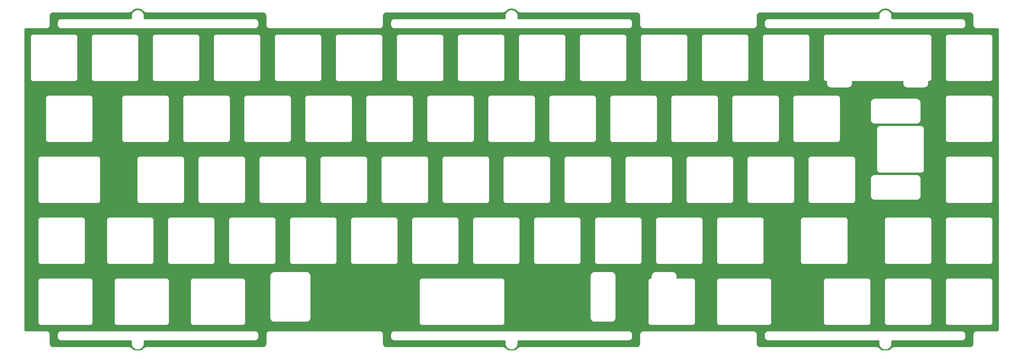
<source format=gtl>
G04*
G04 #@! TF.GenerationSoftware,Altium Limited,Altium Designer,21.6.4 (81)*
G04*
G04 Layer_Physical_Order=1*
G04 Layer_Color=255*
%FSLAX44Y44*%
%MOMM*%
G71*
G04*
G04 #@! TF.SameCoordinates,F6558B57-25BB-4E69-8CAA-7F32FDA90766*
G04*
G04*
G04 #@! TF.FilePolarity,Positive*
G04*
G01*
G75*
G36*
X2696104Y1303249D02*
X2700756Y1301775D01*
X2705011Y1299387D01*
X2708893Y1296010D01*
X2708893Y1296010D01*
X2708893Y1296010D01*
X2710896Y1294268D01*
X2711126Y1294136D01*
X2711328Y1293964D01*
X2713643Y1292665D01*
X2713895Y1292582D01*
X2714128Y1292454D01*
X2716659Y1291653D01*
X2716923Y1291623D01*
X2717177Y1291545D01*
X2719817Y1291274D01*
X2719950Y1291287D01*
X2720081Y1291261D01*
X2955605D01*
X2958063Y1290984D01*
X2960260Y1290215D01*
X2962231Y1288977D01*
X2963876Y1287331D01*
X2965115Y1285360D01*
X2965883Y1283163D01*
X2966160Y1280705D01*
Y1252350D01*
X2966189Y1252206D01*
X2966176Y1252060D01*
X2966371Y1250336D01*
X2966459Y1250059D01*
X2966500Y1249770D01*
X2967073Y1248132D01*
X2967221Y1247882D01*
X2967325Y1247610D01*
X2968248Y1246141D01*
X2968448Y1245929D01*
X2968610Y1245687D01*
X2969837Y1244460D01*
X2970079Y1244298D01*
X2970290Y1244098D01*
X2971760Y1243175D01*
X2972032Y1243071D01*
X2972282Y1242924D01*
X2973920Y1242350D01*
X2974208Y1242310D01*
X2974485Y1242221D01*
X2976210Y1242027D01*
X2976356Y1242039D01*
X2976500Y1242011D01*
X3040104D01*
X3041395Y1241865D01*
X3042482Y1241485D01*
X3043457Y1240872D01*
X3044272Y1240058D01*
X3044885Y1239082D01*
X3045265Y1237995D01*
X3045410Y1236705D01*
Y299996D01*
X3045265Y298706D01*
X3044885Y297618D01*
X3044272Y296643D01*
X3043457Y295828D01*
X3042482Y295216D01*
X3041395Y294835D01*
X3040104Y294690D01*
X2976500D01*
X2976356Y294661D01*
X2976210Y294674D01*
X2974485Y294479D01*
X2974208Y294391D01*
X2973920Y294350D01*
X2972282Y293777D01*
X2972032Y293629D01*
X2971760Y293526D01*
X2970290Y292602D01*
X2970079Y292402D01*
X2969837Y292241D01*
X2968610Y291014D01*
X2968448Y290772D01*
X2968248Y290560D01*
X2967325Y289091D01*
X2967221Y288819D01*
X2967073Y288568D01*
X2966500Y286930D01*
X2966459Y286642D01*
X2966371Y286365D01*
X2966176Y284641D01*
X2966189Y284494D01*
X2966160Y284350D01*
Y255996D01*
X2965883Y253537D01*
X2965115Y251340D01*
X2963876Y249370D01*
X2962231Y247724D01*
X2960260Y246486D01*
X2958063Y245717D01*
X2955605Y245440D01*
X2720081Y245440D01*
X2719950Y245414D01*
X2719817Y245426D01*
X2717177Y245155D01*
X2716923Y245077D01*
X2716659Y245048D01*
X2714128Y244246D01*
X2713896Y244118D01*
X2713643Y244036D01*
X2711328Y242737D01*
X2711126Y242564D01*
X2710896Y242432D01*
X2708893Y240690D01*
X2708893Y240690D01*
X2705011Y237313D01*
X2700799Y234950D01*
X2681701D01*
X2677489Y237313D01*
X2673607Y240690D01*
X2671604Y242432D01*
X2671374Y242564D01*
X2671172Y242737D01*
X2668857Y244036D01*
X2668604Y244118D01*
X2668372Y244246D01*
X2665841Y245048D01*
X2665577Y245077D01*
X2665323Y245155D01*
X2662683Y245426D01*
X2662550Y245414D01*
X2662419Y245440D01*
X2300146Y245440D01*
X2297687Y245717D01*
X2295490Y246486D01*
X2293519Y247724D01*
X2291874Y249370D01*
X2290635Y251341D01*
X2289866Y253537D01*
X2289590Y255996D01*
Y284350D01*
X2289561Y284494D01*
X2289573Y284640D01*
X2289379Y286365D01*
X2289291Y286642D01*
X2289250Y286930D01*
X2288677Y288568D01*
X2288529Y288819D01*
X2288425Y289090D01*
X2287502Y290560D01*
X2287302Y290772D01*
X2287140Y291014D01*
X2285913Y292241D01*
X2285671Y292402D01*
X2285460Y292602D01*
X2283990Y293525D01*
X2283719Y293629D01*
X2283468Y293777D01*
X2281830Y294350D01*
X2281542Y294391D01*
X2281265Y294479D01*
X2279540Y294674D01*
X2279394Y294661D01*
X2279250Y294690D01*
X1936000Y294690D01*
X1935856Y294661D01*
X1935710Y294674D01*
X1933985Y294479D01*
X1933708Y294391D01*
X1933420Y294350D01*
X1931782Y293777D01*
X1931532Y293629D01*
X1931260Y293525D01*
X1929790Y292602D01*
X1929579Y292402D01*
X1929337Y292241D01*
X1928110Y291013D01*
X1927948Y290771D01*
X1927748Y290560D01*
X1926825Y289090D01*
X1926721Y288819D01*
X1926573Y288568D01*
X1926000Y286930D01*
X1925959Y286642D01*
X1925871Y286365D01*
X1925677Y284640D01*
X1925689Y284494D01*
X1925660Y284350D01*
Y255996D01*
X1925383Y253537D01*
X1924615Y251340D01*
X1923376Y249370D01*
X1921731Y247724D01*
X1919760Y246486D01*
X1917563Y245717D01*
X1915105Y245440D01*
X1552831Y245440D01*
X1552700Y245414D01*
X1552567Y245426D01*
X1549926Y245155D01*
X1549673Y245077D01*
X1549409Y245048D01*
X1546878Y244246D01*
X1546646Y244118D01*
X1546393Y244036D01*
X1544078Y242737D01*
X1543876Y242564D01*
X1543646Y242432D01*
X1541643Y240690D01*
X1537761Y237313D01*
X1533550Y234950D01*
X1514450D01*
X1510239Y237313D01*
X1506357Y240690D01*
D01*
X1506357Y240690D01*
X1504354Y242432D01*
X1504124Y242564D01*
X1503922Y242737D01*
X1501607Y244036D01*
X1501355Y244118D01*
X1501122Y244246D01*
X1498591Y245048D01*
X1498327Y245077D01*
X1498074Y245155D01*
X1495433Y245426D01*
X1495300Y245414D01*
X1495169Y245440D01*
X1132896Y245440D01*
X1130437Y245717D01*
X1128240Y246486D01*
X1126270Y247724D01*
X1124624Y249370D01*
X1123385Y251340D01*
X1122617Y253537D01*
X1122340Y255996D01*
Y284350D01*
X1122311Y284494D01*
X1122323Y284640D01*
X1122129Y286365D01*
X1122041Y286642D01*
X1122000Y286930D01*
X1121427Y288568D01*
X1121279Y288819D01*
X1121175Y289090D01*
X1120252Y290560D01*
X1120052Y290771D01*
X1119890Y291013D01*
X1118663Y292240D01*
X1118421Y292402D01*
X1118210Y292602D01*
X1116740Y293525D01*
X1116469Y293629D01*
X1116218Y293777D01*
X1114580Y294350D01*
X1114292Y294391D01*
X1114015Y294479D01*
X1112290Y294674D01*
X1112144Y294661D01*
X1112000Y294690D01*
X768750Y294690D01*
X768606Y294661D01*
X768460Y294673D01*
X766736Y294479D01*
X766458Y294391D01*
X766170Y294350D01*
X764532Y293777D01*
X764282Y293629D01*
X764010Y293525D01*
X762540Y292602D01*
X762329Y292402D01*
X762087Y292240D01*
X760860Y291013D01*
X760698Y290771D01*
X760498Y290560D01*
X759575Y289090D01*
X759471Y288819D01*
X759323Y288568D01*
X758750Y286930D01*
X758709Y286642D01*
X758621Y286365D01*
X758427Y284640D01*
X758439Y284494D01*
X758410Y284350D01*
Y255996D01*
X758133Y253537D01*
X757365Y251340D01*
X756126Y249370D01*
X754481Y247724D01*
X752510Y246485D01*
X750313Y245717D01*
X747855Y245440D01*
X385581Y245440D01*
X385450Y245414D01*
X385317Y245426D01*
X382676Y245155D01*
X382423Y245077D01*
X382159Y245048D01*
X379628Y244246D01*
X379396Y244118D01*
X379143Y244036D01*
X376828Y242737D01*
X376626Y242564D01*
X376396Y242432D01*
X374393Y240690D01*
X374393D01*
X370511Y237313D01*
X366300Y234950D01*
X347200D01*
X342989Y237313D01*
X339107Y240690D01*
D01*
X339107Y240690D01*
X337104Y242432D01*
X336874Y242564D01*
X336672Y242737D01*
X334357Y244036D01*
X334105Y244118D01*
X333872Y244246D01*
X331342Y245048D01*
X331077Y245077D01*
X330824Y245155D01*
X328183Y245426D01*
X328050Y245414D01*
X327919Y245440D01*
X92395Y245440D01*
X89937Y245717D01*
X87740Y246485D01*
X85770Y247724D01*
X84124Y249370D01*
X82885Y251340D01*
X82117Y253537D01*
X81840Y255996D01*
Y284350D01*
X81811Y284494D01*
X81823Y284640D01*
X81629Y286365D01*
X81541Y286642D01*
X81500Y286930D01*
X80927Y288568D01*
X80779Y288818D01*
X80675Y289090D01*
X79752Y290560D01*
X79552Y290771D01*
X79390Y291013D01*
X78163Y292240D01*
X77921Y292402D01*
X77710Y292602D01*
X76240Y293525D01*
X75968Y293629D01*
X75718Y293777D01*
X74080Y294350D01*
X73792Y294391D01*
X73514Y294479D01*
X71790Y294673D01*
X71644Y294661D01*
X71500Y294690D01*
X7896D01*
X6605Y294835D01*
X5518Y295215D01*
X4543Y295828D01*
X3728Y296643D01*
X3115Y297618D01*
X2735Y298705D01*
X2590Y299995D01*
X2590Y1236705D01*
X2735Y1237995D01*
X3115Y1239082D01*
X3728Y1240057D01*
X4543Y1240872D01*
X5518Y1241485D01*
X6605Y1241865D01*
X7895Y1242010D01*
X71500D01*
X71644Y1242039D01*
X71790Y1242027D01*
X73514Y1242221D01*
X73792Y1242309D01*
X74080Y1242350D01*
X75718Y1242923D01*
X75968Y1243071D01*
X76240Y1243175D01*
X77710Y1244098D01*
X77921Y1244298D01*
X78163Y1244460D01*
X79390Y1245687D01*
X79552Y1245929D01*
X79752Y1246140D01*
X80675Y1247610D01*
X80779Y1247881D01*
X80927Y1248132D01*
X81500Y1249770D01*
X81541Y1250058D01*
X81629Y1250335D01*
X81823Y1252060D01*
X81811Y1252206D01*
X81840Y1252350D01*
Y1280704D01*
X82117Y1283163D01*
X82885Y1285360D01*
X84124Y1287330D01*
X85769Y1288976D01*
X87740Y1290215D01*
X89937Y1290983D01*
X92395Y1291260D01*
X327919D01*
X328050Y1291286D01*
X328183Y1291274D01*
X330824Y1291545D01*
X331077Y1291623D01*
X331341Y1291652D01*
X333872Y1292454D01*
X334104Y1292582D01*
X334357Y1292664D01*
X336672Y1293963D01*
X336874Y1294136D01*
X337104Y1294268D01*
X339107Y1296010D01*
D01*
X342989Y1299387D01*
X347244Y1301775D01*
X351896Y1303249D01*
X356750Y1303747D01*
X361604Y1303249D01*
X366256Y1301775D01*
X370511Y1299387D01*
X374393Y1296010D01*
X376396Y1294268D01*
X376626Y1294136D01*
X376828Y1293963D01*
X379143Y1292664D01*
X379395Y1292582D01*
X379628Y1292454D01*
X382159Y1291652D01*
X382422Y1291623D01*
X382676Y1291545D01*
X385317Y1291274D01*
X385450Y1291287D01*
X385581Y1291261D01*
X747855D01*
X750313Y1290983D01*
X752510Y1290215D01*
X754480Y1288976D01*
X756126Y1287331D01*
X757365Y1285360D01*
X758133Y1283163D01*
X758410Y1280705D01*
Y1252350D01*
X758439Y1252206D01*
X758427Y1252060D01*
X758621Y1250336D01*
X758709Y1250058D01*
X758750Y1249770D01*
X759323Y1248132D01*
X759471Y1247882D01*
X759575Y1247610D01*
X760498Y1246140D01*
X760698Y1245929D01*
X760860Y1245687D01*
X762087Y1244460D01*
X762329Y1244298D01*
X762540Y1244098D01*
X764009Y1243175D01*
X764281Y1243071D01*
X764532Y1242923D01*
X766170Y1242350D01*
X766458Y1242309D01*
X766736Y1242221D01*
X768460Y1242027D01*
X768606Y1242039D01*
X768750Y1242010D01*
X1112000D01*
X1112144Y1242039D01*
X1112290Y1242027D01*
X1114015Y1242221D01*
X1114292Y1242309D01*
X1114580Y1242350D01*
X1116218Y1242923D01*
X1116469Y1243071D01*
X1116740Y1243175D01*
X1118210Y1244098D01*
X1118421Y1244298D01*
X1118663Y1244460D01*
X1119890Y1245687D01*
X1120052Y1245929D01*
X1120252Y1246140D01*
X1121175Y1247610D01*
X1121279Y1247881D01*
X1121427Y1248132D01*
X1122000Y1249770D01*
X1122041Y1250059D01*
X1122129Y1250336D01*
X1122323Y1252060D01*
X1122311Y1252206D01*
X1122340Y1252350D01*
Y1280705D01*
X1122617Y1283163D01*
X1123385Y1285360D01*
X1124623Y1287331D01*
X1126270Y1288976D01*
X1128240Y1290215D01*
X1130437Y1290983D01*
X1132895Y1291261D01*
X1495169D01*
X1495300Y1291287D01*
X1495433Y1291274D01*
X1498074Y1291545D01*
X1498327Y1291623D01*
X1498591Y1291653D01*
X1501122Y1292454D01*
X1501354Y1292582D01*
X1501607Y1292664D01*
X1503922Y1293963D01*
X1504124Y1294136D01*
X1504354Y1294268D01*
X1506357Y1296010D01*
D01*
X1510239Y1299387D01*
X1514494Y1301775D01*
X1519146Y1303249D01*
X1524000Y1303747D01*
X1528854Y1303249D01*
X1533506Y1301775D01*
X1537761Y1299387D01*
X1541643Y1296010D01*
X1541643D01*
X1541643Y1296010D01*
X1543646Y1294268D01*
X1543876Y1294136D01*
X1544078Y1293964D01*
X1546393Y1292665D01*
X1546645Y1292582D01*
X1546878Y1292454D01*
X1549409Y1291653D01*
X1549673Y1291623D01*
X1549926Y1291545D01*
X1552567Y1291274D01*
X1552700Y1291287D01*
X1552831Y1291261D01*
X1915105D01*
X1917563Y1290984D01*
X1919760Y1290215D01*
X1921730Y1288977D01*
X1923376Y1287331D01*
X1924615Y1285360D01*
X1925383Y1283163D01*
X1925660Y1280705D01*
Y1252350D01*
X1925689Y1252206D01*
X1925677Y1252060D01*
X1925871Y1250336D01*
X1925959Y1250059D01*
X1926000Y1249770D01*
X1926573Y1248132D01*
X1926721Y1247882D01*
X1926825Y1247610D01*
X1927748Y1246140D01*
X1927948Y1245929D01*
X1928110Y1245687D01*
X1929337Y1244460D01*
X1929579Y1244298D01*
X1929790Y1244098D01*
X1931260Y1243175D01*
X1931532Y1243071D01*
X1931782Y1242923D01*
X1933420Y1242350D01*
X1933708Y1242309D01*
X1933986Y1242221D01*
X1935710Y1242027D01*
X1935856Y1242039D01*
X1936000Y1242011D01*
X2279250D01*
X2279394Y1242039D01*
X2279540Y1242027D01*
X2281264Y1242221D01*
X2281542Y1242310D01*
X2281830Y1242350D01*
X2283468Y1242923D01*
X2283719Y1243071D01*
X2283990Y1243175D01*
X2285460Y1244098D01*
X2285671Y1244298D01*
X2285913Y1244460D01*
X2287140Y1245687D01*
X2287302Y1245929D01*
X2287502Y1246140D01*
X2288425Y1247610D01*
X2288529Y1247882D01*
X2288677Y1248132D01*
X2289250Y1249770D01*
X2289291Y1250059D01*
X2289379Y1250336D01*
X2289573Y1252060D01*
X2289561Y1252206D01*
X2289590Y1252350D01*
Y1280705D01*
X2289867Y1283163D01*
X2290635Y1285360D01*
X2291874Y1287331D01*
X2293519Y1288977D01*
X2295490Y1290215D01*
X2297687Y1290984D01*
X2300145Y1291261D01*
X2662419D01*
X2662550Y1291287D01*
X2662683Y1291274D01*
X2665324Y1291545D01*
X2665577Y1291623D01*
X2665841Y1291653D01*
X2668372Y1292454D01*
X2668604Y1292582D01*
X2668857Y1292665D01*
X2671172Y1293964D01*
X2671374Y1294136D01*
X2671604Y1294268D01*
X2673607Y1296010D01*
X2673607Y1296010D01*
X2677489Y1299387D01*
X2681744Y1301775D01*
X2686396Y1303249D01*
X2691250Y1303747D01*
X2696104Y1303249D01*
D02*
G37*
%LPC*%
G36*
X2692915Y1298353D02*
X2689585D01*
X2689319Y1298300D01*
X2689049Y1298297D01*
X2685791Y1297608D01*
X2685543Y1297501D01*
X2685279Y1297442D01*
X2682234Y1296093D01*
X2682013Y1295938D01*
X2681766Y1295825D01*
X2679067Y1293876D01*
X2678883Y1293677D01*
X2678665Y1293516D01*
X2676428Y1291050D01*
X2676289Y1290818D01*
X2676110Y1290616D01*
X2674431Y1287740D01*
X2674343Y1287484D01*
X2674209Y1287249D01*
X2673162Y1284088D01*
X2673129Y1283819D01*
X2673047Y1283561D01*
X2672677Y1280252D01*
X2672700Y1279983D01*
X2672673Y1279713D01*
X2672995Y1276407D01*
X2673123Y1274996D01*
X2672975Y1273869D01*
X2672582Y1272802D01*
X2671965Y1271847D01*
X2671152Y1271051D01*
X2670185Y1270453D01*
X2669110Y1270082D01*
X2667836Y1269940D01*
X2325290D01*
X2325146Y1269911D01*
X2325000Y1269924D01*
X2323275Y1269729D01*
X2322998Y1269641D01*
X2322710Y1269600D01*
X2321072Y1269027D01*
X2320822Y1268879D01*
X2320550Y1268776D01*
X2319080Y1267852D01*
X2318869Y1267652D01*
X2318627Y1267491D01*
X2317399Y1266263D01*
X2317238Y1266021D01*
X2317038Y1265810D01*
X2316115Y1264341D01*
X2316011Y1264069D01*
X2315863Y1263818D01*
X2315290Y1262180D01*
X2315249Y1261892D01*
X2315161Y1261615D01*
X2314966Y1259890D01*
X2314979Y1259744D01*
X2314950Y1259600D01*
Y1252350D01*
X2314979Y1252206D01*
X2314966Y1252060D01*
X2315161Y1250335D01*
X2315249Y1250059D01*
X2315290Y1249771D01*
X2315863Y1248132D01*
X2316011Y1247882D01*
X2316115Y1247610D01*
X2317038Y1246140D01*
X2317238Y1245929D01*
X2317399Y1245687D01*
X2318627Y1244460D01*
X2318869Y1244298D01*
X2319080Y1244098D01*
X2320550Y1243175D01*
X2320821Y1243071D01*
X2321072Y1242923D01*
X2322710Y1242350D01*
X2322998Y1242309D01*
X2323275Y1242221D01*
X2325000Y1242027D01*
X2325146Y1242039D01*
X2325290Y1242010D01*
X2930460Y1242010D01*
X2930604Y1242039D01*
X2930750Y1242027D01*
X2932474Y1242221D01*
X2932752Y1242309D01*
X2933040Y1242350D01*
X2934678Y1242923D01*
X2934929Y1243071D01*
X2935200Y1243175D01*
X2936670Y1244098D01*
X2936881Y1244298D01*
X2937123Y1244460D01*
X2938351Y1245687D01*
X2938512Y1245929D01*
X2938712Y1246140D01*
X2939635Y1247610D01*
X2939739Y1247882D01*
X2939887Y1248133D01*
X2940460Y1249771D01*
X2940501Y1250059D01*
X2940589Y1250336D01*
X2940783Y1252060D01*
X2940771Y1252206D01*
X2940800Y1252350D01*
Y1259600D01*
X2940771Y1259744D01*
X2940783Y1259891D01*
X2940589Y1261615D01*
X2940501Y1261892D01*
X2940460Y1262180D01*
X2939887Y1263818D01*
X2939739Y1264069D01*
X2939635Y1264341D01*
X2938712Y1265810D01*
X2938512Y1266022D01*
X2938351Y1266264D01*
X2937123Y1267491D01*
X2936881Y1267652D01*
X2936670Y1267852D01*
X2935200Y1268776D01*
X2934929Y1268879D01*
X2934678Y1269027D01*
X2933040Y1269600D01*
X2932752Y1269641D01*
X2932474Y1269730D01*
X2930750Y1269924D01*
X2930604Y1269911D01*
X2930460Y1269940D01*
X2714664D01*
X2713390Y1270082D01*
X2712315Y1270453D01*
X2711348Y1271051D01*
X2710535Y1271847D01*
X2709918Y1272802D01*
X2709525Y1273869D01*
X2709377Y1274997D01*
X2709506Y1276411D01*
X2709827Y1279713D01*
X2709800Y1279983D01*
X2709823Y1280252D01*
X2709453Y1283562D01*
X2709371Y1283819D01*
X2709338Y1284088D01*
X2708291Y1287249D01*
X2708157Y1287484D01*
X2708069Y1287740D01*
X2706390Y1290616D01*
X2706211Y1290818D01*
X2706072Y1291050D01*
X2703835Y1293516D01*
X2703617Y1293677D01*
X2703433Y1293876D01*
X2700733Y1295825D01*
X2700487Y1295938D01*
X2700266Y1296093D01*
X2697222Y1297442D01*
X2696957Y1297501D01*
X2696709Y1297608D01*
X2693451Y1298297D01*
X2693180Y1298300D01*
X2692915Y1298353D01*
D02*
G37*
G36*
X1525665Y1298353D02*
X1522335Y1298353D01*
X1522070Y1298300D01*
X1521799Y1298297D01*
X1518541Y1297608D01*
X1518293Y1297501D01*
X1518029Y1297442D01*
X1514984Y1296093D01*
X1514763Y1295938D01*
X1514517Y1295825D01*
X1511817Y1293875D01*
X1511633Y1293677D01*
X1511416Y1293516D01*
X1509178Y1291050D01*
X1509039Y1290818D01*
X1508860Y1290616D01*
X1507181Y1287740D01*
X1507093Y1287484D01*
X1506959Y1287249D01*
X1505912Y1284088D01*
X1505879Y1283819D01*
X1505797Y1283561D01*
X1505427Y1280252D01*
X1505450Y1279983D01*
X1505423Y1279713D01*
X1505745Y1276406D01*
X1505873Y1274996D01*
X1505724Y1273869D01*
X1505332Y1272802D01*
X1504715Y1271847D01*
X1503902Y1271051D01*
X1502935Y1270452D01*
X1501860Y1270081D01*
X1500586Y1269940D01*
X1158040D01*
X1157896Y1269911D01*
X1157750Y1269923D01*
X1156025Y1269729D01*
X1155748Y1269641D01*
X1155460Y1269600D01*
X1153822Y1269027D01*
X1153571Y1268879D01*
X1153300Y1268775D01*
X1151830Y1267852D01*
X1151619Y1267652D01*
X1151377Y1267491D01*
X1150150Y1266263D01*
X1149988Y1266021D01*
X1149788Y1265810D01*
X1148865Y1264340D01*
X1148761Y1264069D01*
X1148613Y1263818D01*
X1148040Y1262180D01*
X1147999Y1261892D01*
X1147911Y1261615D01*
X1147717Y1259890D01*
X1147729Y1259744D01*
X1147700Y1259600D01*
Y1252350D01*
X1147729Y1252206D01*
X1147717Y1252060D01*
X1147911Y1250336D01*
X1147999Y1250058D01*
X1148040Y1249770D01*
X1148613Y1248132D01*
X1148761Y1247881D01*
X1148865Y1247610D01*
X1149788Y1246140D01*
X1149988Y1245929D01*
X1150150Y1245687D01*
X1151377Y1244460D01*
X1151619Y1244298D01*
X1151830Y1244098D01*
X1153299Y1243175D01*
X1153571Y1243071D01*
X1153822Y1242923D01*
X1155460Y1242350D01*
X1155748Y1242309D01*
X1156025Y1242221D01*
X1157750Y1242027D01*
X1157896Y1242039D01*
X1158040Y1242010D01*
X1889960Y1242010D01*
X1890104Y1242039D01*
X1890250Y1242027D01*
X1891974Y1242221D01*
X1892252Y1242309D01*
X1892540Y1242350D01*
X1894178Y1242923D01*
X1894429Y1243071D01*
X1894700Y1243175D01*
X1896170Y1244098D01*
X1896381Y1244298D01*
X1896623Y1244460D01*
X1897850Y1245687D01*
X1898012Y1245929D01*
X1898212Y1246140D01*
X1899135Y1247610D01*
X1899239Y1247881D01*
X1899387Y1248132D01*
X1899960Y1249770D01*
X1900001Y1250059D01*
X1900089Y1250336D01*
X1900284Y1252060D01*
X1900271Y1252206D01*
X1900300Y1252350D01*
Y1259600D01*
X1900271Y1259744D01*
X1900284Y1259890D01*
X1900089Y1261615D01*
X1900001Y1261892D01*
X1899960Y1262180D01*
X1899387Y1263818D01*
X1899239Y1264069D01*
X1899135Y1264341D01*
X1898212Y1265810D01*
X1898012Y1266021D01*
X1897850Y1266264D01*
X1896623Y1267491D01*
X1896381Y1267652D01*
X1896170Y1267852D01*
X1894700Y1268775D01*
X1894429Y1268879D01*
X1894178Y1269027D01*
X1892540Y1269600D01*
X1892252Y1269641D01*
X1891974Y1269729D01*
X1890250Y1269924D01*
X1890104Y1269911D01*
X1889960Y1269940D01*
X1547414D01*
X1546140Y1270082D01*
X1545065Y1270453D01*
X1544098Y1271051D01*
X1543285Y1271847D01*
X1542668Y1272802D01*
X1542275Y1273869D01*
X1542127Y1274997D01*
X1542255Y1276409D01*
X1542577Y1279713D01*
X1542550Y1279983D01*
X1542573Y1280252D01*
X1542203Y1283561D01*
X1542121Y1283819D01*
X1542088Y1284088D01*
X1541041Y1287249D01*
X1540907Y1287484D01*
X1540819Y1287740D01*
X1539141Y1290616D01*
X1538961Y1290818D01*
X1538822Y1291050D01*
X1536584Y1293516D01*
X1536367Y1293677D01*
X1536183Y1293875D01*
X1533483Y1295825D01*
X1533237Y1295938D01*
X1533016Y1296093D01*
X1529971Y1297442D01*
X1529707Y1297501D01*
X1529458Y1297608D01*
X1526201Y1298297D01*
X1525930Y1298300D01*
X1525665Y1298353D01*
D02*
G37*
G36*
X358415Y1298353D02*
X355085D01*
X354820Y1298300D01*
X354549Y1298297D01*
X351291Y1297608D01*
X351043Y1297501D01*
X350779Y1297442D01*
X347734Y1296093D01*
X347513Y1295938D01*
X347267Y1295825D01*
X344567Y1293875D01*
X344383Y1293677D01*
X344165Y1293516D01*
X341928Y1291050D01*
X341789Y1290818D01*
X341609Y1290615D01*
X339931Y1287740D01*
X339843Y1287484D01*
X339709Y1287248D01*
X338662Y1284088D01*
X338629Y1283819D01*
X338547Y1283561D01*
X338177Y1280252D01*
X338200Y1279982D01*
X338173Y1279713D01*
X338495Y1276406D01*
X338623Y1274996D01*
X338475Y1273869D01*
X338082Y1272801D01*
X337465Y1271847D01*
X336652Y1271050D01*
X335685Y1270452D01*
X334610Y1270081D01*
X333336Y1269940D01*
X117540D01*
X117396Y1269911D01*
X117250Y1269923D01*
X115526Y1269729D01*
X115248Y1269641D01*
X114960Y1269600D01*
X113322Y1269027D01*
X113071Y1268879D01*
X112800Y1268775D01*
X111330Y1267852D01*
X111119Y1267652D01*
X110877Y1267490D01*
X109649Y1266263D01*
X109488Y1266021D01*
X109288Y1265810D01*
X108365Y1264340D01*
X108261Y1264069D01*
X108113Y1263818D01*
X107540Y1262180D01*
X107499Y1261892D01*
X107411Y1261615D01*
X107216Y1259890D01*
X107229Y1259744D01*
X107200Y1259600D01*
Y1252350D01*
X107229Y1252206D01*
X107216Y1252060D01*
X107411Y1250335D01*
X107499Y1250058D01*
X107540Y1249770D01*
X108113Y1248132D01*
X108261Y1247881D01*
X108365Y1247609D01*
X109288Y1246140D01*
X109488Y1245929D01*
X109649Y1245687D01*
X110877Y1244460D01*
X111119Y1244298D01*
X111330Y1244098D01*
X112799Y1243175D01*
X113071Y1243071D01*
X113322Y1242923D01*
X114960Y1242350D01*
X115248Y1242309D01*
X115525Y1242221D01*
X117250Y1242027D01*
X117396Y1242039D01*
X117540Y1242010D01*
X722710Y1242010D01*
X722854Y1242039D01*
X723000Y1242027D01*
X724724Y1242221D01*
X725002Y1242309D01*
X725290Y1242350D01*
X726928Y1242923D01*
X727179Y1243071D01*
X727450Y1243175D01*
X728920Y1244098D01*
X729131Y1244298D01*
X729373Y1244460D01*
X730600Y1245687D01*
X730762Y1245929D01*
X730962Y1246140D01*
X731885Y1247610D01*
X731989Y1247881D01*
X732137Y1248132D01*
X732710Y1249770D01*
X732751Y1250058D01*
X732839Y1250336D01*
X733033Y1252060D01*
X733021Y1252206D01*
X733050Y1252350D01*
Y1259600D01*
X733021Y1259744D01*
X733033Y1259890D01*
X732839Y1261615D01*
X732751Y1261892D01*
X732710Y1262180D01*
X732137Y1263818D01*
X731989Y1264069D01*
X731885Y1264341D01*
X730962Y1265810D01*
X730762Y1266021D01*
X730600Y1266263D01*
X729373Y1267490D01*
X729131Y1267652D01*
X728920Y1267852D01*
X727450Y1268775D01*
X727179Y1268879D01*
X726928Y1269027D01*
X725290Y1269600D01*
X725002Y1269641D01*
X724724Y1269729D01*
X723000Y1269923D01*
X722854Y1269911D01*
X722710Y1269940D01*
X380164D01*
X378890Y1270081D01*
X377815Y1270452D01*
X376848Y1271050D01*
X376035Y1271847D01*
X375418Y1272802D01*
X375025Y1273869D01*
X374877Y1274996D01*
X375005Y1276408D01*
X375327Y1279713D01*
X375300Y1279983D01*
X375323Y1280252D01*
X374953Y1283561D01*
X374871Y1283819D01*
X374838Y1284088D01*
X373791Y1287248D01*
X373657Y1287484D01*
X373569Y1287740D01*
X371890Y1290616D01*
X371711Y1290818D01*
X371572Y1291050D01*
X369334Y1293516D01*
X369117Y1293677D01*
X368933Y1293875D01*
X366233Y1295825D01*
X365987Y1295938D01*
X365766Y1296093D01*
X362721Y1297442D01*
X362457Y1297501D01*
X362209Y1297608D01*
X358951Y1298297D01*
X358680Y1298300D01*
X358415Y1298353D01*
D02*
G37*
G36*
X3017250Y1221940D02*
X2888250D01*
X2888106Y1221911D01*
X2887960Y1221924D01*
X2886736Y1221786D01*
X2886459Y1221697D01*
X2886171Y1221657D01*
X2885008Y1221250D01*
X2884758Y1221102D01*
X2884486Y1220998D01*
X2883443Y1220343D01*
X2883232Y1220143D01*
X2882990Y1219982D01*
X2882119Y1219111D01*
X2881957Y1218869D01*
X2881757Y1218657D01*
X2881102Y1217615D01*
X2880998Y1217343D01*
X2880850Y1217092D01*
X2880443Y1215929D01*
X2880403Y1215641D01*
X2880314Y1215364D01*
X2880176Y1214140D01*
X2880189Y1213994D01*
X2880160Y1213850D01*
Y1084850D01*
X2880189Y1084706D01*
X2880176Y1084560D01*
X2880314Y1083337D01*
X2880403Y1083059D01*
X2880443Y1082771D01*
X2880850Y1081609D01*
X2880998Y1081358D01*
X2881102Y1081086D01*
X2881757Y1080043D01*
X2881957Y1079832D01*
X2882119Y1079590D01*
X2882990Y1078719D01*
X2883232Y1078557D01*
X2883443Y1078357D01*
X2884486Y1077702D01*
X2884758Y1077598D01*
X2885008Y1077450D01*
X2886171Y1077044D01*
X2886459Y1077003D01*
X2886736Y1076915D01*
X2887960Y1076777D01*
X2888106Y1076789D01*
X2888250Y1076760D01*
X3017250D01*
X3017394Y1076789D01*
X3017540Y1076777D01*
X3018764Y1076915D01*
X3019041Y1077003D01*
X3019329Y1077044D01*
X3020492Y1077450D01*
X3020742Y1077598D01*
X3021014Y1077702D01*
X3022057Y1078357D01*
X3022268Y1078557D01*
X3022510Y1078719D01*
X3023381Y1079590D01*
X3023543Y1079832D01*
X3023743Y1080043D01*
X3024398Y1081086D01*
X3024502Y1081358D01*
X3024650Y1081609D01*
X3025056Y1082771D01*
X3025097Y1083059D01*
X3025186Y1083336D01*
X3025323Y1084560D01*
X3025311Y1084706D01*
X3025340Y1084850D01*
Y1213850D01*
X3025311Y1213994D01*
X3025323Y1214140D01*
X3025186Y1215364D01*
X3025097Y1215641D01*
X3025056Y1215929D01*
X3024650Y1217092D01*
X3024502Y1217343D01*
X3024398Y1217615D01*
X3023743Y1218657D01*
X3023543Y1218869D01*
X3023381Y1219111D01*
X3022510Y1219982D01*
X3022268Y1220143D01*
X3022057Y1220343D01*
X3021014Y1220998D01*
X3020742Y1221102D01*
X3020492Y1221250D01*
X3019329Y1221657D01*
X3019041Y1221697D01*
X3018764Y1221786D01*
X3017540Y1221924D01*
X3017394Y1221911D01*
X3017250Y1221940D01*
D02*
G37*
G36*
X2826750D02*
X2507250D01*
X2507106Y1221911D01*
X2506960Y1221924D01*
X2505736Y1221786D01*
X2505459Y1221697D01*
X2505171Y1221657D01*
X2504008Y1221250D01*
X2503758Y1221102D01*
X2503486Y1220998D01*
X2502443Y1220343D01*
X2502231Y1220143D01*
X2501990Y1219982D01*
X2501119Y1219111D01*
X2500957Y1218869D01*
X2500757Y1218657D01*
X2500102Y1217614D01*
X2499998Y1217343D01*
X2499850Y1217092D01*
X2499443Y1215930D01*
X2499403Y1215641D01*
X2499314Y1215364D01*
X2499176Y1214140D01*
X2499189Y1213994D01*
X2499160Y1213850D01*
Y1084850D01*
X2499189Y1084706D01*
X2499176Y1084560D01*
X2499314Y1083337D01*
X2499403Y1083059D01*
X2499443Y1082771D01*
X2499850Y1081609D01*
X2499998Y1081358D01*
X2500102Y1081086D01*
X2500757Y1080043D01*
X2500957Y1079832D01*
X2501119Y1079590D01*
X2501990Y1078719D01*
X2502232Y1078557D01*
X2502443Y1078357D01*
X2503486Y1077702D01*
X2503758Y1077598D01*
X2504008Y1077450D01*
X2505171Y1077044D01*
X2505459Y1077003D01*
X2505736Y1076915D01*
X2506960Y1076777D01*
X2507106Y1076789D01*
X2507250Y1076760D01*
X2508792D01*
X2508970Y1076740D01*
X2509000Y1076730D01*
X2509027Y1076713D01*
X2509050Y1076690D01*
X2509067Y1076663D01*
X2509078Y1076632D01*
X2509098Y1076455D01*
Y1069850D01*
X2509126Y1069706D01*
X2509114Y1069560D01*
X2509377Y1067224D01*
X2509466Y1066947D01*
X2509506Y1066658D01*
X2510283Y1064439D01*
X2510431Y1064189D01*
X2510535Y1063917D01*
X2511785Y1061926D01*
X2511985Y1061714D01*
X2512147Y1061472D01*
X2513810Y1059810D01*
X2514052Y1059648D01*
X2514263Y1059448D01*
X2516254Y1058197D01*
X2516526Y1058093D01*
X2516776Y1057946D01*
X2518996Y1057169D01*
X2519284Y1057128D01*
X2519561Y1057040D01*
X2521897Y1056777D01*
X2522044Y1056789D01*
X2522188Y1056760D01*
X2573687D01*
X2573831Y1056789D01*
X2573977Y1056777D01*
X2576314Y1057040D01*
X2576591Y1057128D01*
X2576879Y1057169D01*
X2579099Y1057946D01*
X2579349Y1058093D01*
X2579621Y1058197D01*
X2581612Y1059448D01*
X2581823Y1059648D01*
X2582065Y1059810D01*
X2583728Y1061472D01*
X2583889Y1061714D01*
X2584090Y1061926D01*
X2585341Y1063917D01*
X2585444Y1064189D01*
X2585592Y1064439D01*
X2586369Y1066658D01*
X2586409Y1066946D01*
X2586497Y1067224D01*
X2586761Y1069560D01*
X2586749Y1069706D01*
X2586777Y1069850D01*
Y1076455D01*
X2586797Y1076632D01*
X2586808Y1076662D01*
X2586825Y1076690D01*
X2586848Y1076713D01*
X2586875Y1076730D01*
X2586905Y1076740D01*
X2587083Y1076760D01*
X2746917D01*
X2747095Y1076740D01*
X2747125Y1076730D01*
X2747152Y1076713D01*
X2747175Y1076690D01*
X2747192Y1076663D01*
X2747203Y1076632D01*
X2747223Y1076455D01*
Y1069850D01*
X2747251Y1069706D01*
X2747239Y1069560D01*
X2747502Y1067224D01*
X2747591Y1066947D01*
X2747631Y1066658D01*
X2748408Y1064439D01*
X2748556Y1064189D01*
X2748659Y1063917D01*
X2749910Y1061926D01*
X2750110Y1061714D01*
X2750272Y1061472D01*
X2751935Y1059810D01*
X2752177Y1059648D01*
X2752388Y1059448D01*
X2754379Y1058197D01*
X2754651Y1058093D01*
X2754901Y1057946D01*
X2757120Y1057169D01*
X2757409Y1057128D01*
X2757686Y1057040D01*
X2760023Y1056777D01*
X2760169Y1056789D01*
X2760312Y1056760D01*
X2811812D01*
X2811956Y1056789D01*
X2812102Y1056777D01*
X2814439Y1057040D01*
X2814716Y1057128D01*
X2815004Y1057169D01*
X2817224Y1057946D01*
X2817474Y1058093D01*
X2817746Y1058197D01*
X2819737Y1059448D01*
X2819948Y1059648D01*
X2820190Y1059810D01*
X2821853Y1061472D01*
X2822014Y1061714D01*
X2822215Y1061926D01*
X2823466Y1063917D01*
X2823569Y1064189D01*
X2823717Y1064439D01*
X2824494Y1066659D01*
X2824534Y1066947D01*
X2824622Y1067224D01*
X2824886Y1069560D01*
X2824874Y1069706D01*
X2824902Y1069850D01*
Y1076455D01*
X2824922Y1076632D01*
X2824933Y1076662D01*
X2824950Y1076690D01*
X2824973Y1076713D01*
X2825000Y1076730D01*
X2825030Y1076740D01*
X2825208Y1076760D01*
X2826750D01*
X2826894Y1076789D01*
X2827040Y1076777D01*
X2828264Y1076915D01*
X2828541Y1077003D01*
X2828829Y1077044D01*
X2829992Y1077450D01*
X2830242Y1077598D01*
X2830514Y1077702D01*
X2831557Y1078357D01*
X2831768Y1078557D01*
X2832010Y1078719D01*
X2832881Y1079590D01*
X2833043Y1079832D01*
X2833243Y1080043D01*
X2833898Y1081086D01*
X2834002Y1081358D01*
X2834150Y1081609D01*
X2834557Y1082771D01*
X2834597Y1083059D01*
X2834685Y1083336D01*
X2834823Y1084560D01*
X2834811Y1084706D01*
X2834840Y1084850D01*
Y1213850D01*
X2834811Y1213994D01*
X2834823Y1214140D01*
X2834685Y1215364D01*
X2834597Y1215641D01*
X2834557Y1215929D01*
X2834150Y1217092D01*
X2834002Y1217343D01*
X2833898Y1217615D01*
X2833243Y1218657D01*
X2833043Y1218869D01*
X2832881Y1219111D01*
X2832010Y1219982D01*
X2831768Y1220143D01*
X2831557Y1220343D01*
X2830514Y1220998D01*
X2830242Y1221102D01*
X2829992Y1221250D01*
X2828829Y1221657D01*
X2828541Y1221697D01*
X2828264Y1221786D01*
X2827040Y1221924D01*
X2826894Y1221911D01*
X2826750Y1221940D01*
D02*
G37*
G36*
X2445750D02*
X2316750D01*
X2316606Y1221911D01*
X2316460Y1221924D01*
X2315236Y1221786D01*
X2314959Y1221697D01*
X2314671Y1221657D01*
X2313508Y1221250D01*
X2313258Y1221102D01*
X2312986Y1220998D01*
X2311943Y1220343D01*
X2311732Y1220143D01*
X2311490Y1219982D01*
X2310619Y1219111D01*
X2310457Y1218869D01*
X2310257Y1218657D01*
X2309602Y1217614D01*
X2309498Y1217343D01*
X2309350Y1217092D01*
X2308943Y1215930D01*
X2308903Y1215641D01*
X2308814Y1215364D01*
X2308676Y1214140D01*
X2308689Y1213994D01*
X2308660Y1213850D01*
Y1084850D01*
X2308689Y1084706D01*
X2308676Y1084560D01*
X2308814Y1083337D01*
X2308903Y1083059D01*
X2308943Y1082771D01*
X2309350Y1081609D01*
X2309498Y1081358D01*
X2309602Y1081086D01*
X2310257Y1080043D01*
X2310457Y1079832D01*
X2310619Y1079590D01*
X2311490Y1078719D01*
X2311732Y1078557D01*
X2311943Y1078357D01*
X2312986Y1077702D01*
X2313258Y1077598D01*
X2313508Y1077450D01*
X2314671Y1077044D01*
X2314959Y1077003D01*
X2315236Y1076915D01*
X2316460Y1076777D01*
X2316606Y1076789D01*
X2316750Y1076760D01*
X2445750D01*
X2445894Y1076789D01*
X2446040Y1076777D01*
X2447264Y1076915D01*
X2447541Y1077003D01*
X2447829Y1077044D01*
X2448992Y1077450D01*
X2449242Y1077598D01*
X2449514Y1077702D01*
X2450557Y1078357D01*
X2450768Y1078557D01*
X2451010Y1078719D01*
X2451881Y1079590D01*
X2452043Y1079832D01*
X2452243Y1080043D01*
X2452898Y1081086D01*
X2453002Y1081358D01*
X2453150Y1081609D01*
X2453557Y1082771D01*
X2453597Y1083059D01*
X2453685Y1083336D01*
X2453823Y1084560D01*
X2453811Y1084706D01*
X2453840Y1084850D01*
Y1213850D01*
X2453811Y1213994D01*
X2453823Y1214140D01*
X2453685Y1215364D01*
X2453597Y1215641D01*
X2453557Y1215929D01*
X2453150Y1217092D01*
X2453002Y1217342D01*
X2452898Y1217614D01*
X2452243Y1218657D01*
X2452043Y1218869D01*
X2451881Y1219111D01*
X2451010Y1219982D01*
X2450768Y1220143D01*
X2450557Y1220343D01*
X2449514Y1220998D01*
X2449242Y1221102D01*
X2448992Y1221250D01*
X2447829Y1221657D01*
X2447541Y1221697D01*
X2447264Y1221786D01*
X2446040Y1221924D01*
X2445894Y1221911D01*
X2445750Y1221940D01*
D02*
G37*
G36*
X2255250D02*
X2126250D01*
X2126106Y1221911D01*
X2125960Y1221924D01*
X2124736Y1221786D01*
X2124459Y1221697D01*
X2124171Y1221657D01*
X2123009Y1221250D01*
X2122758Y1221102D01*
X2122486Y1220998D01*
X2121443Y1220343D01*
X2121232Y1220143D01*
X2120990Y1219982D01*
X2120119Y1219111D01*
X2119957Y1218869D01*
X2119757Y1218657D01*
X2119102Y1217614D01*
X2118998Y1217343D01*
X2118850Y1217092D01*
X2118443Y1215930D01*
X2118403Y1215641D01*
X2118314Y1215364D01*
X2118177Y1214140D01*
X2118189Y1213994D01*
X2118160Y1213850D01*
Y1084850D01*
X2118189Y1084706D01*
X2118177Y1084560D01*
X2118314Y1083337D01*
X2118403Y1083059D01*
X2118443Y1082771D01*
X2118850Y1081609D01*
X2118998Y1081358D01*
X2119102Y1081086D01*
X2119757Y1080043D01*
X2119957Y1079832D01*
X2120119Y1079590D01*
X2120990Y1078719D01*
X2121232Y1078557D01*
X2121443Y1078357D01*
X2122486Y1077702D01*
X2122758Y1077598D01*
X2123008Y1077450D01*
X2124171Y1077044D01*
X2124459Y1077003D01*
X2124736Y1076915D01*
X2125960Y1076777D01*
X2126106Y1076789D01*
X2126250Y1076760D01*
X2255250D01*
X2255394Y1076789D01*
X2255540Y1076777D01*
X2256764Y1076915D01*
X2257041Y1077003D01*
X2257329Y1077044D01*
X2258492Y1077450D01*
X2258742Y1077598D01*
X2259014Y1077702D01*
X2260057Y1078357D01*
X2260268Y1078557D01*
X2260510Y1078719D01*
X2261381Y1079590D01*
X2261543Y1079832D01*
X2261743Y1080043D01*
X2262398Y1081086D01*
X2262502Y1081358D01*
X2262650Y1081609D01*
X2263056Y1082771D01*
X2263097Y1083059D01*
X2263185Y1083336D01*
X2263323Y1084560D01*
X2263311Y1084706D01*
X2263340Y1084850D01*
Y1213850D01*
X2263311Y1213994D01*
X2263323Y1214140D01*
X2263185Y1215364D01*
X2263097Y1215641D01*
X2263056Y1215929D01*
X2262650Y1217092D01*
X2262502Y1217342D01*
X2262398Y1217614D01*
X2261743Y1218657D01*
X2261543Y1218869D01*
X2261381Y1219111D01*
X2260510Y1219982D01*
X2260268Y1220143D01*
X2260057Y1220343D01*
X2259014Y1220998D01*
X2258742Y1221102D01*
X2258492Y1221250D01*
X2257329Y1221657D01*
X2257041Y1221697D01*
X2256764Y1221786D01*
X2255540Y1221924D01*
X2255394Y1221911D01*
X2255250Y1221940D01*
D02*
G37*
G36*
X2064750Y1221940D02*
X1935750D01*
X1935606Y1221911D01*
X1935460Y1221924D01*
X1934236Y1221786D01*
X1933959Y1221697D01*
X1933671Y1221657D01*
X1932508Y1221250D01*
X1932258Y1221102D01*
X1931986Y1220998D01*
X1930943Y1220343D01*
X1930732Y1220143D01*
X1930490Y1219982D01*
X1929619Y1219111D01*
X1929457Y1218869D01*
X1929257Y1218657D01*
X1928602Y1217615D01*
X1928498Y1217343D01*
X1928350Y1217092D01*
X1927943Y1215929D01*
X1927903Y1215641D01*
X1927814Y1215364D01*
X1927677Y1214140D01*
X1927689Y1213994D01*
X1927660Y1213850D01*
Y1084850D01*
X1927689Y1084706D01*
X1927677Y1084560D01*
X1927814Y1083337D01*
X1927903Y1083059D01*
X1927943Y1082771D01*
X1928350Y1081608D01*
X1928498Y1081358D01*
X1928602Y1081086D01*
X1929257Y1080043D01*
X1929457Y1079832D01*
X1929619Y1079590D01*
X1930490Y1078719D01*
X1930732Y1078557D01*
X1930943Y1078357D01*
X1931986Y1077702D01*
X1932258Y1077598D01*
X1932509Y1077450D01*
X1933671Y1077044D01*
X1933959Y1077003D01*
X1934236Y1076915D01*
X1935460Y1076777D01*
X1935606Y1076789D01*
X1935750Y1076760D01*
X2064750D01*
X2064894Y1076789D01*
X2065040Y1076777D01*
X2066264Y1076915D01*
X2066541Y1077003D01*
X2066829Y1077044D01*
X2067991Y1077450D01*
X2068242Y1077598D01*
X2068514Y1077702D01*
X2069557Y1078357D01*
X2069769Y1078557D01*
X2070010Y1078719D01*
X2070881Y1079590D01*
X2071043Y1079832D01*
X2071243Y1080043D01*
X2071898Y1081086D01*
X2072002Y1081358D01*
X2072150Y1081609D01*
X2072556Y1082771D01*
X2072597Y1083059D01*
X2072685Y1083336D01*
X2072823Y1084560D01*
X2072811Y1084706D01*
X2072840Y1084850D01*
Y1213850D01*
X2072811Y1213994D01*
X2072823Y1214140D01*
X2072685Y1215364D01*
X2072597Y1215641D01*
X2072556Y1215929D01*
X2072150Y1217092D01*
X2072002Y1217342D01*
X2071898Y1217615D01*
X2071243Y1218657D01*
X2071043Y1218869D01*
X2070881Y1219111D01*
X2070010Y1219982D01*
X2069768Y1220143D01*
X2069557Y1220343D01*
X2068514Y1220998D01*
X2068242Y1221102D01*
X2067992Y1221250D01*
X2066829Y1221657D01*
X2066541Y1221697D01*
X2066264Y1221786D01*
X2065040Y1221924D01*
X2064894Y1221911D01*
X2064750Y1221940D01*
D02*
G37*
G36*
X1874250D02*
X1745250D01*
X1745106Y1221911D01*
X1744960Y1221924D01*
X1743736Y1221786D01*
X1743459Y1221697D01*
X1743171Y1221657D01*
X1742008Y1221250D01*
X1741758Y1221102D01*
X1741486Y1220998D01*
X1740443Y1220343D01*
X1740232Y1220143D01*
X1739990Y1219982D01*
X1739119Y1219111D01*
X1738957Y1218869D01*
X1738757Y1218657D01*
X1738102Y1217615D01*
X1737998Y1217343D01*
X1737850Y1217092D01*
X1737443Y1215929D01*
X1737403Y1215641D01*
X1737314Y1215364D01*
X1737177Y1214140D01*
X1737189Y1213994D01*
X1737160Y1213850D01*
Y1084850D01*
X1737189Y1084706D01*
X1737177Y1084560D01*
X1737314Y1083337D01*
X1737403Y1083059D01*
X1737443Y1082771D01*
X1737850Y1081608D01*
X1737998Y1081358D01*
X1738102Y1081086D01*
X1738757Y1080043D01*
X1738957Y1079832D01*
X1739119Y1079590D01*
X1739990Y1078719D01*
X1740232Y1078557D01*
X1740443Y1078357D01*
X1741486Y1077702D01*
X1741758Y1077598D01*
X1742008Y1077450D01*
X1743171Y1077044D01*
X1743459Y1077003D01*
X1743736Y1076915D01*
X1744960Y1076777D01*
X1745106Y1076789D01*
X1745250Y1076760D01*
X1874250D01*
X1874394Y1076789D01*
X1874540Y1076777D01*
X1875764Y1076915D01*
X1876041Y1077003D01*
X1876329Y1077044D01*
X1877491Y1077450D01*
X1877742Y1077598D01*
X1878014Y1077702D01*
X1879057Y1078357D01*
X1879268Y1078557D01*
X1879510Y1078719D01*
X1880381Y1079590D01*
X1880543Y1079832D01*
X1880743Y1080043D01*
X1881398Y1081086D01*
X1881502Y1081358D01*
X1881650Y1081609D01*
X1882056Y1082771D01*
X1882097Y1083059D01*
X1882185Y1083336D01*
X1882323Y1084560D01*
X1882311Y1084706D01*
X1882340Y1084850D01*
Y1213850D01*
X1882311Y1213994D01*
X1882323Y1214140D01*
X1882185Y1215364D01*
X1882097Y1215641D01*
X1882056Y1215929D01*
X1881650Y1217092D01*
X1881502Y1217342D01*
X1881398Y1217615D01*
X1880743Y1218657D01*
X1880543Y1218869D01*
X1880381Y1219111D01*
X1879510Y1219982D01*
X1879268Y1220143D01*
X1879057Y1220343D01*
X1878014Y1220998D01*
X1877742Y1221102D01*
X1877492Y1221250D01*
X1876329Y1221657D01*
X1876041Y1221697D01*
X1875764Y1221786D01*
X1874540Y1221924D01*
X1874394Y1221911D01*
X1874250Y1221940D01*
D02*
G37*
G36*
X1683750D02*
X1554750D01*
X1554606Y1221911D01*
X1554460Y1221924D01*
X1553236Y1221786D01*
X1552959Y1221697D01*
X1552671Y1221657D01*
X1551508Y1221250D01*
X1551257Y1221102D01*
X1550986Y1220998D01*
X1549943Y1220343D01*
X1549731Y1220143D01*
X1549489Y1219981D01*
X1548619Y1219110D01*
X1548457Y1218869D01*
X1548257Y1218657D01*
X1547602Y1217615D01*
X1547498Y1217343D01*
X1547350Y1217092D01*
X1546943Y1215929D01*
X1546903Y1215641D01*
X1546814Y1215364D01*
X1546676Y1214140D01*
X1546689Y1213994D01*
X1546660Y1213850D01*
Y1084850D01*
X1546689Y1084706D01*
X1546676Y1084560D01*
X1546814Y1083336D01*
X1546903Y1083059D01*
X1546943Y1082771D01*
X1547350Y1081608D01*
X1547498Y1081358D01*
X1547602Y1081086D01*
X1548257Y1080043D01*
X1548457Y1079832D01*
X1548619Y1079590D01*
X1549489Y1078719D01*
X1549731Y1078557D01*
X1549943Y1078357D01*
X1550986Y1077702D01*
X1551257Y1077598D01*
X1551508Y1077450D01*
X1552671Y1077044D01*
X1552959Y1077003D01*
X1553236Y1076915D01*
X1554460Y1076777D01*
X1554606Y1076789D01*
X1554750Y1076760D01*
X1683750D01*
X1683894Y1076789D01*
X1684040Y1076777D01*
X1685264Y1076915D01*
X1685541Y1077003D01*
X1685829Y1077044D01*
X1686992Y1077450D01*
X1687242Y1077598D01*
X1687514Y1077702D01*
X1688557Y1078357D01*
X1688768Y1078557D01*
X1689010Y1078719D01*
X1689881Y1079590D01*
X1690043Y1079832D01*
X1690243Y1080043D01*
X1690898Y1081086D01*
X1691002Y1081358D01*
X1691150Y1081608D01*
X1691557Y1082771D01*
X1691597Y1083059D01*
X1691686Y1083336D01*
X1691823Y1084560D01*
X1691811Y1084706D01*
X1691840Y1084850D01*
Y1213850D01*
X1691811Y1213994D01*
X1691823Y1214140D01*
X1691686Y1215364D01*
X1691597Y1215641D01*
X1691557Y1215929D01*
X1691150Y1217092D01*
X1691002Y1217343D01*
X1690898Y1217614D01*
X1690243Y1218657D01*
X1690043Y1218869D01*
X1689881Y1219111D01*
X1689010Y1219982D01*
X1688768Y1220143D01*
X1688557Y1220343D01*
X1687514Y1220998D01*
X1687242Y1221102D01*
X1686992Y1221250D01*
X1685829Y1221657D01*
X1685541Y1221697D01*
X1685264Y1221786D01*
X1684040Y1221924D01*
X1683894Y1221911D01*
X1683750Y1221940D01*
D02*
G37*
G36*
X1493250D02*
X1364250D01*
X1364106Y1221911D01*
X1363960Y1221924D01*
X1362736Y1221786D01*
X1362459Y1221697D01*
X1362171Y1221657D01*
X1361008Y1221250D01*
X1360758Y1221102D01*
X1360486Y1220998D01*
X1359443Y1220343D01*
X1359231Y1220143D01*
X1358990Y1219981D01*
X1358119Y1219111D01*
X1357957Y1218869D01*
X1357757Y1218657D01*
X1357102Y1217614D01*
X1356998Y1217343D01*
X1356850Y1217092D01*
X1356443Y1215929D01*
X1356403Y1215641D01*
X1356314Y1215364D01*
X1356176Y1214140D01*
X1356189Y1213994D01*
X1356160Y1213850D01*
Y1084850D01*
X1356189Y1084706D01*
X1356176Y1084560D01*
X1356314Y1083336D01*
X1356403Y1083059D01*
X1356443Y1082771D01*
X1356850Y1081608D01*
X1356998Y1081358D01*
X1357102Y1081086D01*
X1357757Y1080043D01*
X1357957Y1079832D01*
X1358119Y1079590D01*
X1358989Y1078719D01*
X1359232Y1078557D01*
X1359443Y1078357D01*
X1360486Y1077702D01*
X1360758Y1077598D01*
X1361008Y1077450D01*
X1362171Y1077044D01*
X1362459Y1077003D01*
X1362736Y1076915D01*
X1363960Y1076777D01*
X1364106Y1076789D01*
X1364250Y1076760D01*
X1493250D01*
X1493394Y1076789D01*
X1493540Y1076777D01*
X1494764Y1076915D01*
X1495041Y1077003D01*
X1495329Y1077044D01*
X1496492Y1077450D01*
X1496742Y1077598D01*
X1497014Y1077702D01*
X1498057Y1078357D01*
X1498268Y1078557D01*
X1498510Y1078719D01*
X1499381Y1079590D01*
X1499543Y1079832D01*
X1499743Y1080043D01*
X1500398Y1081086D01*
X1500502Y1081358D01*
X1500650Y1081608D01*
X1501057Y1082771D01*
X1501097Y1083059D01*
X1501186Y1083336D01*
X1501323Y1084560D01*
X1501311Y1084706D01*
X1501340Y1084850D01*
Y1213850D01*
X1501311Y1213994D01*
X1501323Y1214140D01*
X1501186Y1215364D01*
X1501097Y1215641D01*
X1501057Y1215929D01*
X1500650Y1217092D01*
X1500502Y1217342D01*
X1500398Y1217614D01*
X1499743Y1218657D01*
X1499543Y1218869D01*
X1499381Y1219111D01*
X1498510Y1219982D01*
X1498268Y1220143D01*
X1498057Y1220343D01*
X1497014Y1220998D01*
X1496742Y1221102D01*
X1496492Y1221250D01*
X1495329Y1221657D01*
X1495041Y1221697D01*
X1494764Y1221786D01*
X1493540Y1221924D01*
X1493394Y1221911D01*
X1493250Y1221940D01*
D02*
G37*
G36*
X1302750D02*
X1173750D01*
X1173606Y1221911D01*
X1173460Y1221924D01*
X1172236Y1221786D01*
X1171959Y1221697D01*
X1171671Y1221657D01*
X1170508Y1221250D01*
X1170258Y1221102D01*
X1169986Y1220998D01*
X1168943Y1220343D01*
X1168731Y1220143D01*
X1168490Y1219981D01*
X1167619Y1219111D01*
X1167457Y1218869D01*
X1167257Y1218657D01*
X1166602Y1217614D01*
X1166498Y1217343D01*
X1166350Y1217092D01*
X1165943Y1215929D01*
X1165903Y1215641D01*
X1165814Y1215364D01*
X1165676Y1214140D01*
X1165689Y1213994D01*
X1165660Y1213850D01*
Y1084850D01*
X1165689Y1084706D01*
X1165676Y1084560D01*
X1165814Y1083336D01*
X1165903Y1083059D01*
X1165943Y1082771D01*
X1166350Y1081608D01*
X1166498Y1081358D01*
X1166602Y1081086D01*
X1167257Y1080043D01*
X1167457Y1079832D01*
X1167619Y1079590D01*
X1168489Y1078719D01*
X1168732Y1078557D01*
X1168943Y1078357D01*
X1169986Y1077702D01*
X1170258Y1077598D01*
X1170508Y1077450D01*
X1171671Y1077044D01*
X1171959Y1077003D01*
X1172236Y1076915D01*
X1173460Y1076777D01*
X1173606Y1076789D01*
X1173750Y1076760D01*
X1302750D01*
X1302894Y1076789D01*
X1303040Y1076777D01*
X1304264Y1076915D01*
X1304541Y1077003D01*
X1304829Y1077044D01*
X1305992Y1077450D01*
X1306242Y1077598D01*
X1306514Y1077702D01*
X1307557Y1078357D01*
X1307768Y1078557D01*
X1308010Y1078719D01*
X1308881Y1079590D01*
X1309043Y1079832D01*
X1309243Y1080043D01*
X1309898Y1081086D01*
X1310002Y1081358D01*
X1310150Y1081608D01*
X1310556Y1082771D01*
X1310597Y1083059D01*
X1310686Y1083336D01*
X1310823Y1084560D01*
X1310811Y1084706D01*
X1310840Y1084850D01*
Y1213850D01*
X1310811Y1213994D01*
X1310823Y1214140D01*
X1310686Y1215364D01*
X1310597Y1215641D01*
X1310556Y1215929D01*
X1310150Y1217092D01*
X1310002Y1217342D01*
X1309898Y1217614D01*
X1309243Y1218657D01*
X1309043Y1218869D01*
X1308881Y1219111D01*
X1308010Y1219982D01*
X1307768Y1220143D01*
X1307557Y1220343D01*
X1306514Y1220998D01*
X1306242Y1221102D01*
X1305992Y1221250D01*
X1304829Y1221657D01*
X1304541Y1221697D01*
X1304264Y1221786D01*
X1303040Y1221924D01*
X1302894Y1221911D01*
X1302750Y1221940D01*
D02*
G37*
G36*
X1112250D02*
X983250D01*
X983106Y1221911D01*
X982960Y1221924D01*
X981736Y1221786D01*
X981459Y1221697D01*
X981171Y1221657D01*
X980008Y1221250D01*
X979758Y1221102D01*
X979486Y1220998D01*
X978443Y1220343D01*
X978232Y1220143D01*
X977990Y1219981D01*
X977119Y1219111D01*
X976957Y1218869D01*
X976757Y1218657D01*
X976102Y1217614D01*
X975998Y1217342D01*
X975850Y1217092D01*
X975443Y1215929D01*
X975403Y1215641D01*
X975314Y1215364D01*
X975176Y1214140D01*
X975189Y1213994D01*
X975160Y1213850D01*
Y1084850D01*
X975189Y1084706D01*
X975176Y1084560D01*
X975314Y1083336D01*
X975403Y1083059D01*
X975443Y1082771D01*
X975850Y1081609D01*
X975998Y1081358D01*
X976102Y1081086D01*
X976757Y1080043D01*
X976957Y1079832D01*
X977119Y1079590D01*
X977989Y1078719D01*
X978232Y1078557D01*
X978443Y1078357D01*
X979486Y1077702D01*
X979758Y1077598D01*
X980008Y1077450D01*
X981171Y1077044D01*
X981459Y1077003D01*
X981736Y1076915D01*
X982960Y1076777D01*
X983106Y1076789D01*
X983250Y1076760D01*
X1112250D01*
X1112394Y1076789D01*
X1112540Y1076777D01*
X1113764Y1076915D01*
X1114041Y1077003D01*
X1114329Y1077044D01*
X1115492Y1077450D01*
X1115742Y1077598D01*
X1116014Y1077702D01*
X1117057Y1078357D01*
X1117268Y1078557D01*
X1117510Y1078719D01*
X1118381Y1079590D01*
X1118543Y1079832D01*
X1118743Y1080043D01*
X1119398Y1081086D01*
X1119502Y1081358D01*
X1119650Y1081608D01*
X1120057Y1082771D01*
X1120097Y1083059D01*
X1120186Y1083336D01*
X1120323Y1084560D01*
X1120311Y1084706D01*
X1120340Y1084850D01*
Y1213850D01*
X1120311Y1213994D01*
X1120323Y1214140D01*
X1120186Y1215364D01*
X1120097Y1215641D01*
X1120057Y1215929D01*
X1119650Y1217092D01*
X1119502Y1217342D01*
X1119398Y1217614D01*
X1118743Y1218657D01*
X1118543Y1218869D01*
X1118381Y1219111D01*
X1117510Y1219982D01*
X1117268Y1220143D01*
X1117057Y1220343D01*
X1116014Y1220998D01*
X1115742Y1221102D01*
X1115491Y1221250D01*
X1114329Y1221657D01*
X1114041Y1221697D01*
X1113764Y1221786D01*
X1112540Y1221924D01*
X1112394Y1221911D01*
X1112250Y1221940D01*
D02*
G37*
G36*
X921750Y1221940D02*
X792750D01*
X792606Y1221911D01*
X792460Y1221924D01*
X791236Y1221786D01*
X790959Y1221697D01*
X790671Y1221657D01*
X789508Y1221250D01*
X789258Y1221102D01*
X788986Y1220998D01*
X787943Y1220343D01*
X787731Y1220143D01*
X787489Y1219981D01*
X786619Y1219110D01*
X786457Y1218868D01*
X786257Y1218657D01*
X785602Y1217614D01*
X785498Y1217342D01*
X785350Y1217092D01*
X784943Y1215929D01*
X784903Y1215641D01*
X784814Y1215364D01*
X784677Y1214140D01*
X784689Y1213994D01*
X784660Y1213850D01*
Y1084850D01*
X784689Y1084706D01*
X784677Y1084560D01*
X784814Y1083336D01*
X784903Y1083059D01*
X784943Y1082771D01*
X785350Y1081608D01*
X785498Y1081358D01*
X785602Y1081086D01*
X786257Y1080043D01*
X786457Y1079832D01*
X786619Y1079590D01*
X787490Y1078719D01*
X787731Y1078557D01*
X787943Y1078357D01*
X788986Y1077702D01*
X789258Y1077598D01*
X789508Y1077450D01*
X790671Y1077044D01*
X790959Y1077003D01*
X791236Y1076915D01*
X792460Y1076777D01*
X792606Y1076789D01*
X792750Y1076760D01*
X921750D01*
X921894Y1076789D01*
X922040Y1076777D01*
X923264Y1076915D01*
X923541Y1077003D01*
X923829Y1077044D01*
X924992Y1077450D01*
X925242Y1077598D01*
X925514Y1077702D01*
X926557Y1078357D01*
X926768Y1078557D01*
X927010Y1078719D01*
X927881Y1079589D01*
X928043Y1079832D01*
X928243Y1080043D01*
X928898Y1081086D01*
X929002Y1081358D01*
X929150Y1081608D01*
X929557Y1082771D01*
X929597Y1083059D01*
X929686Y1083336D01*
X929823Y1084560D01*
X929811Y1084706D01*
X929840Y1084850D01*
Y1213850D01*
X929811Y1213994D01*
X929823Y1214140D01*
X929686Y1215364D01*
X929597Y1215641D01*
X929557Y1215929D01*
X929150Y1217092D01*
X929002Y1217343D01*
X928898Y1217614D01*
X928243Y1218657D01*
X928043Y1218868D01*
X927881Y1219110D01*
X927010Y1219981D01*
X926768Y1220143D01*
X926557Y1220343D01*
X925514Y1220998D01*
X925242Y1221102D01*
X924992Y1221250D01*
X923829Y1221657D01*
X923541Y1221697D01*
X923264Y1221786D01*
X922040Y1221924D01*
X921894Y1221911D01*
X921750Y1221940D01*
D02*
G37*
G36*
X731250D02*
X602250D01*
X602106Y1221911D01*
X601960Y1221924D01*
X600736Y1221786D01*
X600459Y1221697D01*
X600171Y1221657D01*
X599008Y1221250D01*
X598758Y1221102D01*
X598486Y1220998D01*
X597443Y1220343D01*
X597231Y1220143D01*
X596990Y1219981D01*
X596119Y1219110D01*
X595957Y1218869D01*
X595757Y1218657D01*
X595102Y1217614D01*
X594998Y1217342D01*
X594850Y1217092D01*
X594443Y1215929D01*
X594403Y1215641D01*
X594314Y1215364D01*
X594176Y1214140D01*
X594189Y1213994D01*
X594160Y1213850D01*
Y1084850D01*
X594189Y1084706D01*
X594176Y1084560D01*
X594314Y1083336D01*
X594403Y1083059D01*
X594443Y1082771D01*
X594850Y1081609D01*
X594998Y1081358D01*
X595102Y1081086D01*
X595757Y1080043D01*
X595957Y1079831D01*
X596119Y1079589D01*
X596990Y1078719D01*
X597231Y1078557D01*
X597443Y1078357D01*
X598486Y1077702D01*
X598758Y1077598D01*
X599008Y1077450D01*
X600171Y1077044D01*
X600459Y1077003D01*
X600736Y1076914D01*
X601960Y1076777D01*
X602106Y1076789D01*
X602250Y1076760D01*
X731250D01*
X731394Y1076789D01*
X731540Y1076777D01*
X732764Y1076915D01*
X733041Y1077003D01*
X733329Y1077044D01*
X734492Y1077450D01*
X734742Y1077598D01*
X735014Y1077702D01*
X736057Y1078357D01*
X736268Y1078557D01*
X736510Y1078719D01*
X737381Y1079590D01*
X737543Y1079832D01*
X737743Y1080043D01*
X738398Y1081086D01*
X738502Y1081358D01*
X738650Y1081608D01*
X739056Y1082771D01*
X739097Y1083059D01*
X739185Y1083336D01*
X739323Y1084560D01*
X739311Y1084706D01*
X739340Y1084850D01*
Y1213850D01*
X739311Y1213994D01*
X739323Y1214140D01*
X739185Y1215364D01*
X739097Y1215641D01*
X739056Y1215929D01*
X738650Y1217092D01*
X738502Y1217342D01*
X738398Y1217614D01*
X737743Y1218657D01*
X737543Y1218868D01*
X737381Y1219110D01*
X736510Y1219981D01*
X736268Y1220143D01*
X736057Y1220343D01*
X735014Y1220998D01*
X734742Y1221102D01*
X734492Y1221250D01*
X733329Y1221657D01*
X733041Y1221697D01*
X732764Y1221786D01*
X731540Y1221924D01*
X731394Y1221911D01*
X731250Y1221940D01*
D02*
G37*
G36*
X540750D02*
X411750D01*
X411606Y1221911D01*
X411460Y1221924D01*
X410236Y1221786D01*
X409959Y1221697D01*
X409671Y1221657D01*
X408508Y1221250D01*
X408258Y1221102D01*
X407986Y1220998D01*
X406943Y1220343D01*
X406731Y1220143D01*
X406490Y1219981D01*
X405619Y1219110D01*
X405457Y1218869D01*
X405257Y1218657D01*
X404602Y1217614D01*
X404498Y1217342D01*
X404350Y1217092D01*
X403943Y1215929D01*
X403903Y1215641D01*
X403814Y1215364D01*
X403676Y1214140D01*
X403689Y1213994D01*
X403660Y1213850D01*
X403660Y1084850D01*
X403689Y1084706D01*
X403676Y1084560D01*
X403814Y1083336D01*
X403903Y1083059D01*
X403943Y1082771D01*
X404350Y1081609D01*
X404498Y1081358D01*
X404602Y1081086D01*
X405257Y1080043D01*
X405457Y1079831D01*
X405619Y1079589D01*
X406490Y1078719D01*
X406731Y1078557D01*
X406943Y1078357D01*
X407986Y1077702D01*
X408258Y1077598D01*
X408508Y1077450D01*
X409671Y1077044D01*
X409959Y1077003D01*
X410236Y1076914D01*
X411460Y1076777D01*
X411606Y1076789D01*
X411750Y1076760D01*
X540750D01*
X540894Y1076789D01*
X541040Y1076777D01*
X542264Y1076914D01*
X542541Y1077003D01*
X542829Y1077044D01*
X543992Y1077450D01*
X544242Y1077598D01*
X544514Y1077702D01*
X545557Y1078357D01*
X545768Y1078557D01*
X546010Y1078719D01*
X546881Y1079589D01*
X547043Y1079831D01*
X547243Y1080043D01*
X547898Y1081086D01*
X548002Y1081358D01*
X548150Y1081609D01*
X548557Y1082771D01*
X548597Y1083059D01*
X548685Y1083336D01*
X548823Y1084560D01*
X548811Y1084706D01*
X548840Y1084850D01*
Y1213850D01*
X548811Y1213994D01*
X548823Y1214140D01*
X548685Y1215364D01*
X548597Y1215641D01*
X548557Y1215929D01*
X548150Y1217092D01*
X548002Y1217342D01*
X547898Y1217614D01*
X547243Y1218657D01*
X547043Y1218869D01*
X546881Y1219110D01*
X546010Y1219981D01*
X545768Y1220143D01*
X545557Y1220343D01*
X544514Y1220998D01*
X544242Y1221102D01*
X543992Y1221250D01*
X542829Y1221657D01*
X542541Y1221697D01*
X542264Y1221786D01*
X541040Y1221924D01*
X540894Y1221911D01*
X540750Y1221940D01*
D02*
G37*
G36*
X350250D02*
X221250D01*
X221106Y1221911D01*
X220960Y1221924D01*
X219736Y1221786D01*
X219459Y1221697D01*
X219171Y1221657D01*
X218008Y1221250D01*
X217758Y1221102D01*
X217486Y1220998D01*
X216443Y1220343D01*
X216231Y1220143D01*
X215990Y1219981D01*
X215119Y1219111D01*
X214957Y1218869D01*
X214757Y1218657D01*
X214102Y1217614D01*
X213998Y1217342D01*
X213850Y1217092D01*
X213443Y1215929D01*
X213403Y1215641D01*
X213314Y1215364D01*
X213176Y1214140D01*
X213189Y1213994D01*
X213160Y1213850D01*
X213160Y1084850D01*
X213189Y1084706D01*
X213176Y1084560D01*
X213314Y1083336D01*
X213403Y1083059D01*
X213443Y1082771D01*
X213850Y1081609D01*
X213998Y1081358D01*
X214102Y1081086D01*
X214757Y1080043D01*
X214957Y1079831D01*
X215119Y1079590D01*
X215990Y1078719D01*
X216232Y1078557D01*
X216443Y1078357D01*
X217486Y1077702D01*
X217758Y1077598D01*
X218008Y1077450D01*
X219171Y1077044D01*
X219459Y1077003D01*
X219736Y1076914D01*
X220960Y1076777D01*
X221106Y1076789D01*
X221250Y1076760D01*
X350250D01*
X350394Y1076789D01*
X350540Y1076777D01*
X351764Y1076914D01*
X352041Y1077003D01*
X352329Y1077044D01*
X353492Y1077450D01*
X353742Y1077598D01*
X354014Y1077702D01*
X355057Y1078357D01*
X355268Y1078557D01*
X355510Y1078719D01*
X356381Y1079590D01*
X356543Y1079831D01*
X356743Y1080043D01*
X357398Y1081086D01*
X357502Y1081358D01*
X357650Y1081609D01*
X358056Y1082771D01*
X358097Y1083059D01*
X358186Y1083336D01*
X358323Y1084560D01*
X358311Y1084706D01*
X358340Y1084850D01*
X358340Y1213850D01*
X358311Y1213994D01*
X358323Y1214140D01*
X358186Y1215364D01*
X358097Y1215641D01*
X358056Y1215929D01*
X357650Y1217092D01*
X357502Y1217342D01*
X357398Y1217614D01*
X356743Y1218657D01*
X356543Y1218869D01*
X356381Y1219111D01*
X355510Y1219981D01*
X355268Y1220143D01*
X355057Y1220343D01*
X354014Y1220998D01*
X353742Y1221102D01*
X353492Y1221250D01*
X352329Y1221657D01*
X352041Y1221697D01*
X351764Y1221786D01*
X350540Y1221924D01*
X350394Y1221911D01*
X350250Y1221940D01*
D02*
G37*
G36*
X159750D02*
X30750D01*
X30606Y1221911D01*
X30460Y1221924D01*
X29236Y1221786D01*
X28959Y1221697D01*
X28671Y1221657D01*
X27508Y1221250D01*
X27258Y1221102D01*
X26986Y1220998D01*
X25943Y1220343D01*
X25731Y1220143D01*
X25490Y1219981D01*
X24619Y1219111D01*
X24457Y1218869D01*
X24257Y1218657D01*
X23602Y1217614D01*
X23498Y1217342D01*
X23350Y1217092D01*
X22943Y1215929D01*
X22903Y1215641D01*
X22814Y1215364D01*
X22676Y1214140D01*
X22689Y1213994D01*
X22660Y1213850D01*
X22660Y1084850D01*
X22689Y1084706D01*
X22676Y1084560D01*
X22814Y1083336D01*
X22903Y1083059D01*
X22943Y1082771D01*
X23350Y1081609D01*
X23498Y1081358D01*
X23602Y1081086D01*
X24257Y1080043D01*
X24457Y1079831D01*
X24619Y1079590D01*
X25490Y1078719D01*
X25732Y1078557D01*
X25943Y1078357D01*
X26986Y1077702D01*
X27258Y1077598D01*
X27508Y1077450D01*
X28671Y1077044D01*
X28959Y1077003D01*
X29236Y1076914D01*
X30460Y1076777D01*
X30606Y1076789D01*
X30750Y1076760D01*
X159750D01*
X159894Y1076789D01*
X160040Y1076777D01*
X161264Y1076914D01*
X161541Y1077003D01*
X161829Y1077044D01*
X162992Y1077450D01*
X163242Y1077598D01*
X163514Y1077702D01*
X164557Y1078357D01*
X164768Y1078557D01*
X165010Y1078719D01*
X165881Y1079590D01*
X166043Y1079831D01*
X166243Y1080043D01*
X166898Y1081086D01*
X167002Y1081358D01*
X167150Y1081609D01*
X167556Y1082771D01*
X167597Y1083059D01*
X167686Y1083336D01*
X167823Y1084560D01*
X167811Y1084706D01*
X167840Y1084850D01*
X167840Y1213850D01*
X167811Y1213994D01*
X167823Y1214140D01*
X167686Y1215364D01*
X167597Y1215641D01*
X167556Y1215929D01*
X167150Y1217092D01*
X167002Y1217342D01*
X166898Y1217614D01*
X166243Y1218657D01*
X166043Y1218869D01*
X165881Y1219111D01*
X165010Y1219981D01*
X164768Y1220143D01*
X164557Y1220343D01*
X163514Y1220998D01*
X163242Y1221102D01*
X162992Y1221250D01*
X161829Y1221657D01*
X161541Y1221697D01*
X161264Y1221786D01*
X160040Y1221924D01*
X159894Y1221911D01*
X159750Y1221940D01*
D02*
G37*
G36*
X3017250Y1031440D02*
X2888250D01*
X2888106Y1031411D01*
X2887960Y1031424D01*
X2886736Y1031286D01*
X2886459Y1031198D01*
X2886171Y1031157D01*
X2885008Y1030750D01*
X2884758Y1030602D01*
X2884486Y1030498D01*
X2883443Y1029843D01*
X2883232Y1029643D01*
X2882990Y1029482D01*
X2882119Y1028611D01*
X2881957Y1028369D01*
X2881757Y1028157D01*
X2881102Y1027115D01*
X2880998Y1026843D01*
X2880850Y1026592D01*
X2880443Y1025430D01*
X2880403Y1025141D01*
X2880314Y1024864D01*
X2880176Y1023640D01*
X2880189Y1023494D01*
X2880160Y1023350D01*
Y894350D01*
X2880189Y894206D01*
X2880176Y894061D01*
X2880314Y892837D01*
X2880403Y892559D01*
X2880443Y892271D01*
X2880850Y891108D01*
X2880998Y890858D01*
X2881102Y890586D01*
X2881757Y889543D01*
X2881957Y889332D01*
X2882119Y889090D01*
X2882990Y888219D01*
X2883232Y888057D01*
X2883443Y887858D01*
X2884486Y887202D01*
X2884758Y887098D01*
X2885008Y886951D01*
X2886171Y886544D01*
X2886459Y886503D01*
X2886736Y886415D01*
X2887960Y886277D01*
X2888106Y886289D01*
X2888250Y886261D01*
X3017250D01*
X3017394Y886289D01*
X3017540Y886277D01*
X3018764Y886415D01*
X3019041Y886503D01*
X3019329Y886544D01*
X3020492Y886950D01*
X3020742Y887098D01*
X3021014Y887202D01*
X3022057Y887858D01*
X3022268Y888057D01*
X3022510Y888219D01*
X3023381Y889090D01*
X3023543Y889332D01*
X3023743Y889543D01*
X3024398Y890586D01*
X3024502Y890858D01*
X3024650Y891109D01*
X3025056Y892271D01*
X3025097Y892559D01*
X3025186Y892836D01*
X3025323Y894060D01*
X3025311Y894206D01*
X3025340Y894350D01*
Y1023350D01*
X3025311Y1023494D01*
X3025323Y1023640D01*
X3025186Y1024864D01*
X3025097Y1025141D01*
X3025056Y1025429D01*
X3024650Y1026592D01*
X3024502Y1026842D01*
X3024398Y1027115D01*
X3023743Y1028157D01*
X3023543Y1028369D01*
X3023381Y1028611D01*
X3022510Y1029482D01*
X3022268Y1029643D01*
X3022057Y1029843D01*
X3021014Y1030498D01*
X3020742Y1030602D01*
X3020492Y1030750D01*
X3019329Y1031157D01*
X3019041Y1031198D01*
X3018764Y1031286D01*
X3017540Y1031424D01*
X3017394Y1031411D01*
X3017250Y1031440D01*
D02*
G37*
G36*
X2541000D02*
X2412000D01*
X2411856Y1031411D01*
X2411710Y1031424D01*
X2410486Y1031286D01*
X2410209Y1031198D01*
X2409921Y1031157D01*
X2408758Y1030750D01*
X2408508Y1030602D01*
X2408236Y1030498D01*
X2407193Y1029843D01*
X2406982Y1029643D01*
X2406740Y1029482D01*
X2405869Y1028611D01*
X2405707Y1028369D01*
X2405507Y1028157D01*
X2404852Y1027115D01*
X2404748Y1026843D01*
X2404600Y1026592D01*
X2404193Y1025430D01*
X2404153Y1025141D01*
X2404064Y1024864D01*
X2403927Y1023640D01*
X2403939Y1023494D01*
X2403910Y1023350D01*
Y894350D01*
X2403939Y894206D01*
X2403927Y894061D01*
X2404064Y892837D01*
X2404153Y892559D01*
X2404193Y892271D01*
X2404600Y891108D01*
X2404748Y890858D01*
X2404852Y890586D01*
X2405507Y889543D01*
X2405707Y889332D01*
X2405869Y889090D01*
X2406740Y888219D01*
X2406982Y888057D01*
X2407193Y887857D01*
X2408236Y887202D01*
X2408508Y887098D01*
X2408758Y886951D01*
X2409921Y886544D01*
X2410209Y886503D01*
X2410486Y886415D01*
X2411710Y886277D01*
X2411856Y886289D01*
X2412000Y886261D01*
X2541000D01*
X2541144Y886289D01*
X2541290Y886277D01*
X2542514Y886415D01*
X2542791Y886503D01*
X2543079Y886544D01*
X2544242Y886951D01*
X2544492Y887098D01*
X2544764Y887202D01*
X2545807Y887857D01*
X2546018Y888057D01*
X2546260Y888219D01*
X2547131Y889090D01*
X2547293Y889332D01*
X2547493Y889543D01*
X2548148Y890586D01*
X2548252Y890858D01*
X2548400Y891109D01*
X2548806Y892271D01*
X2548847Y892559D01*
X2548935Y892836D01*
X2549073Y894060D01*
X2549061Y894206D01*
X2549090Y894350D01*
Y1023350D01*
X2549061Y1023494D01*
X2549073Y1023640D01*
X2548935Y1024864D01*
X2548847Y1025141D01*
X2548806Y1025429D01*
X2548400Y1026592D01*
X2548252Y1026842D01*
X2548148Y1027115D01*
X2547493Y1028157D01*
X2547293Y1028369D01*
X2547131Y1028611D01*
X2546260Y1029482D01*
X2546018Y1029643D01*
X2545807Y1029843D01*
X2544764Y1030498D01*
X2544492Y1030602D01*
X2544242Y1030750D01*
X2543079Y1031157D01*
X2542791Y1031198D01*
X2542514Y1031286D01*
X2541290Y1031424D01*
X2541144Y1031411D01*
X2541000Y1031440D01*
D02*
G37*
G36*
X2350500D02*
X2221500D01*
X2221356Y1031411D01*
X2221210Y1031424D01*
X2219986Y1031286D01*
X2219709Y1031197D01*
X2219421Y1031157D01*
X2218259Y1030750D01*
X2218008Y1030602D01*
X2217736Y1030498D01*
X2216693Y1029843D01*
X2216481Y1029643D01*
X2216240Y1029482D01*
X2215369Y1028611D01*
X2215207Y1028369D01*
X2215007Y1028157D01*
X2214352Y1027114D01*
X2214248Y1026843D01*
X2214100Y1026592D01*
X2213693Y1025430D01*
X2213653Y1025141D01*
X2213564Y1024864D01*
X2213427Y1023640D01*
X2213439Y1023494D01*
X2213410Y1023350D01*
Y894350D01*
X2213439Y894206D01*
X2213427Y894061D01*
X2213564Y892837D01*
X2213653Y892559D01*
X2213693Y892271D01*
X2214100Y891108D01*
X2214248Y890858D01*
X2214352Y890586D01*
X2215007Y889543D01*
X2215207Y889332D01*
X2215369Y889090D01*
X2216240Y888219D01*
X2216482Y888057D01*
X2216693Y887857D01*
X2217736Y887202D01*
X2218008Y887098D01*
X2218258Y886951D01*
X2219421Y886544D01*
X2219709Y886503D01*
X2219986Y886415D01*
X2221210Y886277D01*
X2221356Y886289D01*
X2221500Y886261D01*
X2350500D01*
X2350644Y886289D01*
X2350790Y886277D01*
X2352014Y886415D01*
X2352291Y886503D01*
X2352579Y886544D01*
X2353742Y886951D01*
X2353992Y887098D01*
X2354264Y887202D01*
X2355307Y887857D01*
X2355518Y888057D01*
X2355760Y888219D01*
X2356631Y889090D01*
X2356793Y889332D01*
X2356993Y889543D01*
X2357648Y890586D01*
X2357752Y890858D01*
X2357900Y891109D01*
X2358306Y892271D01*
X2358347Y892559D01*
X2358435Y892836D01*
X2358573Y894060D01*
X2358561Y894206D01*
X2358590Y894350D01*
Y1023350D01*
X2358561Y1023494D01*
X2358573Y1023640D01*
X2358435Y1024864D01*
X2358347Y1025141D01*
X2358306Y1025429D01*
X2357900Y1026592D01*
X2357752Y1026842D01*
X2357648Y1027114D01*
X2356993Y1028157D01*
X2356793Y1028369D01*
X2356631Y1028611D01*
X2355760Y1029482D01*
X2355518Y1029643D01*
X2355307Y1029843D01*
X2354264Y1030498D01*
X2353992Y1030602D01*
X2353741Y1030750D01*
X2352579Y1031157D01*
X2352291Y1031197D01*
X2352014Y1031286D01*
X2350790Y1031424D01*
X2350644Y1031411D01*
X2350500Y1031440D01*
D02*
G37*
G36*
X2160000D02*
X2031000Y1031440D01*
X2030856Y1031411D01*
X2030710Y1031424D01*
X2029486Y1031286D01*
X2029209Y1031197D01*
X2028921Y1031157D01*
X2027758Y1030750D01*
X2027508Y1030602D01*
X2027236Y1030498D01*
X2026193Y1029843D01*
X2025982Y1029643D01*
X2025740Y1029482D01*
X2024869Y1028611D01*
X2024707Y1028369D01*
X2024507Y1028157D01*
X2023852Y1027114D01*
X2023748Y1026843D01*
X2023600Y1026592D01*
X2023193Y1025429D01*
X2023153Y1025141D01*
X2023064Y1024864D01*
X2022926Y1023640D01*
X2022939Y1023494D01*
X2022910Y1023350D01*
Y894350D01*
X2022939Y894206D01*
X2022926Y894060D01*
X2023064Y892837D01*
X2023153Y892559D01*
X2023193Y892271D01*
X2023600Y891108D01*
X2023748Y890858D01*
X2023852Y890586D01*
X2024507Y889543D01*
X2024707Y889332D01*
X2024869Y889090D01*
X2025740Y888219D01*
X2025982Y888057D01*
X2026193Y887857D01*
X2027236Y887202D01*
X2027508Y887098D01*
X2027758Y886950D01*
X2028921Y886544D01*
X2029209Y886503D01*
X2029486Y886415D01*
X2030710Y886277D01*
X2030856Y886289D01*
X2031000Y886260D01*
X2160000Y886261D01*
X2160144Y886289D01*
X2160290Y886277D01*
X2161514Y886415D01*
X2161791Y886503D01*
X2162079Y886544D01*
X2163242Y886951D01*
X2163492Y887098D01*
X2163764Y887202D01*
X2164807Y887857D01*
X2165018Y888057D01*
X2165260Y888219D01*
X2166131Y889090D01*
X2166293Y889332D01*
X2166493Y889543D01*
X2167148Y890586D01*
X2167252Y890858D01*
X2167400Y891109D01*
X2167807Y892271D01*
X2167847Y892559D01*
X2167935Y892836D01*
X2168073Y894060D01*
X2168061Y894206D01*
X2168090Y894350D01*
Y1023350D01*
X2168061Y1023494D01*
X2168073Y1023640D01*
X2167935Y1024864D01*
X2167847Y1025141D01*
X2167807Y1025429D01*
X2167400Y1026592D01*
X2167252Y1026842D01*
X2167148Y1027114D01*
X2166493Y1028157D01*
X2166293Y1028369D01*
X2166131Y1028611D01*
X2165260Y1029482D01*
X2165018Y1029643D01*
X2164807Y1029843D01*
X2163764Y1030498D01*
X2163492Y1030602D01*
X2163241Y1030750D01*
X2162079Y1031157D01*
X2161791Y1031197D01*
X2161514Y1031286D01*
X2160290Y1031424D01*
X2160144Y1031411D01*
X2160000Y1031440D01*
D02*
G37*
G36*
X1969500Y1031440D02*
X1840500D01*
X1840356Y1031411D01*
X1840210Y1031424D01*
X1838986Y1031286D01*
X1838709Y1031197D01*
X1838421Y1031157D01*
X1837258Y1030750D01*
X1837008Y1030602D01*
X1836736Y1030498D01*
X1835693Y1029843D01*
X1835482Y1029643D01*
X1835240Y1029482D01*
X1834369Y1028611D01*
X1834207Y1028369D01*
X1834007Y1028157D01*
X1833352Y1027114D01*
X1833248Y1026843D01*
X1833100Y1026592D01*
X1832693Y1025429D01*
X1832653Y1025141D01*
X1832564Y1024864D01*
X1832426Y1023640D01*
X1832439Y1023494D01*
X1832410Y1023350D01*
Y894350D01*
X1832439Y894206D01*
X1832426Y894060D01*
X1832564Y892837D01*
X1832653Y892559D01*
X1832693Y892271D01*
X1833100Y891108D01*
X1833248Y890858D01*
X1833352Y890586D01*
X1834007Y889543D01*
X1834207Y889332D01*
X1834369Y889090D01*
X1835240Y888219D01*
X1835482Y888057D01*
X1835693Y887857D01*
X1836736Y887202D01*
X1837008Y887098D01*
X1837258Y886950D01*
X1838421Y886544D01*
X1838709Y886503D01*
X1838986Y886415D01*
X1840210Y886277D01*
X1840356Y886289D01*
X1840500Y886260D01*
X1969500D01*
X1969644Y886289D01*
X1969790Y886277D01*
X1971014Y886415D01*
X1971291Y886503D01*
X1971579Y886544D01*
X1972742Y886950D01*
X1972992Y887098D01*
X1973264Y887202D01*
X1974307Y887857D01*
X1974518Y888057D01*
X1974760Y888219D01*
X1975631Y889090D01*
X1975793Y889332D01*
X1975993Y889543D01*
X1976648Y890586D01*
X1976752Y890858D01*
X1976900Y891109D01*
X1977307Y892271D01*
X1977347Y892559D01*
X1977435Y892836D01*
X1977573Y894060D01*
X1977561Y894206D01*
X1977590Y894350D01*
Y1023350D01*
X1977561Y1023494D01*
X1977573Y1023640D01*
X1977435Y1024864D01*
X1977347Y1025141D01*
X1977307Y1025429D01*
X1976900Y1026591D01*
X1976752Y1026842D01*
X1976648Y1027114D01*
X1975993Y1028157D01*
X1975793Y1028369D01*
X1975631Y1028611D01*
X1974760Y1029482D01*
X1974518Y1029643D01*
X1974307Y1029843D01*
X1973264Y1030498D01*
X1972992Y1030602D01*
X1972742Y1030750D01*
X1971579Y1031157D01*
X1971291Y1031197D01*
X1971014Y1031286D01*
X1969790Y1031424D01*
X1969644Y1031411D01*
X1969500Y1031440D01*
D02*
G37*
G36*
X1779000D02*
X1650000D01*
X1649856Y1031411D01*
X1649710Y1031424D01*
X1648486Y1031286D01*
X1648209Y1031197D01*
X1647921Y1031157D01*
X1646758Y1030750D01*
X1646508Y1030602D01*
X1646236Y1030498D01*
X1645193Y1029843D01*
X1644982Y1029643D01*
X1644739Y1029481D01*
X1643869Y1028611D01*
X1643707Y1028369D01*
X1643507Y1028157D01*
X1642852Y1027114D01*
X1642748Y1026842D01*
X1642600Y1026592D01*
X1642193Y1025429D01*
X1642153Y1025141D01*
X1642065Y1024864D01*
X1641927Y1023640D01*
X1641939Y1023494D01*
X1641910Y1023350D01*
Y894350D01*
X1641939Y894206D01*
X1641927Y894060D01*
X1642065Y892836D01*
X1642153Y892559D01*
X1642193Y892271D01*
X1642600Y891109D01*
X1642748Y890858D01*
X1642852Y890586D01*
X1643507Y889543D01*
X1643707Y889332D01*
X1643869Y889090D01*
X1644740Y888219D01*
X1644982Y888057D01*
X1645193Y887857D01*
X1646236Y887202D01*
X1646508Y887098D01*
X1646758Y886950D01*
X1647921Y886544D01*
X1648209Y886503D01*
X1648486Y886414D01*
X1649710Y886277D01*
X1649856Y886289D01*
X1650000Y886260D01*
X1779000D01*
X1779144Y886289D01*
X1779290Y886277D01*
X1780514Y886414D01*
X1780791Y886503D01*
X1781079Y886544D01*
X1782242Y886950D01*
X1782492Y887098D01*
X1782764Y887202D01*
X1783807Y887857D01*
X1784019Y888057D01*
X1784260Y888219D01*
X1785131Y889090D01*
X1785293Y889332D01*
X1785493Y889543D01*
X1786148Y890586D01*
X1786252Y890858D01*
X1786400Y891108D01*
X1786807Y892271D01*
X1786847Y892559D01*
X1786936Y892837D01*
X1787074Y894061D01*
X1787061Y894206D01*
X1787090Y894350D01*
Y1023350D01*
X1787061Y1023494D01*
X1787074Y1023640D01*
X1786936Y1024864D01*
X1786847Y1025141D01*
X1786807Y1025429D01*
X1786400Y1026592D01*
X1786252Y1026843D01*
X1786148Y1027114D01*
X1785493Y1028157D01*
X1785293Y1028369D01*
X1785131Y1028611D01*
X1784260Y1029482D01*
X1784018Y1029643D01*
X1783807Y1029843D01*
X1782764Y1030498D01*
X1782492Y1030602D01*
X1782242Y1030750D01*
X1781079Y1031157D01*
X1780791Y1031197D01*
X1780514Y1031286D01*
X1779290Y1031424D01*
X1779144Y1031411D01*
X1779000Y1031440D01*
D02*
G37*
G36*
X1588500D02*
X1459500D01*
X1459356Y1031411D01*
X1459210Y1031424D01*
X1457986Y1031286D01*
X1457709Y1031197D01*
X1457421Y1031157D01*
X1456258Y1030750D01*
X1456008Y1030602D01*
X1455736Y1030498D01*
X1454693Y1029843D01*
X1454482Y1029643D01*
X1454240Y1029481D01*
X1453369Y1028611D01*
X1453207Y1028369D01*
X1453007Y1028157D01*
X1452352Y1027114D01*
X1452248Y1026842D01*
X1452100Y1026592D01*
X1451693Y1025429D01*
X1451653Y1025141D01*
X1451564Y1024864D01*
X1451427Y1023640D01*
X1451439Y1023494D01*
X1451410Y1023350D01*
Y894350D01*
X1451439Y894206D01*
X1451427Y894060D01*
X1451564Y892836D01*
X1451653Y892559D01*
X1451693Y892271D01*
X1452100Y891109D01*
X1452248Y890858D01*
X1452352Y890586D01*
X1453007Y889543D01*
X1453207Y889332D01*
X1453369Y889090D01*
X1454239Y888219D01*
X1454482Y888057D01*
X1454693Y887857D01*
X1455736Y887202D01*
X1456008Y887098D01*
X1456258Y886950D01*
X1457421Y886544D01*
X1457709Y886503D01*
X1457986Y886414D01*
X1459210Y886277D01*
X1459356Y886289D01*
X1459500Y886260D01*
X1588500D01*
X1588644Y886289D01*
X1588790Y886277D01*
X1590014Y886414D01*
X1590291Y886503D01*
X1590579Y886544D01*
X1591742Y886950D01*
X1591992Y887098D01*
X1592264Y887202D01*
X1593307Y887857D01*
X1593519Y888057D01*
X1593760Y888219D01*
X1594631Y889090D01*
X1594793Y889332D01*
X1594993Y889543D01*
X1595648Y890586D01*
X1595752Y890858D01*
X1595900Y891108D01*
X1596306Y892271D01*
X1596347Y892559D01*
X1596436Y892836D01*
X1596573Y894060D01*
X1596561Y894206D01*
X1596590Y894350D01*
Y1023350D01*
X1596561Y1023494D01*
X1596573Y1023640D01*
X1596436Y1024864D01*
X1596347Y1025141D01*
X1596306Y1025429D01*
X1595900Y1026592D01*
X1595752Y1026843D01*
X1595648Y1027114D01*
X1594993Y1028157D01*
X1594793Y1028369D01*
X1594631Y1028611D01*
X1593760Y1029482D01*
X1593518Y1029643D01*
X1593307Y1029843D01*
X1592264Y1030498D01*
X1591992Y1030602D01*
X1591742Y1030750D01*
X1590579Y1031157D01*
X1590291Y1031197D01*
X1590014Y1031286D01*
X1588790Y1031424D01*
X1588644Y1031411D01*
X1588500Y1031440D01*
D02*
G37*
G36*
X1398000D02*
X1269000D01*
X1268856Y1031411D01*
X1268710Y1031424D01*
X1267486Y1031286D01*
X1267209Y1031197D01*
X1266921Y1031157D01*
X1265758Y1030750D01*
X1265508Y1030602D01*
X1265236Y1030498D01*
X1264193Y1029843D01*
X1263981Y1029643D01*
X1263739Y1029481D01*
X1262869Y1028611D01*
X1262707Y1028369D01*
X1262507Y1028157D01*
X1261852Y1027114D01*
X1261748Y1026842D01*
X1261600Y1026592D01*
X1261193Y1025429D01*
X1261153Y1025141D01*
X1261065Y1024864D01*
X1260927Y1023640D01*
X1260939Y1023494D01*
X1260910Y1023350D01*
Y894350D01*
X1260939Y894206D01*
X1260927Y894060D01*
X1261065Y892836D01*
X1261153Y892559D01*
X1261193Y892271D01*
X1261600Y891109D01*
X1261748Y890858D01*
X1261852Y890586D01*
X1262507Y889543D01*
X1262707Y889332D01*
X1262869Y889090D01*
X1263739Y888219D01*
X1263981Y888057D01*
X1264193Y887857D01*
X1265236Y887202D01*
X1265508Y887098D01*
X1265758Y886950D01*
X1266921Y886544D01*
X1267209Y886503D01*
X1267486Y886414D01*
X1268710Y886277D01*
X1268856Y886289D01*
X1269000Y886260D01*
X1398000D01*
X1398144Y886289D01*
X1398290Y886277D01*
X1399514Y886414D01*
X1399791Y886503D01*
X1400079Y886544D01*
X1401242Y886950D01*
X1401492Y887098D01*
X1401764Y887202D01*
X1402807Y887857D01*
X1403018Y888057D01*
X1403260Y888219D01*
X1404131Y889090D01*
X1404293Y889332D01*
X1404493Y889543D01*
X1405148Y890586D01*
X1405252Y890858D01*
X1405400Y891108D01*
X1405806Y892271D01*
X1405847Y892559D01*
X1405936Y892836D01*
X1406073Y894060D01*
X1406061Y894206D01*
X1406090Y894350D01*
Y1023350D01*
X1406061Y1023494D01*
X1406073Y1023640D01*
X1405936Y1024864D01*
X1405847Y1025141D01*
X1405806Y1025429D01*
X1405400Y1026592D01*
X1405252Y1026843D01*
X1405148Y1027114D01*
X1404493Y1028157D01*
X1404293Y1028369D01*
X1404131Y1028611D01*
X1403260Y1029482D01*
X1403018Y1029643D01*
X1402807Y1029843D01*
X1401764Y1030498D01*
X1401492Y1030602D01*
X1401242Y1030750D01*
X1400079Y1031157D01*
X1399791Y1031197D01*
X1399514Y1031286D01*
X1398290Y1031424D01*
X1398144Y1031411D01*
X1398000Y1031440D01*
D02*
G37*
G36*
X1207500D02*
X1078500D01*
X1078356Y1031411D01*
X1078210Y1031424D01*
X1076986Y1031286D01*
X1076709Y1031197D01*
X1076421Y1031157D01*
X1075258Y1030750D01*
X1075008Y1030602D01*
X1074736Y1030498D01*
X1073693Y1029843D01*
X1073482Y1029643D01*
X1073240Y1029481D01*
X1072369Y1028611D01*
X1072207Y1028369D01*
X1072007Y1028157D01*
X1071352Y1027114D01*
X1071248Y1026842D01*
X1071100Y1026592D01*
X1070694Y1025429D01*
X1070653Y1025141D01*
X1070564Y1024864D01*
X1070426Y1023640D01*
X1070439Y1023494D01*
X1070410Y1023350D01*
Y894350D01*
X1070439Y894206D01*
X1070426Y894060D01*
X1070564Y892836D01*
X1070653Y892559D01*
X1070693Y892271D01*
X1071100Y891109D01*
X1071248Y890858D01*
X1071352Y890586D01*
X1072007Y889543D01*
X1072207Y889332D01*
X1072369Y889090D01*
X1073239Y888219D01*
X1073482Y888057D01*
X1073693Y887857D01*
X1074736Y887202D01*
X1075008Y887098D01*
X1075258Y886950D01*
X1076421Y886544D01*
X1076709Y886503D01*
X1076986Y886414D01*
X1078210Y886277D01*
X1078356Y886289D01*
X1078500Y886260D01*
X1207500D01*
X1207644Y886289D01*
X1207790Y886277D01*
X1209014Y886414D01*
X1209291Y886503D01*
X1209579Y886544D01*
X1210742Y886950D01*
X1210992Y887098D01*
X1211264Y887202D01*
X1212307Y887857D01*
X1212518Y888057D01*
X1212760Y888219D01*
X1213631Y889090D01*
X1213793Y889332D01*
X1213993Y889543D01*
X1214648Y890586D01*
X1214752Y890858D01*
X1214900Y891108D01*
X1215306Y892271D01*
X1215347Y892559D01*
X1215436Y892836D01*
X1215573Y894060D01*
X1215561Y894206D01*
X1215590Y894350D01*
Y1023350D01*
X1215561Y1023494D01*
X1215573Y1023640D01*
X1215436Y1024864D01*
X1215347Y1025141D01*
X1215306Y1025430D01*
X1214900Y1026592D01*
X1214752Y1026842D01*
X1214648Y1027114D01*
X1213993Y1028157D01*
X1213793Y1028369D01*
X1213631Y1028611D01*
X1212760Y1029482D01*
X1212518Y1029643D01*
X1212307Y1029843D01*
X1211264Y1030498D01*
X1210992Y1030602D01*
X1210742Y1030750D01*
X1209579Y1031157D01*
X1209291Y1031197D01*
X1209014Y1031286D01*
X1207790Y1031424D01*
X1207644Y1031411D01*
X1207500Y1031440D01*
D02*
G37*
G36*
X1017000D02*
X888000Y1031440D01*
X887856Y1031411D01*
X887710Y1031423D01*
X886486Y1031286D01*
X886209Y1031197D01*
X885921Y1031157D01*
X884758Y1030750D01*
X884508Y1030602D01*
X884236Y1030498D01*
X883193Y1029843D01*
X882981Y1029643D01*
X882739Y1029481D01*
X881869Y1028610D01*
X881707Y1028369D01*
X881507Y1028157D01*
X880852Y1027114D01*
X880748Y1026842D01*
X880600Y1026592D01*
X880193Y1025429D01*
X880153Y1025141D01*
X880064Y1024864D01*
X879927Y1023640D01*
X879939Y1023494D01*
X879910Y1023350D01*
Y894350D01*
X879939Y894206D01*
X879927Y894060D01*
X880064Y892836D01*
X880153Y892559D01*
X880193Y892271D01*
X880600Y891108D01*
X880748Y890858D01*
X880852Y890586D01*
X881507Y889543D01*
X881707Y889332D01*
X881869Y889090D01*
X882739Y888219D01*
X882981Y888057D01*
X883193Y887857D01*
X884236Y887202D01*
X884508Y887098D01*
X884758Y886950D01*
X885921Y886544D01*
X886209Y886503D01*
X886486Y886415D01*
X887710Y886277D01*
X887856Y886289D01*
X888000Y886260D01*
X1017000Y886260D01*
X1017144Y886289D01*
X1017290Y886277D01*
X1018514Y886414D01*
X1018791Y886503D01*
X1019079Y886544D01*
X1020242Y886950D01*
X1020492Y887098D01*
X1020764Y887202D01*
X1021807Y887857D01*
X1022018Y888057D01*
X1022260Y888219D01*
X1023131Y889090D01*
X1023293Y889332D01*
X1023493Y889543D01*
X1024148Y890586D01*
X1024252Y890858D01*
X1024400Y891108D01*
X1024807Y892271D01*
X1024847Y892559D01*
X1024936Y892836D01*
X1025073Y894060D01*
X1025061Y894206D01*
X1025090Y894350D01*
Y1023350D01*
X1025061Y1023494D01*
X1025073Y1023640D01*
X1024936Y1024864D01*
X1024847Y1025141D01*
X1024807Y1025430D01*
X1024400Y1026592D01*
X1024252Y1026842D01*
X1024148Y1027114D01*
X1023493Y1028157D01*
X1023293Y1028369D01*
X1023131Y1028611D01*
X1022260Y1029482D01*
X1022018Y1029643D01*
X1021807Y1029843D01*
X1020764Y1030498D01*
X1020492Y1030602D01*
X1020241Y1030750D01*
X1019079Y1031157D01*
X1018791Y1031197D01*
X1018514Y1031286D01*
X1017290Y1031424D01*
X1017144Y1031411D01*
X1017000Y1031440D01*
D02*
G37*
G36*
X826500Y1031440D02*
X697500D01*
X697356Y1031411D01*
X697210Y1031423D01*
X695986Y1031286D01*
X695709Y1031197D01*
X695421Y1031157D01*
X694258Y1030750D01*
X694008Y1030602D01*
X693736Y1030498D01*
X692693Y1029843D01*
X692482Y1029643D01*
X692240Y1029481D01*
X691369Y1028610D01*
X691207Y1028369D01*
X691007Y1028157D01*
X690352Y1027114D01*
X690248Y1026842D01*
X690100Y1026592D01*
X689694Y1025429D01*
X689653Y1025141D01*
X689564Y1024864D01*
X689426Y1023640D01*
X689439Y1023494D01*
X689410Y1023350D01*
Y894350D01*
X689439Y894206D01*
X689426Y894060D01*
X689564Y892836D01*
X689653Y892559D01*
X689694Y892271D01*
X690100Y891108D01*
X690248Y890858D01*
X690352Y890586D01*
X691007Y889543D01*
X691207Y889332D01*
X691369Y889090D01*
X692240Y888219D01*
X692482Y888057D01*
X692693Y887857D01*
X693736Y887202D01*
X694008Y887098D01*
X694258Y886950D01*
X695421Y886544D01*
X695709Y886503D01*
X695986Y886415D01*
X697210Y886277D01*
X697356Y886289D01*
X697500Y886260D01*
X826500D01*
X826644Y886289D01*
X826790Y886277D01*
X828014Y886415D01*
X828291Y886503D01*
X828579Y886544D01*
X829742Y886950D01*
X829992Y887098D01*
X830264Y887202D01*
X831307Y887857D01*
X831518Y888057D01*
X831760Y888219D01*
X832631Y889090D01*
X832793Y889332D01*
X832993Y889543D01*
X833648Y890586D01*
X833752Y890858D01*
X833900Y891108D01*
X834306Y892271D01*
X834347Y892559D01*
X834436Y892836D01*
X834574Y894060D01*
X834561Y894206D01*
X834590Y894350D01*
Y1023350D01*
X834561Y1023494D01*
X834574Y1023640D01*
X834436Y1024864D01*
X834347Y1025141D01*
X834306Y1025429D01*
X833900Y1026592D01*
X833752Y1026842D01*
X833648Y1027114D01*
X832993Y1028157D01*
X832793Y1028369D01*
X832631Y1028610D01*
X831760Y1029481D01*
X831518Y1029643D01*
X831307Y1029843D01*
X830264Y1030498D01*
X829992Y1030602D01*
X829742Y1030750D01*
X828579Y1031157D01*
X828291Y1031197D01*
X828014Y1031286D01*
X826790Y1031423D01*
X826644Y1031411D01*
X826500Y1031440D01*
D02*
G37*
G36*
X636000D02*
X507000D01*
X506856Y1031411D01*
X506710Y1031423D01*
X505486Y1031286D01*
X505209Y1031197D01*
X504921Y1031157D01*
X503758Y1030750D01*
X503508Y1030602D01*
X503236Y1030498D01*
X502193Y1029843D01*
X501982Y1029643D01*
X501740Y1029481D01*
X500869Y1028611D01*
X500707Y1028369D01*
X500507Y1028157D01*
X499852Y1027114D01*
X499748Y1026842D01*
X499600Y1026592D01*
X499193Y1025429D01*
X499153Y1025141D01*
X499064Y1024864D01*
X498927Y1023640D01*
X498939Y1023494D01*
X498910Y1023350D01*
Y894350D01*
X498939Y894206D01*
X498927Y894060D01*
X499064Y892836D01*
X499153Y892559D01*
X499193Y892271D01*
X499600Y891108D01*
X499748Y890858D01*
X499852Y890586D01*
X500507Y889543D01*
X500707Y889332D01*
X500869Y889090D01*
X501740Y888219D01*
X501982Y888057D01*
X502193Y887857D01*
X503236Y887202D01*
X503508Y887098D01*
X503758Y886950D01*
X504921Y886544D01*
X505209Y886503D01*
X505486Y886414D01*
X506710Y886277D01*
X506856Y886289D01*
X507000Y886260D01*
X636000D01*
X636144Y886289D01*
X636290Y886277D01*
X637514Y886414D01*
X637791Y886503D01*
X638079Y886544D01*
X639242Y886950D01*
X639492Y887098D01*
X639764Y887202D01*
X640807Y887857D01*
X641019Y888057D01*
X641260Y888219D01*
X642131Y889090D01*
X642293Y889332D01*
X642493Y889543D01*
X643148Y890586D01*
X643252Y890858D01*
X643400Y891108D01*
X643807Y892271D01*
X643847Y892559D01*
X643936Y892836D01*
X644073Y894060D01*
X644061Y894206D01*
X644090Y894350D01*
Y1023350D01*
X644061Y1023494D01*
X644073Y1023640D01*
X643936Y1024864D01*
X643847Y1025141D01*
X643807Y1025429D01*
X643400Y1026592D01*
X643252Y1026842D01*
X643148Y1027114D01*
X642493Y1028157D01*
X642293Y1028369D01*
X642131Y1028611D01*
X641260Y1029481D01*
X641018Y1029643D01*
X640807Y1029843D01*
X639764Y1030498D01*
X639492Y1030602D01*
X639242Y1030750D01*
X638079Y1031157D01*
X637791Y1031197D01*
X637514Y1031286D01*
X636290Y1031423D01*
X636144Y1031411D01*
X636000Y1031440D01*
D02*
G37*
G36*
X445500D02*
X316500D01*
X316356Y1031411D01*
X316210Y1031423D01*
X314986Y1031286D01*
X314709Y1031197D01*
X314421Y1031157D01*
X313258Y1030750D01*
X313008Y1030602D01*
X312736Y1030498D01*
X311693Y1029843D01*
X311481Y1029643D01*
X311240Y1029481D01*
X310369Y1028611D01*
X310207Y1028369D01*
X310007Y1028157D01*
X309352Y1027114D01*
X309248Y1026842D01*
X309100Y1026592D01*
X308693Y1025429D01*
X308653Y1025141D01*
X308564Y1024864D01*
X308426Y1023640D01*
X308439Y1023494D01*
X308410Y1023350D01*
X308410Y894350D01*
X308439Y894206D01*
X308427Y894060D01*
X308564Y892836D01*
X308653Y892559D01*
X308693Y892271D01*
X309100Y891108D01*
X309248Y890858D01*
X309352Y890586D01*
X310007Y889543D01*
X310207Y889332D01*
X310369Y889090D01*
X311240Y888219D01*
X311482Y888057D01*
X311693Y887857D01*
X312736Y887202D01*
X313008Y887098D01*
X313258Y886950D01*
X314421Y886544D01*
X314709Y886503D01*
X314986Y886414D01*
X316210Y886277D01*
X316356Y886289D01*
X316500Y886260D01*
X445500D01*
X445644Y886289D01*
X445790Y886277D01*
X447014Y886414D01*
X447291Y886503D01*
X447579Y886544D01*
X448742Y886950D01*
X448992Y887098D01*
X449264Y887202D01*
X450307Y887857D01*
X450518Y888057D01*
X450760Y888219D01*
X451631Y889090D01*
X451793Y889332D01*
X451993Y889543D01*
X452648Y890586D01*
X452752Y890858D01*
X452900Y891108D01*
X453307Y892271D01*
X453347Y892559D01*
X453436Y892836D01*
X453573Y894060D01*
X453561Y894206D01*
X453590Y894350D01*
Y1023350D01*
X453561Y1023494D01*
X453573Y1023640D01*
X453436Y1024864D01*
X453347Y1025141D01*
X453307Y1025429D01*
X452900Y1026592D01*
X452752Y1026842D01*
X452648Y1027114D01*
X451993Y1028157D01*
X451793Y1028369D01*
X451631Y1028611D01*
X450760Y1029481D01*
X450518Y1029643D01*
X450307Y1029843D01*
X449264Y1030498D01*
X448992Y1030602D01*
X448742Y1030750D01*
X447579Y1031157D01*
X447291Y1031197D01*
X447014Y1031286D01*
X445790Y1031423D01*
X445644Y1031411D01*
X445500Y1031440D01*
D02*
G37*
G36*
X207375D02*
X78375D01*
X78231Y1031411D01*
X78085Y1031423D01*
X76861Y1031286D01*
X76584Y1031197D01*
X76296Y1031157D01*
X75133Y1030750D01*
X74883Y1030602D01*
X74611Y1030498D01*
X73568Y1029843D01*
X73356Y1029643D01*
X73115Y1029481D01*
X72244Y1028611D01*
X72082Y1028369D01*
X71882Y1028157D01*
X71227Y1027114D01*
X71123Y1026842D01*
X70975Y1026592D01*
X70568Y1025429D01*
X70528Y1025141D01*
X70439Y1024864D01*
X70301Y1023640D01*
X70314Y1023494D01*
X70285Y1023350D01*
X70285Y894350D01*
X70314Y894206D01*
X70302Y894060D01*
X70439Y892836D01*
X70528Y892559D01*
X70568Y892271D01*
X70975Y891108D01*
X71123Y890858D01*
X71227Y890586D01*
X71882Y889543D01*
X72082Y889332D01*
X72244Y889090D01*
X73115Y888219D01*
X73357Y888057D01*
X73568Y887857D01*
X74611Y887202D01*
X74883Y887098D01*
X75133Y886950D01*
X76296Y886544D01*
X76584Y886503D01*
X76861Y886414D01*
X78085Y886277D01*
X78231Y886289D01*
X78375Y886260D01*
X207375D01*
X207519Y886289D01*
X207665Y886277D01*
X208889Y886414D01*
X209166Y886503D01*
X209454Y886544D01*
X210617Y886950D01*
X210867Y887098D01*
X211139Y887202D01*
X212182Y887857D01*
X212393Y888057D01*
X212635Y888219D01*
X213506Y889090D01*
X213668Y889332D01*
X213868Y889543D01*
X214523Y890586D01*
X214627Y890858D01*
X214775Y891108D01*
X215182Y892271D01*
X215222Y892559D01*
X215311Y892836D01*
X215448Y894060D01*
X215436Y894206D01*
X215465Y894350D01*
X215465Y1023350D01*
X215436Y1023494D01*
X215448Y1023640D01*
X215310Y1024864D01*
X215222Y1025141D01*
X215182Y1025429D01*
X214775Y1026592D01*
X214627Y1026842D01*
X214523Y1027114D01*
X213868Y1028157D01*
X213668Y1028369D01*
X213506Y1028611D01*
X212635Y1029481D01*
X212393Y1029643D01*
X212182Y1029843D01*
X211139Y1030498D01*
X210867Y1030602D01*
X210617Y1030750D01*
X209454Y1031157D01*
X209166Y1031197D01*
X208889Y1031286D01*
X207665Y1031423D01*
X207519Y1031411D01*
X207375Y1031440D01*
D02*
G37*
G36*
X2787938Y1021503D02*
X2658937D01*
X2658794Y1021474D01*
X2658647Y1021486D01*
X2656311Y1021223D01*
X2656034Y1021135D01*
X2655746Y1021094D01*
X2653526Y1020317D01*
X2653276Y1020170D01*
X2653004Y1020066D01*
X2651013Y1018815D01*
X2650801Y1018615D01*
X2650559Y1018453D01*
X2648897Y1016791D01*
X2648735Y1016549D01*
X2648535Y1016337D01*
X2647285Y1014346D01*
X2647181Y1014074D01*
X2647033Y1013824D01*
X2646256Y1011605D01*
X2646216Y1011316D01*
X2646127Y1011039D01*
X2645864Y1008703D01*
X2645876Y1008557D01*
X2645848Y1008413D01*
Y956913D01*
X2645876Y956769D01*
X2645864Y956623D01*
X2646127Y954286D01*
X2646216Y954009D01*
X2646256Y953721D01*
X2647033Y951502D01*
X2647181Y951251D01*
X2647285Y950979D01*
X2648535Y948988D01*
X2648735Y948777D01*
X2648897Y948535D01*
X2650559Y946872D01*
X2650801Y946711D01*
X2651013Y946511D01*
X2653004Y945260D01*
X2653276Y945156D01*
X2653526Y945008D01*
X2655746Y944232D01*
X2656034Y944191D01*
X2656311Y944102D01*
X2658647Y943839D01*
X2658794Y943852D01*
X2658937Y943823D01*
X2787938D01*
X2788081Y943852D01*
X2788228Y943839D01*
X2790564Y944102D01*
X2790841Y944191D01*
X2791129Y944232D01*
X2793349Y945008D01*
X2793600Y945156D01*
X2793871Y945260D01*
X2795862Y946511D01*
X2796073Y946711D01*
X2796315Y946872D01*
X2797978Y948535D01*
X2798140Y948777D01*
X2798339Y948988D01*
X2799590Y950979D01*
X2799694Y951251D01*
X2799842Y951502D01*
X2800619Y953721D01*
X2800659Y954009D01*
X2800748Y954286D01*
X2801011Y956623D01*
X2800999Y956769D01*
X2801027Y956913D01*
Y1008413D01*
X2800999Y1008557D01*
X2801011Y1008703D01*
X2800748Y1011039D01*
X2800659Y1011316D01*
X2800619Y1011604D01*
X2799842Y1013824D01*
X2799694Y1014074D01*
X2799590Y1014346D01*
X2798339Y1016337D01*
X2798140Y1016549D01*
X2797978Y1016791D01*
X2796315Y1018453D01*
X2796073Y1018615D01*
X2795862Y1018815D01*
X2793871Y1020066D01*
X2793599Y1020170D01*
X2793349Y1020317D01*
X2791129Y1021094D01*
X2790841Y1021135D01*
X2790564Y1021223D01*
X2788228Y1021486D01*
X2788081Y1021474D01*
X2787938Y1021503D01*
D02*
G37*
G36*
X2802938Y936190D02*
X2673937D01*
X2673794Y936161D01*
X2673647Y936174D01*
X2672424Y936036D01*
X2672146Y935947D01*
X2671858Y935907D01*
X2670696Y935500D01*
X2670445Y935352D01*
X2670173Y935248D01*
X2669130Y934593D01*
X2668919Y934393D01*
X2668677Y934232D01*
X2667806Y933361D01*
X2667644Y933119D01*
X2667444Y932907D01*
X2666789Y931864D01*
X2666685Y931592D01*
X2666538Y931342D01*
X2666131Y930180D01*
X2666090Y929891D01*
X2666002Y929614D01*
X2665864Y928390D01*
X2665876Y928244D01*
X2665848Y928100D01*
Y799100D01*
X2665876Y798956D01*
X2665864Y798810D01*
X2666002Y797586D01*
X2666090Y797309D01*
X2666131Y797021D01*
X2666538Y795859D01*
X2666685Y795608D01*
X2666789Y795336D01*
X2667444Y794293D01*
X2667644Y794082D01*
X2667806Y793840D01*
X2668677Y792969D01*
X2668919Y792807D01*
X2669130Y792607D01*
X2670173Y791952D01*
X2670445Y791848D01*
X2670696Y791701D01*
X2671858Y791294D01*
X2672146Y791253D01*
X2672424Y791165D01*
X2673647Y791027D01*
X2673794Y791039D01*
X2673937Y791011D01*
X2802938D01*
X2803081Y791039D01*
X2803228Y791027D01*
X2804451Y791165D01*
X2804729Y791253D01*
X2805017Y791294D01*
X2806179Y791701D01*
X2806430Y791848D01*
X2806701Y791952D01*
X2807744Y792607D01*
X2807956Y792807D01*
X2808198Y792969D01*
X2809069Y793840D01*
X2809230Y794082D01*
X2809430Y794293D01*
X2810085Y795336D01*
X2810190Y795608D01*
X2810337Y795859D01*
X2810744Y797021D01*
X2810785Y797309D01*
X2810873Y797586D01*
X2811011Y798810D01*
X2810999Y798956D01*
X2811027Y799100D01*
Y928100D01*
X2810999Y928244D01*
X2811011Y928390D01*
X2810873Y929614D01*
X2810785Y929891D01*
X2810744Y930180D01*
X2810337Y931342D01*
X2810189Y931593D01*
X2810085Y931865D01*
X2809430Y932907D01*
X2809230Y933119D01*
X2809069Y933361D01*
X2808198Y934231D01*
X2807956Y934393D01*
X2807744Y934593D01*
X2806701Y935248D01*
X2806430Y935352D01*
X2806179Y935500D01*
X2805017Y935907D01*
X2804729Y935947D01*
X2804451Y936036D01*
X2803228Y936174D01*
X2803081Y936161D01*
X2802938Y936190D01*
D02*
G37*
G36*
X3017250Y840940D02*
X2888250Y840940D01*
X2888106Y840911D01*
X2887960Y840924D01*
X2886736Y840786D01*
X2886459Y840697D01*
X2886171Y840657D01*
X2885008Y840250D01*
X2884758Y840102D01*
X2884486Y839998D01*
X2883443Y839343D01*
X2883232Y839143D01*
X2882990Y838982D01*
X2882119Y838111D01*
X2881957Y837869D01*
X2881757Y837657D01*
X2881102Y836615D01*
X2880998Y836343D01*
X2880850Y836092D01*
X2880443Y834930D01*
X2880403Y834641D01*
X2880314Y834364D01*
X2880176Y833140D01*
X2880189Y832994D01*
X2880160Y832850D01*
Y703850D01*
X2880189Y703706D01*
X2880177Y703560D01*
X2880315Y702336D01*
X2880403Y702059D01*
X2880443Y701771D01*
X2880850Y700609D01*
X2880998Y700358D01*
X2881102Y700086D01*
X2881757Y699043D01*
X2881957Y698832D01*
X2882119Y698590D01*
X2882990Y697719D01*
X2883232Y697557D01*
X2883443Y697357D01*
X2884486Y696702D01*
X2884758Y696598D01*
X2885009Y696451D01*
X2886171Y696044D01*
X2886459Y696003D01*
X2886736Y695915D01*
X2887960Y695777D01*
X2888106Y695789D01*
X2888250Y695760D01*
X3017250Y695760D01*
X3017394Y695789D01*
X3017540Y695777D01*
X3018764Y695915D01*
X3019041Y696003D01*
X3019329Y696044D01*
X3020492Y696451D01*
X3020742Y696598D01*
X3021014Y696702D01*
X3022057Y697357D01*
X3022268Y697557D01*
X3022510Y697719D01*
X3023381Y698590D01*
X3023543Y698832D01*
X3023743Y699043D01*
X3024398Y700086D01*
X3024502Y700358D01*
X3024650Y700609D01*
X3025056Y701771D01*
X3025097Y702059D01*
X3025186Y702337D01*
X3025323Y703561D01*
X3025311Y703707D01*
X3025340Y703850D01*
Y832850D01*
X3025311Y832994D01*
X3025323Y833140D01*
X3025186Y834364D01*
X3025097Y834641D01*
X3025056Y834929D01*
X3024650Y836092D01*
X3024502Y836342D01*
X3024398Y836615D01*
X3023743Y837657D01*
X3023543Y837869D01*
X3023381Y838111D01*
X3022510Y838982D01*
X3022268Y839143D01*
X3022057Y839343D01*
X3021014Y839998D01*
X3020742Y840102D01*
X3020492Y840250D01*
X3019329Y840657D01*
X3019041Y840697D01*
X3018764Y840786D01*
X3017540Y840924D01*
X3017394Y840911D01*
X3017250Y840940D01*
D02*
G37*
G36*
X2588625Y840940D02*
X2459625D01*
X2459481Y840911D01*
X2459335Y840924D01*
X2458111Y840786D01*
X2457834Y840697D01*
X2457546Y840657D01*
X2456383Y840250D01*
X2456133Y840102D01*
X2455861Y839998D01*
X2454818Y839343D01*
X2454607Y839143D01*
X2454365Y838982D01*
X2453494Y838111D01*
X2453332Y837869D01*
X2453132Y837657D01*
X2452477Y836615D01*
X2452373Y836343D01*
X2452225Y836092D01*
X2451818Y834930D01*
X2451778Y834641D01*
X2451689Y834364D01*
X2451552Y833140D01*
X2451564Y832994D01*
X2451535Y832850D01*
Y703850D01*
X2451564Y703706D01*
X2451552Y703560D01*
X2451690Y702336D01*
X2451778Y702059D01*
X2451819Y701771D01*
X2452225Y700609D01*
X2452373Y700358D01*
X2452477Y700086D01*
X2453132Y699043D01*
X2453332Y698832D01*
X2453494Y698590D01*
X2454365Y697719D01*
X2454607Y697557D01*
X2454818Y697357D01*
X2455861Y696702D01*
X2456133Y696598D01*
X2456383Y696451D01*
X2457546Y696044D01*
X2457834Y696003D01*
X2458111Y695915D01*
X2459335Y695777D01*
X2459481Y695789D01*
X2459625Y695760D01*
X2588625D01*
X2588769Y695789D01*
X2588915Y695777D01*
X2590139Y695915D01*
X2590416Y696003D01*
X2590704Y696044D01*
X2591867Y696451D01*
X2592117Y696598D01*
X2592389Y696702D01*
X2593432Y697357D01*
X2593643Y697557D01*
X2593885Y697719D01*
X2594756Y698590D01*
X2594918Y698832D01*
X2595118Y699043D01*
X2595773Y700086D01*
X2595877Y700358D01*
X2596025Y700609D01*
X2596432Y701771D01*
X2596472Y702059D01*
X2596561Y702337D01*
X2596699Y703561D01*
X2596686Y703707D01*
X2596715Y703850D01*
Y832850D01*
X2596686Y832994D01*
X2596698Y833140D01*
X2596560Y834364D01*
X2596472Y834641D01*
X2596432Y834929D01*
X2596025Y836092D01*
X2595877Y836342D01*
X2595773Y836615D01*
X2595118Y837657D01*
X2594918Y837869D01*
X2594756Y838111D01*
X2593885Y838982D01*
X2593643Y839143D01*
X2593432Y839343D01*
X2592389Y839998D01*
X2592117Y840102D01*
X2591866Y840250D01*
X2590704Y840657D01*
X2590416Y840697D01*
X2590139Y840786D01*
X2588915Y840924D01*
X2588769Y840911D01*
X2588625Y840940D01*
D02*
G37*
G36*
X2398125D02*
X2269125Y840940D01*
X2268981Y840911D01*
X2268835Y840924D01*
X2267611Y840786D01*
X2267334Y840697D01*
X2267046Y840657D01*
X2265883Y840250D01*
X2265633Y840102D01*
X2265361Y839998D01*
X2264318Y839343D01*
X2264107Y839143D01*
X2263865Y838982D01*
X2262994Y838111D01*
X2262832Y837869D01*
X2262632Y837657D01*
X2261977Y836615D01*
X2261873Y836343D01*
X2261725Y836092D01*
X2261318Y834930D01*
X2261278Y834641D01*
X2261189Y834364D01*
X2261051Y833140D01*
X2261064Y832994D01*
X2261035Y832850D01*
Y703850D01*
X2261064Y703706D01*
X2261052Y703560D01*
X2261190Y702336D01*
X2261278Y702059D01*
X2261319Y701771D01*
X2261725Y700609D01*
X2261873Y700358D01*
X2261977Y700086D01*
X2262632Y699043D01*
X2262832Y698832D01*
X2262994Y698590D01*
X2263865Y697719D01*
X2264107Y697557D01*
X2264318Y697357D01*
X2265361Y696702D01*
X2265633Y696598D01*
X2265883Y696450D01*
X2267046Y696044D01*
X2267334Y696003D01*
X2267611Y695915D01*
X2268835Y695777D01*
X2268981Y695789D01*
X2269125Y695760D01*
X2398125Y695760D01*
X2398269Y695789D01*
X2398415Y695777D01*
X2399639Y695915D01*
X2399916Y696003D01*
X2400204Y696044D01*
X2401367Y696451D01*
X2401617Y696598D01*
X2401889Y696702D01*
X2402932Y697357D01*
X2403143Y697557D01*
X2403385Y697719D01*
X2404256Y698590D01*
X2404418Y698832D01*
X2404618Y699043D01*
X2405273Y700086D01*
X2405377Y700358D01*
X2405525Y700609D01*
X2405932Y701771D01*
X2405972Y702059D01*
X2406061Y702337D01*
X2406198Y703561D01*
X2406186Y703707D01*
X2406215Y703850D01*
Y832850D01*
X2406186Y832994D01*
X2406198Y833140D01*
X2406060Y834364D01*
X2405972Y834641D01*
X2405932Y834929D01*
X2405525Y836092D01*
X2405377Y836342D01*
X2405273Y836615D01*
X2404618Y837657D01*
X2404418Y837869D01*
X2404256Y838111D01*
X2403385Y838982D01*
X2403143Y839143D01*
X2402932Y839343D01*
X2401889Y839998D01*
X2401617Y840102D01*
X2401367Y840250D01*
X2400204Y840657D01*
X2399916Y840697D01*
X2399639Y840786D01*
X2398415Y840924D01*
X2398269Y840911D01*
X2398125Y840940D01*
D02*
G37*
G36*
X2207625Y840940D02*
X2078625D01*
X2078481Y840911D01*
X2078335Y840924D01*
X2077111Y840786D01*
X2076834Y840697D01*
X2076546Y840657D01*
X2075383Y840250D01*
X2075133Y840102D01*
X2074861Y839998D01*
X2073818Y839343D01*
X2073607Y839143D01*
X2073365Y838982D01*
X2072494Y838111D01*
X2072332Y837869D01*
X2072132Y837657D01*
X2071477Y836614D01*
X2071373Y836343D01*
X2071225Y836092D01*
X2070818Y834930D01*
X2070778Y834641D01*
X2070689Y834364D01*
X2070551Y833140D01*
X2070564Y832994D01*
X2070535Y832850D01*
Y703850D01*
X2070564Y703706D01*
X2070552Y703560D01*
X2070690Y702336D01*
X2070778Y702059D01*
X2070818Y701771D01*
X2071225Y700609D01*
X2071373Y700358D01*
X2071477Y700086D01*
X2072132Y699043D01*
X2072332Y698832D01*
X2072494Y698590D01*
X2073365Y697719D01*
X2073607Y697557D01*
X2073818Y697357D01*
X2074861Y696702D01*
X2075133Y696598D01*
X2075383Y696450D01*
X2076546Y696044D01*
X2076834Y696003D01*
X2077111Y695915D01*
X2078335Y695777D01*
X2078481Y695789D01*
X2078625Y695760D01*
X2207625D01*
X2207769Y695789D01*
X2207915Y695777D01*
X2209139Y695915D01*
X2209416Y696003D01*
X2209704Y696044D01*
X2210867Y696450D01*
X2211117Y696598D01*
X2211389Y696702D01*
X2212432Y697357D01*
X2212643Y697557D01*
X2212885Y697719D01*
X2213756Y698590D01*
X2213918Y698832D01*
X2214118Y699043D01*
X2214773Y700086D01*
X2214877Y700358D01*
X2215025Y700608D01*
X2215432Y701771D01*
X2215472Y702059D01*
X2215561Y702337D01*
X2215699Y703560D01*
X2215686Y703707D01*
X2215715Y703850D01*
Y832850D01*
X2215686Y832994D01*
X2215698Y833140D01*
X2215560Y834364D01*
X2215472Y834641D01*
X2215432Y834929D01*
X2215025Y836092D01*
X2214877Y836342D01*
X2214773Y836615D01*
X2214118Y837657D01*
X2213918Y837869D01*
X2213756Y838111D01*
X2212885Y838982D01*
X2212643Y839143D01*
X2212432Y839343D01*
X2211389Y839998D01*
X2211117Y840102D01*
X2210867Y840250D01*
X2209704Y840657D01*
X2209416Y840697D01*
X2209139Y840786D01*
X2207915Y840924D01*
X2207769Y840911D01*
X2207625Y840940D01*
D02*
G37*
G36*
X2017125D02*
X1888125D01*
X1887981Y840911D01*
X1887835Y840924D01*
X1886611Y840786D01*
X1886334Y840697D01*
X1886046Y840657D01*
X1884883Y840250D01*
X1884633Y840102D01*
X1884361Y839998D01*
X1883318Y839343D01*
X1883107Y839143D01*
X1882865Y838982D01*
X1881994Y838111D01*
X1881832Y837869D01*
X1881632Y837657D01*
X1880977Y836614D01*
X1880873Y836343D01*
X1880725Y836092D01*
X1880318Y834930D01*
X1880278Y834641D01*
X1880189Y834364D01*
X1880052Y833140D01*
X1880064Y832994D01*
X1880035Y832850D01*
Y703850D01*
X1880064Y703707D01*
X1880052Y703560D01*
X1880189Y702337D01*
X1880278Y702059D01*
X1880318Y701771D01*
X1880725Y700608D01*
X1880873Y700358D01*
X1880977Y700086D01*
X1881632Y699043D01*
X1881832Y698832D01*
X1881994Y698590D01*
X1882865Y697719D01*
X1883107Y697557D01*
X1883318Y697357D01*
X1884361Y696702D01*
X1884633Y696598D01*
X1884883Y696450D01*
X1886046Y696044D01*
X1886334Y696003D01*
X1886611Y695915D01*
X1887835Y695777D01*
X1887981Y695789D01*
X1888125Y695760D01*
X2017125D01*
X2017269Y695789D01*
X2017415Y695777D01*
X2018639Y695915D01*
X2018916Y696003D01*
X2019204Y696044D01*
X2020367Y696450D01*
X2020617Y696598D01*
X2020889Y696702D01*
X2021932Y697357D01*
X2022143Y697557D01*
X2022385Y697719D01*
X2023256Y698590D01*
X2023418Y698832D01*
X2023618Y699043D01*
X2024273Y700086D01*
X2024377Y700358D01*
X2024525Y700608D01*
X2024932Y701771D01*
X2024972Y702059D01*
X2025061Y702337D01*
X2025199Y703560D01*
X2025186Y703707D01*
X2025215Y703850D01*
Y832850D01*
X2025186Y832994D01*
X2025198Y833140D01*
X2025060Y834364D01*
X2024972Y834641D01*
X2024931Y834929D01*
X2024525Y836092D01*
X2024377Y836342D01*
X2024273Y836614D01*
X2023618Y837657D01*
X2023418Y837869D01*
X2023256Y838111D01*
X2022385Y838982D01*
X2022143Y839143D01*
X2021932Y839343D01*
X2020889Y839998D01*
X2020617Y840102D01*
X2020367Y840250D01*
X2019204Y840657D01*
X2018916Y840697D01*
X2018639Y840786D01*
X2017415Y840924D01*
X2017269Y840911D01*
X2017125Y840940D01*
D02*
G37*
G36*
X1826625D02*
X1697625Y840940D01*
X1697481Y840911D01*
X1697335Y840924D01*
X1696111Y840786D01*
X1695834Y840697D01*
X1695546Y840657D01*
X1694383Y840250D01*
X1694133Y840102D01*
X1693861Y839998D01*
X1692818Y839343D01*
X1692607Y839143D01*
X1692365Y838981D01*
X1691494Y838111D01*
X1691332Y837869D01*
X1691132Y837657D01*
X1690477Y836615D01*
X1690373Y836342D01*
X1690225Y836092D01*
X1689818Y834929D01*
X1689778Y834641D01*
X1689689Y834364D01*
X1689552Y833140D01*
X1689564Y832994D01*
X1689535Y832850D01*
X1689535Y703850D01*
X1689564Y703706D01*
X1689552Y703560D01*
X1689689Y702336D01*
X1689778Y702059D01*
X1689819Y701771D01*
X1690225Y700608D01*
X1690373Y700358D01*
X1690477Y700086D01*
X1691132Y699043D01*
X1691332Y698832D01*
X1691494Y698590D01*
X1692365Y697719D01*
X1692607Y697557D01*
X1692818Y697357D01*
X1693861Y696702D01*
X1694133Y696598D01*
X1694383Y696450D01*
X1695546Y696044D01*
X1695834Y696003D01*
X1696111Y695915D01*
X1697335Y695777D01*
X1697481Y695789D01*
X1697625Y695760D01*
X1826625Y695760D01*
X1826769Y695789D01*
X1826915Y695777D01*
X1828139Y695915D01*
X1828416Y696003D01*
X1828704Y696044D01*
X1829867Y696450D01*
X1830117Y696598D01*
X1830389Y696702D01*
X1831432Y697357D01*
X1831643Y697557D01*
X1831885Y697719D01*
X1832756Y698590D01*
X1832918Y698832D01*
X1833118Y699043D01*
X1833773Y700086D01*
X1833877Y700358D01*
X1834025Y700608D01*
X1834432Y701771D01*
X1834472Y702059D01*
X1834561Y702337D01*
X1834698Y703560D01*
X1834686Y703707D01*
X1834715Y703850D01*
Y832850D01*
X1834686Y832994D01*
X1834698Y833140D01*
X1834561Y834364D01*
X1834472Y834641D01*
X1834432Y834930D01*
X1834025Y836092D01*
X1833877Y836342D01*
X1833773Y836614D01*
X1833118Y837657D01*
X1832918Y837869D01*
X1832756Y838111D01*
X1831885Y838982D01*
X1831643Y839143D01*
X1831432Y839343D01*
X1830389Y839998D01*
X1830117Y840102D01*
X1829867Y840250D01*
X1828704Y840657D01*
X1828416Y840697D01*
X1828139Y840786D01*
X1826915Y840924D01*
X1826769Y840911D01*
X1826625Y840940D01*
D02*
G37*
G36*
X1636125Y840940D02*
X1507125D01*
X1506981Y840911D01*
X1506835Y840924D01*
X1505611Y840786D01*
X1505334Y840697D01*
X1505046Y840657D01*
X1503883Y840250D01*
X1503633Y840102D01*
X1503361Y839998D01*
X1502318Y839343D01*
X1502106Y839143D01*
X1501864Y838981D01*
X1500994Y838111D01*
X1500832Y837869D01*
X1500632Y837657D01*
X1499977Y836614D01*
X1499873Y836342D01*
X1499725Y836092D01*
X1499318Y834929D01*
X1499278Y834641D01*
X1499189Y834364D01*
X1499052Y833140D01*
X1499064Y832994D01*
X1499035Y832850D01*
X1499035Y703850D01*
X1499064Y703706D01*
X1499052Y703560D01*
X1499189Y702336D01*
X1499278Y702059D01*
X1499319Y701771D01*
X1499725Y700608D01*
X1499873Y700358D01*
X1499977Y700086D01*
X1500632Y699043D01*
X1500832Y698832D01*
X1500994Y698590D01*
X1501865Y697719D01*
X1502107Y697557D01*
X1502318Y697357D01*
X1503361Y696702D01*
X1503633Y696598D01*
X1503883Y696450D01*
X1505046Y696044D01*
X1505334Y696003D01*
X1505611Y695915D01*
X1506835Y695777D01*
X1506981Y695789D01*
X1507125Y695760D01*
X1636125D01*
X1636269Y695789D01*
X1636415Y695777D01*
X1637639Y695915D01*
X1637916Y696003D01*
X1638204Y696044D01*
X1639367Y696450D01*
X1639617Y696598D01*
X1639889Y696702D01*
X1640932Y697357D01*
X1641143Y697557D01*
X1641385Y697719D01*
X1642256Y698590D01*
X1642418Y698832D01*
X1642618Y699043D01*
X1643273Y700086D01*
X1643377Y700358D01*
X1643525Y700609D01*
X1643932Y701771D01*
X1643972Y702059D01*
X1644061Y702336D01*
X1644198Y703560D01*
X1644186Y703706D01*
X1644215Y703850D01*
X1644215Y832850D01*
X1644186Y832994D01*
X1644198Y833140D01*
X1644061Y834364D01*
X1643972Y834641D01*
X1643931Y834929D01*
X1643525Y836092D01*
X1643377Y836343D01*
X1643273Y836614D01*
X1642618Y837657D01*
X1642418Y837869D01*
X1642256Y838111D01*
X1641385Y838981D01*
X1641143Y839143D01*
X1640932Y839343D01*
X1639889Y839998D01*
X1639617Y840102D01*
X1639367Y840250D01*
X1638204Y840657D01*
X1637916Y840697D01*
X1637639Y840786D01*
X1636415Y840924D01*
X1636269Y840911D01*
X1636125Y840940D01*
D02*
G37*
G36*
X1445625D02*
X1316625D01*
X1316481Y840911D01*
X1316335Y840924D01*
X1315111Y840786D01*
X1314834Y840697D01*
X1314546Y840657D01*
X1313383Y840250D01*
X1313133Y840102D01*
X1312861Y839998D01*
X1311818Y839343D01*
X1311606Y839143D01*
X1311364Y838981D01*
X1310494Y838111D01*
X1310332Y837869D01*
X1310132Y837657D01*
X1309477Y836614D01*
X1309373Y836342D01*
X1309225Y836092D01*
X1308818Y834929D01*
X1308778Y834641D01*
X1308690Y834364D01*
X1308551Y833140D01*
X1308564Y832994D01*
X1308535Y832850D01*
X1308535Y703850D01*
X1308564Y703706D01*
X1308552Y703560D01*
X1308689Y702336D01*
X1308778Y702059D01*
X1308819Y701771D01*
X1309225Y700608D01*
X1309373Y700358D01*
X1309477Y700086D01*
X1310132Y699043D01*
X1310332Y698832D01*
X1310494Y698590D01*
X1311365Y697719D01*
X1311607Y697557D01*
X1311818Y697357D01*
X1312861Y696702D01*
X1313133Y696598D01*
X1313383Y696450D01*
X1314546Y696044D01*
X1314834Y696003D01*
X1315111Y695915D01*
X1316335Y695777D01*
X1316481Y695789D01*
X1316625Y695760D01*
X1445625D01*
X1445769Y695789D01*
X1445915Y695777D01*
X1447139Y695915D01*
X1447416Y696003D01*
X1447704Y696044D01*
X1448867Y696450D01*
X1449117Y696598D01*
X1449389Y696702D01*
X1450432Y697357D01*
X1450643Y697557D01*
X1450885Y697719D01*
X1451756Y698590D01*
X1451918Y698832D01*
X1452118Y699043D01*
X1452773Y700086D01*
X1452877Y700358D01*
X1453025Y700609D01*
X1453432Y701771D01*
X1453472Y702059D01*
X1453560Y702336D01*
X1453698Y703560D01*
X1453686Y703706D01*
X1453715Y703850D01*
X1453715Y832850D01*
X1453686Y832994D01*
X1453698Y833140D01*
X1453561Y834364D01*
X1453472Y834641D01*
X1453432Y834929D01*
X1453025Y836092D01*
X1452877Y836342D01*
X1452773Y836614D01*
X1452118Y837657D01*
X1451918Y837869D01*
X1451756Y838111D01*
X1450885Y838981D01*
X1450643Y839143D01*
X1450432Y839343D01*
X1449389Y839998D01*
X1449117Y840102D01*
X1448867Y840250D01*
X1447704Y840657D01*
X1447416Y840697D01*
X1447139Y840786D01*
X1445915Y840924D01*
X1445769Y840911D01*
X1445625Y840940D01*
D02*
G37*
G36*
X1255125D02*
X1126125Y840940D01*
X1125981Y840911D01*
X1125835Y840924D01*
X1124611Y840786D01*
X1124334Y840697D01*
X1124046Y840657D01*
X1122883Y840250D01*
X1122633Y840102D01*
X1122361Y839998D01*
X1121318Y839343D01*
X1121106Y839143D01*
X1120864Y838981D01*
X1119994Y838111D01*
X1119832Y837869D01*
X1119632Y837657D01*
X1118977Y836614D01*
X1118873Y836342D01*
X1118725Y836092D01*
X1118318Y834929D01*
X1118278Y834641D01*
X1118189Y834364D01*
X1118052Y833140D01*
X1118064Y832994D01*
X1118035Y832850D01*
X1118035Y703850D01*
X1118064Y703706D01*
X1118052Y703560D01*
X1118189Y702336D01*
X1118278Y702059D01*
X1118318Y701771D01*
X1118725Y700608D01*
X1118873Y700358D01*
X1118977Y700086D01*
X1119632Y699043D01*
X1119832Y698832D01*
X1119994Y698590D01*
X1120865Y697719D01*
X1121107Y697557D01*
X1121318Y697357D01*
X1122361Y696702D01*
X1122633Y696598D01*
X1122883Y696450D01*
X1124046Y696044D01*
X1124334Y696003D01*
X1124611Y695915D01*
X1125835Y695777D01*
X1125981Y695789D01*
X1126125Y695760D01*
X1255125Y695760D01*
X1255269Y695789D01*
X1255415Y695777D01*
X1256639Y695915D01*
X1256916Y696003D01*
X1257204Y696044D01*
X1258367Y696450D01*
X1258617Y696598D01*
X1258889Y696702D01*
X1259932Y697357D01*
X1260144Y697557D01*
X1260386Y697719D01*
X1261256Y698590D01*
X1261418Y698832D01*
X1261618Y699043D01*
X1262273Y700086D01*
X1262377Y700358D01*
X1262525Y700609D01*
X1262932Y701771D01*
X1262972Y702059D01*
X1263061Y702336D01*
X1263198Y703560D01*
X1263186Y703706D01*
X1263215Y703850D01*
X1263215Y832850D01*
X1263186Y832994D01*
X1263198Y833140D01*
X1263061Y834364D01*
X1262972Y834641D01*
X1262932Y834929D01*
X1262525Y836092D01*
X1262377Y836342D01*
X1262273Y836614D01*
X1261618Y837657D01*
X1261418Y837869D01*
X1261256Y838111D01*
X1260385Y838981D01*
X1260143Y839143D01*
X1259932Y839343D01*
X1258889Y839998D01*
X1258617Y840102D01*
X1258367Y840250D01*
X1257204Y840657D01*
X1256916Y840697D01*
X1256639Y840786D01*
X1255415Y840924D01*
X1255269Y840911D01*
X1255125Y840940D01*
D02*
G37*
G36*
X1064625Y840940D02*
X935625D01*
X935481Y840911D01*
X935335Y840924D01*
X934111Y840786D01*
X933834Y840697D01*
X933546Y840657D01*
X932383Y840250D01*
X932133Y840102D01*
X931861Y839998D01*
X930818Y839343D01*
X930607Y839143D01*
X930365Y838981D01*
X929494Y838111D01*
X929332Y837869D01*
X929132Y837657D01*
X928477Y836614D01*
X928373Y836342D01*
X928225Y836092D01*
X927818Y834929D01*
X927778Y834641D01*
X927690Y834364D01*
X927551Y833140D01*
X927564Y832994D01*
X927535Y832850D01*
X927535Y703850D01*
X927564Y703706D01*
X927552Y703560D01*
X927689Y702336D01*
X927778Y702059D01*
X927819Y701771D01*
X928225Y700608D01*
X928373Y700358D01*
X928477Y700086D01*
X929132Y699043D01*
X929332Y698832D01*
X929494Y698590D01*
X930365Y697719D01*
X930607Y697557D01*
X930818Y697357D01*
X931861Y696702D01*
X932133Y696598D01*
X932383Y696450D01*
X933546Y696043D01*
X933834Y696003D01*
X934111Y695915D01*
X935335Y695777D01*
X935481Y695789D01*
X935625Y695760D01*
X1064625D01*
X1064769Y695789D01*
X1064915Y695777D01*
X1066139Y695915D01*
X1066416Y696003D01*
X1066704Y696044D01*
X1067867Y696450D01*
X1068117Y696598D01*
X1068389Y696702D01*
X1069432Y697357D01*
X1069643Y697557D01*
X1069885Y697719D01*
X1070756Y698590D01*
X1070918Y698832D01*
X1071118Y699043D01*
X1071773Y700086D01*
X1071877Y700358D01*
X1072025Y700609D01*
X1072432Y701771D01*
X1072472Y702059D01*
X1072561Y702336D01*
X1072699Y703560D01*
X1072686Y703706D01*
X1072715Y703850D01*
X1072715Y832850D01*
X1072686Y832994D01*
X1072698Y833140D01*
X1072561Y834364D01*
X1072472Y834641D01*
X1072431Y834929D01*
X1072025Y836092D01*
X1071877Y836342D01*
X1071773Y836614D01*
X1071118Y837657D01*
X1070918Y837869D01*
X1070756Y838111D01*
X1069885Y838981D01*
X1069643Y839143D01*
X1069432Y839343D01*
X1068389Y839998D01*
X1068117Y840102D01*
X1067867Y840250D01*
X1066704Y840657D01*
X1066416Y840697D01*
X1066139Y840786D01*
X1064915Y840924D01*
X1064769Y840911D01*
X1064625Y840940D01*
D02*
G37*
G36*
X874125D02*
X745125D01*
X744981Y840911D01*
X744835Y840924D01*
X743611Y840786D01*
X743334Y840697D01*
X743046Y840657D01*
X741883Y840250D01*
X741633Y840102D01*
X741361Y839998D01*
X740318Y839343D01*
X740107Y839143D01*
X739865Y838981D01*
X738994Y838111D01*
X738832Y837869D01*
X738632Y837657D01*
X737977Y836614D01*
X737873Y836342D01*
X737725Y836092D01*
X737318Y834929D01*
X737278Y834641D01*
X737189Y834364D01*
X737051Y833140D01*
X737064Y832994D01*
X737035Y832850D01*
Y703850D01*
X737064Y703706D01*
X737051Y703560D01*
X737189Y702336D01*
X737278Y702059D01*
X737318Y701771D01*
X737725Y700608D01*
X737873Y700358D01*
X737977Y700086D01*
X738632Y699043D01*
X738832Y698832D01*
X738994Y698590D01*
X739865Y697719D01*
X740107Y697557D01*
X740318Y697357D01*
X741361Y696702D01*
X741633Y696598D01*
X741883Y696450D01*
X743046Y696044D01*
X743334Y696003D01*
X743611Y695915D01*
X744835Y695777D01*
X744981Y695789D01*
X745125Y695760D01*
X874125D01*
X874269Y695789D01*
X874415Y695777D01*
X875639Y695915D01*
X875916Y696003D01*
X876204Y696044D01*
X877367Y696450D01*
X877617Y696598D01*
X877889Y696702D01*
X878932Y697357D01*
X879144Y697557D01*
X879386Y697719D01*
X880256Y698590D01*
X880418Y698832D01*
X880618Y699043D01*
X881273Y700086D01*
X881377Y700358D01*
X881525Y700609D01*
X881932Y701771D01*
X881972Y702059D01*
X882060Y702336D01*
X882198Y703560D01*
X882186Y703706D01*
X882215Y703850D01*
X882215Y832850D01*
X882186Y832994D01*
X882198Y833140D01*
X882061Y834364D01*
X881972Y834641D01*
X881932Y834929D01*
X881525Y836092D01*
X881377Y836342D01*
X881273Y836614D01*
X880618Y837657D01*
X880418Y837868D01*
X880256Y838111D01*
X879385Y838981D01*
X879143Y839143D01*
X878932Y839343D01*
X877889Y839998D01*
X877617Y840102D01*
X877367Y840250D01*
X876204Y840657D01*
X875916Y840697D01*
X875639Y840786D01*
X874415Y840924D01*
X874269Y840911D01*
X874125Y840940D01*
D02*
G37*
G36*
X683625D02*
X554625Y840940D01*
X554481Y840911D01*
X554335Y840923D01*
X553111Y840786D01*
X552834Y840697D01*
X552546Y840657D01*
X551383Y840250D01*
X551133Y840102D01*
X550861Y839998D01*
X549818Y839343D01*
X549607Y839143D01*
X549365Y838981D01*
X548494Y838111D01*
X548332Y837869D01*
X548132Y837657D01*
X547477Y836614D01*
X547373Y836342D01*
X547225Y836092D01*
X546818Y834929D01*
X546778Y834641D01*
X546689Y834364D01*
X546552Y833140D01*
X546564Y832994D01*
X546535Y832850D01*
Y703850D01*
X546564Y703706D01*
X546552Y703560D01*
X546689Y702336D01*
X546778Y702059D01*
X546818Y701771D01*
X547225Y700609D01*
X547373Y700358D01*
X547477Y700086D01*
X548132Y699043D01*
X548332Y698831D01*
X548494Y698590D01*
X549365Y697719D01*
X549607Y697557D01*
X549818Y697357D01*
X550861Y696702D01*
X551133Y696598D01*
X551383Y696450D01*
X552546Y696043D01*
X552834Y696003D01*
X553111Y695915D01*
X554335Y695777D01*
X554481Y695789D01*
X554625Y695760D01*
X683625Y695760D01*
X683769Y695789D01*
X683915Y695777D01*
X685139Y695915D01*
X685416Y696003D01*
X685704Y696044D01*
X686867Y696450D01*
X687117Y696598D01*
X687389Y696702D01*
X688432Y697357D01*
X688643Y697557D01*
X688885Y697719D01*
X689756Y698590D01*
X689918Y698832D01*
X690118Y699043D01*
X690773Y700086D01*
X690877Y700358D01*
X691025Y700608D01*
X691432Y701771D01*
X691472Y702059D01*
X691561Y702336D01*
X691699Y703560D01*
X691686Y703706D01*
X691715Y703850D01*
Y832850D01*
X691686Y832994D01*
X691699Y833140D01*
X691561Y834364D01*
X691472Y834641D01*
X691432Y834929D01*
X691025Y836092D01*
X690877Y836342D01*
X690773Y836614D01*
X690118Y837657D01*
X689918Y837869D01*
X689756Y838111D01*
X688885Y838981D01*
X688643Y839143D01*
X688432Y839343D01*
X687389Y839998D01*
X687117Y840102D01*
X686867Y840250D01*
X685704Y840657D01*
X685416Y840697D01*
X685139Y840786D01*
X683915Y840924D01*
X683769Y840911D01*
X683625Y840940D01*
D02*
G37*
G36*
X493125Y840940D02*
X364125D01*
X363981Y840911D01*
X363835Y840923D01*
X362611Y840786D01*
X362334Y840697D01*
X362046Y840657D01*
X360883Y840250D01*
X360633Y840102D01*
X360361Y839998D01*
X359318Y839343D01*
X359107Y839143D01*
X358865Y838981D01*
X357994Y838111D01*
X357832Y837869D01*
X357632Y837657D01*
X356977Y836614D01*
X356873Y836342D01*
X356725Y836092D01*
X356318Y834929D01*
X356278Y834641D01*
X356189Y834364D01*
X356052Y833140D01*
X356064Y832994D01*
X356035Y832850D01*
Y703850D01*
X356064Y703706D01*
X356052Y703560D01*
X356189Y702336D01*
X356278Y702059D01*
X356318Y701771D01*
X356725Y700609D01*
X356873Y700358D01*
X356977Y700086D01*
X357632Y699043D01*
X357832Y698831D01*
X357994Y698590D01*
X358865Y697719D01*
X359107Y697557D01*
X359318Y697357D01*
X360361Y696702D01*
X360633Y696598D01*
X360883Y696450D01*
X362046Y696043D01*
X362334Y696003D01*
X362611Y695915D01*
X363835Y695777D01*
X363981Y695789D01*
X364125Y695760D01*
X493125D01*
X493269Y695789D01*
X493415Y695777D01*
X494639Y695915D01*
X494916Y696003D01*
X495204Y696043D01*
X496367Y696450D01*
X496617Y696598D01*
X496889Y696702D01*
X497932Y697357D01*
X498143Y697557D01*
X498385Y697719D01*
X499256Y698590D01*
X499418Y698831D01*
X499618Y699043D01*
X500273Y700086D01*
X500377Y700358D01*
X500525Y700609D01*
X500932Y701771D01*
X500972Y702059D01*
X501061Y702336D01*
X501198Y703560D01*
X501186Y703706D01*
X501215Y703850D01*
Y832850D01*
X501186Y832994D01*
X501198Y833140D01*
X501061Y834364D01*
X500972Y834641D01*
X500932Y834929D01*
X500525Y836092D01*
X500377Y836342D01*
X500273Y836614D01*
X499618Y837657D01*
X499418Y837869D01*
X499256Y838111D01*
X498385Y838981D01*
X498143Y839143D01*
X497932Y839343D01*
X496889Y839998D01*
X496617Y840102D01*
X496367Y840250D01*
X495204Y840657D01*
X494916Y840697D01*
X494639Y840786D01*
X493415Y840923D01*
X493269Y840911D01*
X493125Y840940D01*
D02*
G37*
G36*
X231187D02*
X54563Y840940D01*
X54419Y840911D01*
X54273Y840923D01*
X53049Y840786D01*
X52771Y840697D01*
X52483Y840657D01*
X51321Y840250D01*
X51070Y840102D01*
X50798Y839998D01*
X49756Y839343D01*
X49544Y839143D01*
X49302Y838981D01*
X48431Y838110D01*
X48270Y837868D01*
X48070Y837657D01*
X47414Y836614D01*
X47311Y836342D01*
X47163Y836092D01*
X46756Y834929D01*
X46715Y834641D01*
X46627Y834364D01*
X46489Y833140D01*
X46501Y832994D01*
X46473Y832850D01*
Y703850D01*
X46501Y703706D01*
X46489Y703560D01*
X46627Y702336D01*
X46715Y702059D01*
X46756Y701771D01*
X47163Y700608D01*
X47311Y700358D01*
X47414Y700086D01*
X48070Y699043D01*
X48269Y698832D01*
X48431Y698590D01*
X49302Y697719D01*
X49544Y697557D01*
X49756Y697357D01*
X50798Y696702D01*
X51070Y696598D01*
X51321Y696450D01*
X52483Y696043D01*
X52771Y696003D01*
X53049Y695914D01*
X54272Y695777D01*
X54419Y695789D01*
X54563Y695760D01*
X231187Y695760D01*
X231331Y695789D01*
X231477Y695777D01*
X232701Y695914D01*
X232979Y696003D01*
X233267Y696043D01*
X234429Y696450D01*
X234680Y696598D01*
X234952Y696702D01*
X235994Y697357D01*
X236206Y697557D01*
X236448Y697719D01*
X237319Y698590D01*
X237481Y698832D01*
X237680Y699043D01*
X238336Y700086D01*
X238439Y700358D01*
X238587Y700608D01*
X238994Y701771D01*
X239035Y702059D01*
X239123Y702336D01*
X239261Y703560D01*
X239249Y703706D01*
X239277Y703850D01*
Y832850D01*
X239249Y832994D01*
X239261Y833140D01*
X239123Y834364D01*
X239035Y834641D01*
X238994Y834929D01*
X238587Y836092D01*
X238439Y836342D01*
X238336Y836614D01*
X237680Y837657D01*
X237481Y837868D01*
X237319Y838110D01*
X236448Y838981D01*
X236206Y839143D01*
X235994Y839343D01*
X234952Y839998D01*
X234680Y840102D01*
X234429Y840250D01*
X233267Y840657D01*
X232979Y840697D01*
X232701Y840786D01*
X231478Y840923D01*
X231331Y840911D01*
X231187Y840940D01*
D02*
G37*
G36*
X2787938Y783378D02*
X2658937Y783378D01*
X2658794Y783349D01*
X2658647Y783361D01*
X2656311Y783098D01*
X2656034Y783010D01*
X2655746Y782969D01*
X2653526Y782192D01*
X2653276Y782045D01*
X2653004Y781941D01*
X2651013Y780690D01*
X2650801Y780490D01*
X2650559Y780328D01*
X2648897Y778666D01*
X2648735Y778424D01*
X2648535Y778212D01*
X2647285Y776221D01*
X2647181Y775949D01*
X2647033Y775699D01*
X2646256Y773480D01*
X2646216Y773191D01*
X2646127Y772914D01*
X2645864Y770578D01*
X2645876Y770432D01*
X2645848Y770288D01*
Y718788D01*
X2645876Y718644D01*
X2645864Y718498D01*
X2646127Y716161D01*
X2646216Y715884D01*
X2646256Y715596D01*
X2647033Y713377D01*
X2647181Y713126D01*
X2647285Y712854D01*
X2648535Y710863D01*
X2648735Y710652D01*
X2648897Y710410D01*
X2650560Y708747D01*
X2650802Y708586D01*
X2651013Y708386D01*
X2653004Y707135D01*
X2653276Y707031D01*
X2653526Y706883D01*
X2655746Y706107D01*
X2656034Y706066D01*
X2656311Y705977D01*
X2658648Y705714D01*
X2658794Y705727D01*
X2658938Y705698D01*
X2787938Y705698D01*
X2788081Y705727D01*
X2788228Y705714D01*
X2790564Y705978D01*
X2790841Y706066D01*
X2791129Y706107D01*
X2793349Y706883D01*
X2793599Y707031D01*
X2793871Y707135D01*
X2795862Y708386D01*
X2796074Y708586D01*
X2796316Y708747D01*
X2797978Y710410D01*
X2798140Y710652D01*
X2798340Y710863D01*
X2799590Y712854D01*
X2799694Y713126D01*
X2799842Y713377D01*
X2800619Y715596D01*
X2800659Y715884D01*
X2800748Y716161D01*
X2801011Y718498D01*
X2800999Y718644D01*
X2801027Y718788D01*
Y770288D01*
X2800999Y770432D01*
X2801011Y770578D01*
X2800748Y772914D01*
X2800659Y773192D01*
X2800619Y773480D01*
X2799842Y775699D01*
X2799694Y775949D01*
X2799590Y776221D01*
X2798339Y778212D01*
X2798140Y778424D01*
X2797978Y778666D01*
X2796315Y780328D01*
X2796073Y780490D01*
X2795862Y780690D01*
X2793871Y781941D01*
X2793599Y782045D01*
X2793349Y782192D01*
X2791129Y782969D01*
X2790841Y783010D01*
X2790564Y783098D01*
X2788228Y783361D01*
X2788081Y783349D01*
X2787938Y783378D01*
D02*
G37*
G36*
X3017250Y650440D02*
X2888250Y650440D01*
X2888106Y650411D01*
X2887960Y650424D01*
X2886736Y650286D01*
X2886459Y650198D01*
X2886171Y650157D01*
X2885008Y649750D01*
X2884758Y649602D01*
X2884486Y649498D01*
X2883443Y648843D01*
X2883232Y648643D01*
X2882990Y648482D01*
X2882119Y647611D01*
X2881957Y647369D01*
X2881757Y647157D01*
X2881102Y646115D01*
X2880998Y645843D01*
X2880850Y645592D01*
X2880443Y644429D01*
X2880403Y644141D01*
X2880315Y643864D01*
X2880177Y642640D01*
X2880189Y642494D01*
X2880160Y642350D01*
Y513350D01*
X2880189Y513206D01*
X2880177Y513060D01*
X2880315Y511836D01*
X2880403Y511559D01*
X2880443Y511271D01*
X2880850Y510109D01*
X2880998Y509858D01*
X2881102Y509586D01*
X2881757Y508543D01*
X2881957Y508332D01*
X2882119Y508090D01*
X2882990Y507219D01*
X2883232Y507057D01*
X2883443Y506857D01*
X2884486Y506202D01*
X2884758Y506098D01*
X2885009Y505951D01*
X2886171Y505544D01*
X2886459Y505503D01*
X2886736Y505415D01*
X2887960Y505277D01*
X2888106Y505289D01*
X2888250Y505261D01*
X3017250Y505261D01*
X3017394Y505289D01*
X3017540Y505277D01*
X3018764Y505415D01*
X3019041Y505503D01*
X3019329Y505544D01*
X3020492Y505951D01*
X3020742Y506098D01*
X3021014Y506202D01*
X3022057Y506857D01*
X3022268Y507057D01*
X3022510Y507219D01*
X3023381Y508090D01*
X3023543Y508332D01*
X3023743Y508543D01*
X3024398Y509586D01*
X3024502Y509858D01*
X3024650Y510108D01*
X3025056Y511271D01*
X3025097Y511559D01*
X3025186Y511837D01*
X3025323Y513061D01*
X3025311Y513207D01*
X3025340Y513350D01*
Y642350D01*
X3025311Y642494D01*
X3025323Y642640D01*
X3025186Y643864D01*
X3025097Y644141D01*
X3025056Y644430D01*
X3024650Y645592D01*
X3024502Y645843D01*
X3024398Y646115D01*
X3023743Y647157D01*
X3023543Y647369D01*
X3023381Y647611D01*
X3022510Y648482D01*
X3022268Y648643D01*
X3022057Y648843D01*
X3021014Y649498D01*
X3020742Y649602D01*
X3020492Y649750D01*
X3019329Y650157D01*
X3019041Y650198D01*
X3018764Y650286D01*
X3017540Y650424D01*
X3017394Y650412D01*
X3017250Y650440D01*
D02*
G37*
G36*
X2826750Y650440D02*
X2697750D01*
X2697606Y650411D01*
X2697460Y650424D01*
X2696236Y650286D01*
X2695959Y650198D01*
X2695671Y650157D01*
X2694508Y649750D01*
X2694258Y649602D01*
X2693986Y649498D01*
X2692943Y648843D01*
X2692732Y648643D01*
X2692490Y648482D01*
X2691619Y647611D01*
X2691457Y647369D01*
X2691257Y647157D01*
X2690602Y646115D01*
X2690498Y645843D01*
X2690350Y645592D01*
X2689944Y644429D01*
X2689903Y644141D01*
X2689814Y643864D01*
X2689677Y642640D01*
X2689689Y642494D01*
X2689660Y642350D01*
Y513350D01*
X2689689Y513206D01*
X2689677Y513060D01*
X2689814Y511836D01*
X2689903Y511559D01*
X2689944Y511271D01*
X2690350Y510109D01*
X2690498Y509858D01*
X2690602Y509586D01*
X2691257Y508543D01*
X2691457Y508332D01*
X2691619Y508090D01*
X2692490Y507219D01*
X2692732Y507057D01*
X2692943Y506857D01*
X2693986Y506202D01*
X2694258Y506098D01*
X2694508Y505951D01*
X2695671Y505544D01*
X2695959Y505503D01*
X2696236Y505415D01*
X2697460Y505277D01*
X2697606Y505289D01*
X2697750Y505261D01*
X2826750D01*
X2826894Y505289D01*
X2827040Y505277D01*
X2828264Y505415D01*
X2828541Y505503D01*
X2828829Y505544D01*
X2829991Y505951D01*
X2830242Y506098D01*
X2830514Y506202D01*
X2831557Y506857D01*
X2831768Y507057D01*
X2832010Y507219D01*
X2832881Y508090D01*
X2833043Y508332D01*
X2833243Y508543D01*
X2833898Y509586D01*
X2834002Y509858D01*
X2834150Y510108D01*
X2834557Y511271D01*
X2834597Y511559D01*
X2834686Y511837D01*
X2834824Y513061D01*
X2834811Y513206D01*
X2834840Y513350D01*
Y642350D01*
X2834811Y642494D01*
X2834824Y642640D01*
X2834686Y643864D01*
X2834597Y644141D01*
X2834557Y644429D01*
X2834150Y645592D01*
X2834002Y645843D01*
X2833898Y646115D01*
X2833243Y647157D01*
X2833043Y647369D01*
X2832881Y647611D01*
X2832010Y648482D01*
X2831768Y648643D01*
X2831557Y648843D01*
X2830514Y649498D01*
X2830242Y649602D01*
X2829992Y649750D01*
X2828829Y650157D01*
X2828541Y650198D01*
X2828264Y650286D01*
X2827040Y650424D01*
X2826894Y650411D01*
X2826750Y650440D01*
D02*
G37*
G36*
X2564813D02*
X2435813D01*
X2435669Y650411D01*
X2435522Y650424D01*
X2434299Y650286D01*
X2434021Y650197D01*
X2433733Y650157D01*
X2432571Y649750D01*
X2432320Y649602D01*
X2432049Y649499D01*
X2431006Y648843D01*
X2430794Y648643D01*
X2430552Y648481D01*
X2429681Y647610D01*
X2429520Y647369D01*
X2429320Y647157D01*
X2428664Y646115D01*
X2428561Y645843D01*
X2428413Y645592D01*
X2428006Y644429D01*
X2427965Y644141D01*
X2427877Y643864D01*
X2427739Y642640D01*
X2427751Y642494D01*
X2427723Y642350D01*
Y513350D01*
X2427751Y513206D01*
X2427739Y513060D01*
X2427877Y511836D01*
X2427965Y511559D01*
X2428006Y511271D01*
X2428413Y510108D01*
X2428561Y509858D01*
X2428665Y509586D01*
X2429320Y508543D01*
X2429520Y508332D01*
X2429681Y508090D01*
X2430552Y507219D01*
X2430794Y507057D01*
X2431006Y506857D01*
X2432049Y506202D01*
X2432320Y506098D01*
X2432571Y505951D01*
X2433733Y505544D01*
X2434021Y505503D01*
X2434299Y505415D01*
X2435522Y505277D01*
X2435669Y505289D01*
X2435813Y505261D01*
X2564813D01*
X2564956Y505289D01*
X2565103Y505277D01*
X2566326Y505415D01*
X2566604Y505503D01*
X2566892Y505544D01*
X2568054Y505951D01*
X2568305Y506098D01*
X2568577Y506202D01*
X2569620Y506857D01*
X2569831Y507057D01*
X2570073Y507219D01*
X2570944Y508090D01*
X2571106Y508332D01*
X2571306Y508543D01*
X2571961Y509586D01*
X2572065Y509858D01*
X2572212Y510108D01*
X2572619Y511271D01*
X2572660Y511559D01*
X2572748Y511836D01*
X2572886Y513060D01*
X2572874Y513206D01*
X2572902Y513350D01*
Y642350D01*
X2572874Y642494D01*
X2572886Y642640D01*
X2572748Y643864D01*
X2572660Y644141D01*
X2572619Y644429D01*
X2572212Y645592D01*
X2572065Y645843D01*
X2571961Y646114D01*
X2571306Y647157D01*
X2571106Y647369D01*
X2570944Y647611D01*
X2570073Y648482D01*
X2569831Y648643D01*
X2569620Y648843D01*
X2568577Y649498D01*
X2568305Y649602D01*
X2568054Y649750D01*
X2566892Y650157D01*
X2566604Y650198D01*
X2566326Y650286D01*
X2565103Y650424D01*
X2564956Y650411D01*
X2564813Y650440D01*
D02*
G37*
G36*
X2302875Y650440D02*
X2173875D01*
X2173731Y650411D01*
X2173585Y650424D01*
X2172361Y650286D01*
X2172084Y650198D01*
X2171796Y650157D01*
X2170633Y649750D01*
X2170383Y649602D01*
X2170111Y649498D01*
X2169068Y648843D01*
X2168857Y648643D01*
X2168615Y648482D01*
X2167744Y647611D01*
X2167582Y647369D01*
X2167382Y647157D01*
X2166727Y646115D01*
X2166623Y645843D01*
X2166475Y645592D01*
X2166069Y644429D01*
X2166028Y644141D01*
X2165940Y643864D01*
X2165802Y642640D01*
X2165814Y642494D01*
X2165785Y642350D01*
Y513350D01*
X2165814Y513206D01*
X2165802Y513060D01*
X2165940Y511836D01*
X2166028Y511559D01*
X2166069Y511271D01*
X2166475Y510109D01*
X2166623Y509858D01*
X2166727Y509586D01*
X2167382Y508543D01*
X2167582Y508332D01*
X2167744Y508090D01*
X2168615Y507219D01*
X2168857Y507057D01*
X2169068Y506857D01*
X2170111Y506202D01*
X2170383Y506098D01*
X2170633Y505950D01*
X2171796Y505544D01*
X2172084Y505503D01*
X2172361Y505415D01*
X2173585Y505277D01*
X2173731Y505289D01*
X2173875Y505260D01*
X2302875D01*
X2303019Y505289D01*
X2303165Y505277D01*
X2304389Y505415D01*
X2304666Y505503D01*
X2304954Y505544D01*
X2306117Y505950D01*
X2306367Y506098D01*
X2306639Y506202D01*
X2307682Y506857D01*
X2307893Y507057D01*
X2308135Y507219D01*
X2309006Y508090D01*
X2309168Y508332D01*
X2309368Y508543D01*
X2310023Y509586D01*
X2310127Y509858D01*
X2310275Y510108D01*
X2310682Y511271D01*
X2310722Y511559D01*
X2310811Y511837D01*
X2310948Y513060D01*
X2310936Y513206D01*
X2310965Y513350D01*
Y642350D01*
X2310936Y642494D01*
X2310948Y642640D01*
X2310811Y643864D01*
X2310722Y644141D01*
X2310682Y644429D01*
X2310275Y645592D01*
X2310127Y645843D01*
X2310023Y646115D01*
X2309368Y647157D01*
X2309168Y647369D01*
X2309006Y647611D01*
X2308135Y648482D01*
X2307893Y648643D01*
X2307682Y648843D01*
X2306639Y649498D01*
X2306367Y649602D01*
X2306117Y649750D01*
X2304954Y650157D01*
X2304666Y650198D01*
X2304389Y650286D01*
X2303165Y650424D01*
X2303019Y650411D01*
X2302875Y650440D01*
D02*
G37*
G36*
X2112375D02*
X1983375D01*
X1983231Y650411D01*
X1983085Y650424D01*
X1981861Y650286D01*
X1981584Y650197D01*
X1981296Y650157D01*
X1980133Y649750D01*
X1979883Y649602D01*
X1979611Y649498D01*
X1978568Y648843D01*
X1978357Y648643D01*
X1978115Y648482D01*
X1977244Y647611D01*
X1977082Y647369D01*
X1976882Y647157D01*
X1976227Y646114D01*
X1976123Y645842D01*
X1975975Y645592D01*
X1975569Y644429D01*
X1975528Y644141D01*
X1975440Y643864D01*
X1975302Y642640D01*
X1975314Y642494D01*
X1975285Y642350D01*
Y513350D01*
X1975314Y513206D01*
X1975302Y513060D01*
X1975440Y511836D01*
X1975528Y511559D01*
X1975569Y511271D01*
X1975975Y510109D01*
X1976123Y509858D01*
X1976227Y509586D01*
X1976882Y508543D01*
X1977082Y508332D01*
X1977244Y508090D01*
X1978115Y507219D01*
X1978357Y507057D01*
X1978568Y506857D01*
X1979611Y506202D01*
X1979883Y506098D01*
X1980133Y505950D01*
X1981296Y505544D01*
X1981584Y505503D01*
X1981861Y505415D01*
X1983085Y505277D01*
X1983231Y505289D01*
X1983375Y505260D01*
X2112375D01*
X2112519Y505289D01*
X2112665Y505277D01*
X2113889Y505415D01*
X2114166Y505503D01*
X2114454Y505544D01*
X2115617Y505950D01*
X2115867Y506098D01*
X2116139Y506202D01*
X2117182Y506857D01*
X2117393Y507057D01*
X2117635Y507219D01*
X2118506Y508090D01*
X2118668Y508332D01*
X2118868Y508543D01*
X2119523Y509586D01*
X2119627Y509858D01*
X2119775Y510108D01*
X2120182Y511271D01*
X2120222Y511559D01*
X2120311Y511837D01*
X2120448Y513060D01*
X2120436Y513206D01*
X2120465Y513350D01*
Y642350D01*
X2120436Y642494D01*
X2120448Y642640D01*
X2120311Y643864D01*
X2120222Y644141D01*
X2120182Y644429D01*
X2119775Y645592D01*
X2119627Y645843D01*
X2119523Y646115D01*
X2118868Y647157D01*
X2118668Y647369D01*
X2118506Y647611D01*
X2117635Y648482D01*
X2117393Y648643D01*
X2117182Y648843D01*
X2116139Y649498D01*
X2115867Y649602D01*
X2115617Y649750D01*
X2114454Y650157D01*
X2114166Y650198D01*
X2113889Y650286D01*
X2112665Y650424D01*
X2112519Y650411D01*
X2112375Y650440D01*
D02*
G37*
G36*
X1921875D02*
X1792875Y650440D01*
X1792731Y650411D01*
X1792585Y650424D01*
X1791361Y650286D01*
X1791084Y650197D01*
X1790796Y650157D01*
X1789633Y649750D01*
X1789383Y649602D01*
X1789111Y649498D01*
X1788068Y648843D01*
X1787857Y648643D01*
X1787615Y648482D01*
X1786744Y647611D01*
X1786582Y647369D01*
X1786382Y647157D01*
X1785727Y646115D01*
X1785623Y645843D01*
X1785475Y645592D01*
X1785068Y644429D01*
X1785028Y644141D01*
X1784939Y643864D01*
X1784801Y642640D01*
X1784814Y642494D01*
X1784785Y642350D01*
Y513350D01*
X1784814Y513206D01*
X1784801Y513060D01*
X1784939Y511837D01*
X1785028Y511559D01*
X1785068Y511271D01*
X1785475Y510108D01*
X1785623Y509858D01*
X1785727Y509586D01*
X1786382Y508543D01*
X1786582Y508332D01*
X1786744Y508090D01*
X1787615Y507219D01*
X1787857Y507057D01*
X1788068Y506857D01*
X1789111Y506202D01*
X1789383Y506098D01*
X1789633Y505950D01*
X1790796Y505544D01*
X1791084Y505503D01*
X1791361Y505415D01*
X1792585Y505277D01*
X1792731Y505289D01*
X1792875Y505260D01*
X1921875Y505260D01*
X1922019Y505289D01*
X1922165Y505277D01*
X1923389Y505415D01*
X1923666Y505503D01*
X1923954Y505544D01*
X1925117Y505950D01*
X1925367Y506098D01*
X1925639Y506202D01*
X1926682Y506857D01*
X1926893Y507057D01*
X1927135Y507219D01*
X1928006Y508090D01*
X1928168Y508332D01*
X1928368Y508543D01*
X1929023Y509586D01*
X1929127Y509858D01*
X1929275Y510108D01*
X1929682Y511271D01*
X1929722Y511559D01*
X1929811Y511837D01*
X1929948Y513060D01*
X1929936Y513206D01*
X1929965Y513350D01*
Y642350D01*
X1929936Y642494D01*
X1929948Y642640D01*
X1929811Y643864D01*
X1929722Y644141D01*
X1929682Y644429D01*
X1929275Y645592D01*
X1929127Y645843D01*
X1929023Y646114D01*
X1928368Y647157D01*
X1928168Y647369D01*
X1928006Y647611D01*
X1927135Y648482D01*
X1926893Y648643D01*
X1926682Y648843D01*
X1925639Y649498D01*
X1925367Y649602D01*
X1925117Y649750D01*
X1923954Y650157D01*
X1923666Y650197D01*
X1923389Y650286D01*
X1922165Y650424D01*
X1922019Y650411D01*
X1921875Y650440D01*
D02*
G37*
G36*
X1731375Y650440D02*
X1602375D01*
X1602231Y650411D01*
X1602085Y650424D01*
X1600861Y650286D01*
X1600584Y650197D01*
X1600296Y650157D01*
X1599133Y649750D01*
X1598883Y649602D01*
X1598611Y649498D01*
X1597568Y648843D01*
X1597357Y648643D01*
X1597115Y648482D01*
X1596244Y647611D01*
X1596082Y647369D01*
X1595882Y647157D01*
X1595227Y646114D01*
X1595123Y645843D01*
X1594975Y645592D01*
X1594568Y644429D01*
X1594528Y644141D01*
X1594439Y643864D01*
X1594302Y642640D01*
X1594314Y642494D01*
X1594285Y642350D01*
Y513350D01*
X1594314Y513206D01*
X1594302Y513060D01*
X1594439Y511836D01*
X1594528Y511559D01*
X1594568Y511271D01*
X1594975Y510108D01*
X1595123Y509858D01*
X1595227Y509586D01*
X1595882Y508543D01*
X1596082Y508332D01*
X1596244Y508090D01*
X1597115Y507219D01*
X1597357Y507057D01*
X1597568Y506857D01*
X1598611Y506202D01*
X1598883Y506098D01*
X1599133Y505950D01*
X1600296Y505544D01*
X1600584Y505503D01*
X1600861Y505415D01*
X1602085Y505277D01*
X1602231Y505289D01*
X1602375Y505260D01*
X1731375D01*
X1731519Y505289D01*
X1731665Y505277D01*
X1732889Y505415D01*
X1733166Y505503D01*
X1733454Y505544D01*
X1734617Y505950D01*
X1734867Y506098D01*
X1735139Y506202D01*
X1736182Y506857D01*
X1736393Y507057D01*
X1736635Y507219D01*
X1737506Y508090D01*
X1737668Y508332D01*
X1737868Y508543D01*
X1738523Y509586D01*
X1738627Y509858D01*
X1738775Y510108D01*
X1739182Y511271D01*
X1739222Y511559D01*
X1739311Y511837D01*
X1739449Y513060D01*
X1739436Y513206D01*
X1739465Y513350D01*
Y642350D01*
X1739436Y642494D01*
X1739449Y642640D01*
X1739311Y643864D01*
X1739222Y644141D01*
X1739182Y644429D01*
X1738775Y645592D01*
X1738627Y645843D01*
X1738523Y646115D01*
X1737868Y647157D01*
X1737668Y647369D01*
X1737506Y647611D01*
X1736635Y648482D01*
X1736393Y648643D01*
X1736182Y648843D01*
X1735139Y649498D01*
X1734867Y649602D01*
X1734617Y649750D01*
X1733454Y650157D01*
X1733166Y650197D01*
X1732889Y650286D01*
X1731665Y650424D01*
X1731519Y650411D01*
X1731375Y650440D01*
D02*
G37*
G36*
X1540875D02*
X1411875D01*
X1411731Y650411D01*
X1411585Y650424D01*
X1410361Y650286D01*
X1410084Y650197D01*
X1409796Y650157D01*
X1408633Y649750D01*
X1408383Y649602D01*
X1408111Y649498D01*
X1407068Y648843D01*
X1406857Y648643D01*
X1406615Y648482D01*
X1405744Y647611D01*
X1405582Y647369D01*
X1405382Y647157D01*
X1404727Y646114D01*
X1404623Y645843D01*
X1404475Y645592D01*
X1404068Y644429D01*
X1404028Y644141D01*
X1403939Y643864D01*
X1403802Y642640D01*
X1403814Y642494D01*
X1403785Y642350D01*
Y513350D01*
X1403814Y513206D01*
X1403802Y513060D01*
X1403939Y511836D01*
X1404028Y511559D01*
X1404068Y511271D01*
X1404475Y510108D01*
X1404623Y509858D01*
X1404727Y509586D01*
X1405382Y508543D01*
X1405582Y508332D01*
X1405744Y508090D01*
X1406615Y507219D01*
X1406857Y507057D01*
X1407068Y506857D01*
X1408111Y506202D01*
X1408383Y506098D01*
X1408633Y505950D01*
X1409796Y505544D01*
X1410084Y505503D01*
X1410361Y505415D01*
X1411585Y505277D01*
X1411731Y505289D01*
X1411875Y505260D01*
X1540875D01*
X1541019Y505289D01*
X1541165Y505277D01*
X1542389Y505415D01*
X1542666Y505503D01*
X1542954Y505544D01*
X1544117Y505950D01*
X1544367Y506098D01*
X1544639Y506202D01*
X1545682Y506857D01*
X1545894Y507057D01*
X1546136Y507219D01*
X1547006Y508090D01*
X1547168Y508332D01*
X1547368Y508543D01*
X1548023Y509586D01*
X1548127Y509858D01*
X1548275Y510109D01*
X1548682Y511271D01*
X1548722Y511559D01*
X1548810Y511836D01*
X1548949Y513060D01*
X1548936Y513206D01*
X1548965Y513350D01*
Y642350D01*
X1548936Y642494D01*
X1548949Y642640D01*
X1548810Y643864D01*
X1548722Y644141D01*
X1548682Y644429D01*
X1548275Y645592D01*
X1548127Y645842D01*
X1548023Y646115D01*
X1547368Y647157D01*
X1547168Y647369D01*
X1547006Y647610D01*
X1546136Y648481D01*
X1545894Y648643D01*
X1545682Y648843D01*
X1544639Y649498D01*
X1544367Y649602D01*
X1544117Y649750D01*
X1542954Y650157D01*
X1542666Y650197D01*
X1542389Y650286D01*
X1541165Y650424D01*
X1541019Y650411D01*
X1540875Y650440D01*
D02*
G37*
G36*
X1350375D02*
X1221375Y650440D01*
X1221231Y650411D01*
X1221085Y650424D01*
X1219861Y650286D01*
X1219584Y650197D01*
X1219296Y650157D01*
X1218133Y649750D01*
X1217883Y649602D01*
X1217611Y649498D01*
X1216568Y648843D01*
X1216357Y648643D01*
X1216115Y648482D01*
X1215244Y647611D01*
X1215082Y647369D01*
X1214882Y647157D01*
X1214227Y646114D01*
X1214123Y645843D01*
X1213975Y645592D01*
X1213568Y644429D01*
X1213528Y644141D01*
X1213439Y643864D01*
X1213302Y642640D01*
X1213314Y642494D01*
X1213285Y642350D01*
Y513350D01*
X1213314Y513206D01*
X1213302Y513060D01*
X1213439Y511836D01*
X1213528Y511559D01*
X1213568Y511271D01*
X1213975Y510108D01*
X1214123Y509858D01*
X1214227Y509586D01*
X1214882Y508543D01*
X1215082Y508332D01*
X1215244Y508090D01*
X1216115Y507219D01*
X1216357Y507057D01*
X1216568Y506857D01*
X1217611Y506202D01*
X1217883Y506098D01*
X1218133Y505950D01*
X1219296Y505544D01*
X1219584Y505503D01*
X1219861Y505415D01*
X1221085Y505277D01*
X1221231Y505289D01*
X1221375Y505260D01*
X1350375Y505260D01*
X1350519Y505289D01*
X1350665Y505277D01*
X1351889Y505415D01*
X1352166Y505503D01*
X1352454Y505544D01*
X1353617Y505950D01*
X1353867Y506098D01*
X1354139Y506202D01*
X1355182Y506857D01*
X1355394Y507057D01*
X1355636Y507219D01*
X1356506Y508090D01*
X1356668Y508332D01*
X1356868Y508543D01*
X1357523Y509586D01*
X1357627Y509858D01*
X1357775Y510109D01*
X1358182Y511271D01*
X1358222Y511559D01*
X1358311Y511836D01*
X1358448Y513060D01*
X1358436Y513206D01*
X1358465Y513350D01*
Y642350D01*
X1358436Y642494D01*
X1358448Y642640D01*
X1358311Y643864D01*
X1358222Y644141D01*
X1358182Y644429D01*
X1357775Y645592D01*
X1357627Y645842D01*
X1357523Y646114D01*
X1356868Y647157D01*
X1356668Y647369D01*
X1356506Y647610D01*
X1355636Y648481D01*
X1355394Y648643D01*
X1355182Y648843D01*
X1354139Y649498D01*
X1353867Y649602D01*
X1353617Y649750D01*
X1352454Y650157D01*
X1352166Y650197D01*
X1351889Y650286D01*
X1350665Y650424D01*
X1350519Y650411D01*
X1350375Y650440D01*
D02*
G37*
G36*
X1159875Y650440D02*
X1030875D01*
X1030731Y650411D01*
X1030585Y650424D01*
X1029361Y650286D01*
X1029084Y650197D01*
X1028796Y650157D01*
X1027633Y649750D01*
X1027383Y649602D01*
X1027111Y649498D01*
X1026068Y648843D01*
X1025857Y648643D01*
X1025615Y648482D01*
X1024744Y647611D01*
X1024582Y647369D01*
X1024382Y647157D01*
X1023727Y646114D01*
X1023623Y645843D01*
X1023475Y645592D01*
X1023068Y644429D01*
X1023028Y644141D01*
X1022939Y643864D01*
X1022802Y642640D01*
X1022814Y642494D01*
X1022785Y642350D01*
Y513350D01*
X1022814Y513206D01*
X1022802Y513060D01*
X1022939Y511836D01*
X1023028Y511559D01*
X1023068Y511271D01*
X1023475Y510108D01*
X1023623Y509858D01*
X1023727Y509586D01*
X1024382Y508543D01*
X1024582Y508332D01*
X1024744Y508090D01*
X1025615Y507219D01*
X1025857Y507057D01*
X1026068Y506857D01*
X1027111Y506202D01*
X1027383Y506098D01*
X1027633Y505950D01*
X1028796Y505544D01*
X1029084Y505503D01*
X1029361Y505415D01*
X1030585Y505277D01*
X1030731Y505289D01*
X1030875Y505260D01*
X1159875D01*
X1160019Y505289D01*
X1160165Y505277D01*
X1161389Y505415D01*
X1161666Y505503D01*
X1161954Y505544D01*
X1163117Y505950D01*
X1163367Y506098D01*
X1163639Y506202D01*
X1164682Y506857D01*
X1164893Y507057D01*
X1165135Y507219D01*
X1166006Y508090D01*
X1166168Y508332D01*
X1166368Y508543D01*
X1167023Y509586D01*
X1167127Y509858D01*
X1167275Y510108D01*
X1167682Y511271D01*
X1167722Y511559D01*
X1167811Y511836D01*
X1167949Y513060D01*
X1167936Y513206D01*
X1167965Y513350D01*
Y642350D01*
X1167936Y642494D01*
X1167949Y642640D01*
X1167811Y643864D01*
X1167722Y644141D01*
X1167682Y644429D01*
X1167275Y645592D01*
X1167127Y645842D01*
X1167023Y646114D01*
X1166368Y647157D01*
X1166168Y647369D01*
X1166006Y647610D01*
X1165135Y648481D01*
X1164893Y648643D01*
X1164682Y648843D01*
X1163639Y649498D01*
X1163367Y649602D01*
X1163117Y649750D01*
X1161954Y650157D01*
X1161666Y650197D01*
X1161389Y650286D01*
X1160165Y650424D01*
X1160019Y650411D01*
X1159875Y650440D01*
D02*
G37*
G36*
X969375D02*
X840375D01*
X840231Y650411D01*
X840085Y650424D01*
X838861Y650286D01*
X838584Y650197D01*
X838296Y650157D01*
X837133Y649750D01*
X836883Y649602D01*
X836611Y649498D01*
X835568Y648843D01*
X835357Y648643D01*
X835115Y648481D01*
X834244Y647610D01*
X834082Y647369D01*
X833882Y647157D01*
X833227Y646114D01*
X833123Y645842D01*
X832975Y645592D01*
X832569Y644429D01*
X832528Y644141D01*
X832439Y643864D01*
X832301Y642640D01*
X832314Y642494D01*
X832285Y642350D01*
Y513350D01*
X832314Y513206D01*
X832301Y513060D01*
X832439Y511836D01*
X832528Y511559D01*
X832569Y511271D01*
X832975Y510108D01*
X833123Y509858D01*
X833227Y509586D01*
X833882Y508543D01*
X834082Y508332D01*
X834244Y508090D01*
X835115Y507219D01*
X835357Y507057D01*
X835568Y506857D01*
X836611Y506202D01*
X836883Y506098D01*
X837133Y505950D01*
X838296Y505544D01*
X838584Y505503D01*
X838861Y505415D01*
X840085Y505277D01*
X840231Y505289D01*
X840375Y505260D01*
X969375D01*
X969519Y505289D01*
X969665Y505277D01*
X970889Y505415D01*
X971166Y505503D01*
X971454Y505544D01*
X972617Y505950D01*
X972867Y506098D01*
X973139Y506202D01*
X974182Y506857D01*
X974393Y507057D01*
X974635Y507219D01*
X975506Y508090D01*
X975668Y508332D01*
X975868Y508543D01*
X976523Y509586D01*
X976627Y509858D01*
X976775Y510108D01*
X977182Y511271D01*
X977222Y511559D01*
X977310Y511836D01*
X977449Y513060D01*
X977436Y513206D01*
X977465Y513350D01*
Y642350D01*
X977436Y642494D01*
X977449Y642640D01*
X977310Y643864D01*
X977222Y644141D01*
X977182Y644429D01*
X976775Y645592D01*
X976627Y645842D01*
X976523Y646114D01*
X975868Y647157D01*
X975668Y647369D01*
X975506Y647610D01*
X974635Y648481D01*
X974393Y648643D01*
X974182Y648843D01*
X973139Y649498D01*
X972867Y649602D01*
X972617Y649750D01*
X971454Y650157D01*
X971166Y650197D01*
X970889Y650286D01*
X969665Y650424D01*
X969519Y650411D01*
X969375Y650440D01*
D02*
G37*
G36*
X778875D02*
X649875Y650440D01*
X649731Y650411D01*
X649585Y650424D01*
X648361Y650286D01*
X648084Y650197D01*
X647796Y650157D01*
X646633Y649750D01*
X646383Y649602D01*
X646111Y649498D01*
X645068Y648843D01*
X644857Y648643D01*
X644615Y648481D01*
X643744Y647610D01*
X643582Y647369D01*
X643382Y647157D01*
X642727Y646114D01*
X642623Y645842D01*
X642475Y645592D01*
X642068Y644429D01*
X642028Y644141D01*
X641939Y643864D01*
X641802Y642640D01*
X641814Y642494D01*
X641785Y642350D01*
Y513350D01*
X641814Y513206D01*
X641802Y513060D01*
X641939Y511836D01*
X642028Y511559D01*
X642068Y511271D01*
X642475Y510108D01*
X642623Y509858D01*
X642727Y509586D01*
X643382Y508543D01*
X643582Y508331D01*
X643744Y508090D01*
X644615Y507219D01*
X644857Y507057D01*
X645068Y506857D01*
X646111Y506202D01*
X646383Y506098D01*
X646633Y505950D01*
X647796Y505544D01*
X648084Y505503D01*
X648361Y505415D01*
X649585Y505277D01*
X649731Y505289D01*
X649875Y505260D01*
X778875Y505260D01*
X779019Y505289D01*
X779165Y505277D01*
X780389Y505415D01*
X780666Y505503D01*
X780954Y505544D01*
X782117Y505950D01*
X782367Y506098D01*
X782639Y506202D01*
X783682Y506857D01*
X783894Y507057D01*
X784135Y507219D01*
X785006Y508090D01*
X785168Y508332D01*
X785368Y508543D01*
X786023Y509586D01*
X786127Y509858D01*
X786275Y510108D01*
X786682Y511271D01*
X786722Y511559D01*
X786811Y511836D01*
X786948Y513060D01*
X786936Y513206D01*
X786965Y513350D01*
Y642350D01*
X786936Y642494D01*
X786948Y642640D01*
X786811Y643864D01*
X786722Y644141D01*
X786682Y644429D01*
X786275Y645592D01*
X786127Y645843D01*
X786023Y646114D01*
X785368Y647157D01*
X785168Y647369D01*
X785006Y647610D01*
X784135Y648481D01*
X783894Y648643D01*
X783682Y648843D01*
X782639Y649498D01*
X782367Y649602D01*
X782117Y649750D01*
X780954Y650157D01*
X780666Y650197D01*
X780389Y650286D01*
X779165Y650424D01*
X779019Y650411D01*
X778875Y650440D01*
D02*
G37*
G36*
X588375Y650440D02*
X459375D01*
X459231Y650411D01*
X459085Y650424D01*
X457861Y650286D01*
X457584Y650197D01*
X457296Y650157D01*
X456133Y649750D01*
X455883Y649602D01*
X455611Y649498D01*
X454568Y648843D01*
X454357Y648643D01*
X454115Y648481D01*
X453244Y647610D01*
X453082Y647369D01*
X452882Y647157D01*
X452227Y646114D01*
X452123Y645842D01*
X451975Y645592D01*
X451568Y644429D01*
X451528Y644141D01*
X451439Y643864D01*
X451302Y642640D01*
X451314Y642494D01*
X451285Y642350D01*
Y513350D01*
X451314Y513206D01*
X451302Y513060D01*
X451439Y511836D01*
X451528Y511559D01*
X451568Y511271D01*
X451975Y510108D01*
X452123Y509858D01*
X452227Y509586D01*
X452882Y508543D01*
X453082Y508331D01*
X453244Y508090D01*
X454115Y507219D01*
X454357Y507057D01*
X454568Y506857D01*
X455611Y506202D01*
X455883Y506098D01*
X456133Y505950D01*
X457296Y505544D01*
X457584Y505503D01*
X457861Y505415D01*
X459085Y505277D01*
X459231Y505289D01*
X459375Y505260D01*
X588375D01*
X588519Y505289D01*
X588665Y505277D01*
X589889Y505415D01*
X590166Y505503D01*
X590454Y505544D01*
X591617Y505950D01*
X591867Y506098D01*
X592139Y506202D01*
X593182Y506857D01*
X593393Y507057D01*
X593635Y507219D01*
X594506Y508090D01*
X594668Y508331D01*
X594868Y508543D01*
X595523Y509586D01*
X595627Y509858D01*
X595775Y510108D01*
X596182Y511271D01*
X596222Y511559D01*
X596311Y511836D01*
X596448Y513060D01*
X596436Y513206D01*
X596465Y513350D01*
Y642350D01*
X596436Y642494D01*
X596448Y642640D01*
X596311Y643864D01*
X596222Y644141D01*
X596182Y644429D01*
X595775Y645592D01*
X595627Y645842D01*
X595523Y646114D01*
X594868Y647157D01*
X594668Y647369D01*
X594506Y647610D01*
X593635Y648481D01*
X593393Y648643D01*
X593182Y648843D01*
X592139Y649498D01*
X591867Y649602D01*
X591617Y649750D01*
X590454Y650157D01*
X590166Y650197D01*
X589889Y650286D01*
X588665Y650424D01*
X588519Y650411D01*
X588375Y650440D01*
D02*
G37*
G36*
X397875D02*
X268875D01*
X268731Y650411D01*
X268585Y650424D01*
X267361Y650286D01*
X267084Y650197D01*
X266796Y650157D01*
X265633Y649750D01*
X265383Y649602D01*
X265111Y649498D01*
X264068Y648843D01*
X263857Y648643D01*
X263615Y648481D01*
X262744Y647610D01*
X262582Y647369D01*
X262382Y647157D01*
X261727Y646114D01*
X261623Y645842D01*
X261475Y645592D01*
X261068Y644429D01*
X261028Y644141D01*
X260939Y643864D01*
X260802Y642640D01*
X260814Y642494D01*
X260785Y642350D01*
X260785Y513350D01*
X260814Y513206D01*
X260802Y513060D01*
X260940Y511836D01*
X261028Y511559D01*
X261068Y511271D01*
X261475Y510108D01*
X261623Y509858D01*
X261727Y509586D01*
X262382Y508543D01*
X262582Y508331D01*
X262744Y508090D01*
X263615Y507219D01*
X263857Y507057D01*
X264068Y506857D01*
X265111Y506202D01*
X265383Y506098D01*
X265633Y505950D01*
X266796Y505544D01*
X267084Y505503D01*
X267361Y505414D01*
X268585Y505277D01*
X268731Y505289D01*
X268875Y505260D01*
X397875D01*
X398019Y505289D01*
X398165Y505277D01*
X399389Y505415D01*
X399666Y505503D01*
X399954Y505544D01*
X401117Y505950D01*
X401367Y506098D01*
X401639Y506202D01*
X402682Y506857D01*
X402893Y507057D01*
X403135Y507219D01*
X404006Y508090D01*
X404168Y508331D01*
X404368Y508543D01*
X405023Y509586D01*
X405127Y509858D01*
X405275Y510108D01*
X405682Y511271D01*
X405722Y511559D01*
X405811Y511836D01*
X405948Y513060D01*
X405936Y513206D01*
X405965Y513350D01*
X405965Y642350D01*
X405936Y642494D01*
X405948Y642640D01*
X405811Y643864D01*
X405722Y644141D01*
X405682Y644429D01*
X405275Y645592D01*
X405127Y645842D01*
X405023Y646114D01*
X404368Y647157D01*
X404168Y647369D01*
X404006Y647610D01*
X403135Y648481D01*
X402893Y648643D01*
X402682Y648843D01*
X401639Y649498D01*
X401367Y649602D01*
X401117Y649750D01*
X399954Y650157D01*
X399666Y650197D01*
X399389Y650286D01*
X398165Y650424D01*
X398019Y650411D01*
X397875Y650440D01*
D02*
G37*
G36*
X183563D02*
X54563Y650440D01*
X54419Y650411D01*
X54273Y650424D01*
X53049Y650286D01*
X52771Y650197D01*
X52483Y650156D01*
X51321Y649750D01*
X51070Y649602D01*
X50798Y649498D01*
X49756Y648843D01*
X49544Y648643D01*
X49302Y648481D01*
X48431Y647610D01*
X48270Y647368D01*
X48070Y647157D01*
X47414Y646114D01*
X47311Y645842D01*
X47163Y645592D01*
X46756Y644429D01*
X46715Y644141D01*
X46627Y643864D01*
X46489Y642640D01*
X46501Y642494D01*
X46473Y642350D01*
X46473Y513350D01*
X46501Y513206D01*
X46489Y513060D01*
X46627Y511836D01*
X46715Y511559D01*
X46756Y511271D01*
X47163Y510108D01*
X47311Y509858D01*
X47414Y509586D01*
X48070Y508543D01*
X48269Y508332D01*
X48431Y508090D01*
X49302Y507219D01*
X49544Y507057D01*
X49756Y506857D01*
X50798Y506202D01*
X51070Y506098D01*
X51321Y505950D01*
X52483Y505544D01*
X52771Y505503D01*
X53049Y505414D01*
X54272Y505276D01*
X54419Y505289D01*
X54563Y505260D01*
X183563Y505260D01*
X183706Y505289D01*
X183853Y505277D01*
X185076Y505414D01*
X185354Y505503D01*
X185642Y505544D01*
X186804Y505950D01*
X187055Y506098D01*
X187327Y506202D01*
X188370Y506857D01*
X188581Y507057D01*
X188823Y507219D01*
X189694Y508090D01*
X189855Y508332D01*
X190055Y508543D01*
X190711Y509586D01*
X190814Y509858D01*
X190962Y510108D01*
X191369Y511271D01*
X191410Y511559D01*
X191498Y511836D01*
X191636Y513060D01*
X191624Y513206D01*
X191652Y513350D01*
X191652Y642350D01*
X191624Y642494D01*
X191636Y642640D01*
X191498Y643864D01*
X191410Y644141D01*
X191369Y644429D01*
X190962Y645592D01*
X190814Y645842D01*
X190711Y646114D01*
X190055Y647157D01*
X189856Y647368D01*
X189694Y647610D01*
X188823Y648481D01*
X188581Y648643D01*
X188370Y648843D01*
X187327Y649498D01*
X187055Y649602D01*
X186804Y649750D01*
X185642Y650157D01*
X185354Y650197D01*
X185076Y650286D01*
X183853Y650424D01*
X183706Y650411D01*
X183563Y650440D01*
D02*
G37*
G36*
X2026000Y479940D02*
X1974500D01*
X1974356Y479911D01*
X1974210Y479924D01*
X1971874Y479660D01*
X1971596Y479572D01*
X1971308Y479531D01*
X1969089Y478755D01*
X1968838Y478607D01*
X1968566Y478503D01*
X1966576Y477252D01*
X1966364Y477052D01*
X1966122Y476891D01*
X1964460Y475228D01*
X1964298Y474986D01*
X1964098Y474775D01*
X1962847Y472784D01*
X1962743Y472512D01*
X1962596Y472261D01*
X1961819Y470042D01*
X1961778Y469754D01*
X1961690Y469477D01*
X1961427Y467140D01*
X1961439Y466994D01*
X1961410Y466850D01*
Y460246D01*
X1961390Y460069D01*
X1961380Y460038D01*
X1961362Y460010D01*
X1961340Y459988D01*
X1961312Y459971D01*
X1961282Y459960D01*
X1961105Y459940D01*
X1959563D01*
X1959419Y459911D01*
X1959272Y459924D01*
X1958049Y459786D01*
X1957771Y459697D01*
X1957483Y459657D01*
X1956321Y459250D01*
X1956070Y459102D01*
X1955799Y458998D01*
X1954756Y458343D01*
X1954544Y458143D01*
X1954302Y457981D01*
X1953431Y457110D01*
X1953270Y456869D01*
X1953070Y456657D01*
X1952414Y455614D01*
X1952311Y455343D01*
X1952163Y455092D01*
X1951756Y453929D01*
X1951715Y453641D01*
X1951627Y453364D01*
X1951489Y452140D01*
X1951501Y451994D01*
X1951473Y451850D01*
Y322850D01*
X1951501Y322706D01*
X1951489Y322560D01*
X1951627Y321336D01*
X1951715Y321059D01*
X1951756Y320771D01*
X1952163Y319608D01*
X1952311Y319358D01*
X1952414Y319086D01*
X1953070Y318043D01*
X1953270Y317832D01*
X1953431Y317590D01*
X1954302Y316719D01*
X1954544Y316557D01*
X1954756Y316357D01*
X1955799Y315702D01*
X1956070Y315598D01*
X1956321Y315450D01*
X1957483Y315044D01*
X1957771Y315003D01*
X1958049Y314915D01*
X1959272Y314777D01*
X1959419Y314789D01*
X1959563Y314760D01*
X2088562Y314760D01*
X2088706Y314789D01*
X2088853Y314777D01*
X2090076Y314915D01*
X2090354Y315003D01*
X2090642Y315044D01*
X2091804Y315450D01*
X2092055Y315598D01*
X2092327Y315702D01*
X2093370Y316357D01*
X2093581Y316557D01*
X2093823Y316719D01*
X2094694Y317590D01*
X2094856Y317832D01*
X2095056Y318043D01*
X2095711Y319086D01*
X2095814Y319358D01*
X2095962Y319608D01*
X2096369Y320771D01*
X2096410Y321059D01*
X2096498Y321336D01*
X2096636Y322560D01*
X2096624Y322706D01*
X2096652Y322850D01*
Y451850D01*
X2096624Y451994D01*
X2096636Y452140D01*
X2096498Y453364D01*
X2096410Y453641D01*
X2096369Y453929D01*
X2095962Y455092D01*
X2095814Y455342D01*
X2095711Y455614D01*
X2095056Y456657D01*
X2094856Y456869D01*
X2094694Y457111D01*
X2093823Y457982D01*
X2093581Y458143D01*
X2093370Y458343D01*
X2092327Y458998D01*
X2092055Y459102D01*
X2091804Y459250D01*
X2090642Y459657D01*
X2090354Y459697D01*
X2090076Y459786D01*
X2088853Y459924D01*
X2088706Y459911D01*
X2088562Y459940D01*
X2039395D01*
X2039218Y459960D01*
X2039187Y459971D01*
X2039160Y459988D01*
X2039138Y460010D01*
X2039120Y460038D01*
X2039110Y460068D01*
X2039090Y460246D01*
Y466850D01*
X2039061Y466994D01*
X2039073Y467140D01*
X2038810Y469477D01*
X2038722Y469754D01*
X2038681Y470042D01*
X2037905Y472261D01*
X2037757Y472512D01*
X2037653Y472784D01*
X2036402Y474775D01*
X2036202Y474986D01*
X2036040Y475228D01*
X2034378Y476891D01*
X2034136Y477052D01*
X2033925Y477252D01*
X2031934Y478503D01*
X2031662Y478607D01*
X2031411Y478755D01*
X2029192Y479531D01*
X2028904Y479572D01*
X2028627Y479660D01*
X2026290Y479924D01*
X2026144Y479911D01*
X2026000Y479940D01*
D02*
G37*
G36*
X1835500D02*
X1784000D01*
X1783856Y479911D01*
X1783710Y479924D01*
X1781374Y479660D01*
X1781096Y479572D01*
X1780808Y479531D01*
X1778589Y478755D01*
X1778338Y478607D01*
X1778067Y478503D01*
X1776076Y477252D01*
X1775864Y477052D01*
X1775622Y476891D01*
X1773960Y475228D01*
X1773798Y474986D01*
X1773598Y474775D01*
X1772347Y472784D01*
X1772243Y472512D01*
X1772095Y472261D01*
X1771319Y470042D01*
X1771278Y469754D01*
X1771190Y469477D01*
X1770927Y467140D01*
X1770939Y466994D01*
X1770910Y466850D01*
Y337850D01*
X1770939Y337706D01*
X1770927Y337560D01*
X1771190Y335224D01*
X1771278Y334947D01*
X1771319Y334658D01*
X1772095Y332439D01*
X1772243Y332188D01*
X1772347Y331917D01*
X1773598Y329926D01*
X1773798Y329714D01*
X1773960Y329472D01*
X1775622Y327810D01*
X1775864Y327648D01*
X1776076Y327448D01*
X1778067Y326197D01*
X1778338Y326093D01*
X1778589Y325946D01*
X1780808Y325169D01*
X1781096Y325128D01*
X1781374Y325040D01*
X1783710Y324777D01*
X1783856Y324789D01*
X1784000Y324760D01*
X1835500D01*
X1835644Y324789D01*
X1835790Y324777D01*
X1838127Y325040D01*
X1838404Y325128D01*
X1838692Y325169D01*
X1840911Y325946D01*
X1841162Y326093D01*
X1841434Y326197D01*
X1843425Y327448D01*
X1843636Y327648D01*
X1843878Y327810D01*
X1845540Y329472D01*
X1845702Y329714D01*
X1845902Y329926D01*
X1847153Y331916D01*
X1847257Y332188D01*
X1847405Y332439D01*
X1848181Y334659D01*
X1848222Y334946D01*
X1848310Y335224D01*
X1848573Y337560D01*
X1848561Y337706D01*
X1848590Y337850D01*
Y466850D01*
X1848561Y466994D01*
X1848573Y467140D01*
X1848310Y469477D01*
X1848222Y469754D01*
X1848181Y470042D01*
X1847405Y472261D01*
X1847257Y472512D01*
X1847153Y472784D01*
X1845902Y474775D01*
X1845702Y474986D01*
X1845540Y475228D01*
X1843878Y476891D01*
X1843636Y477052D01*
X1843425Y477252D01*
X1841434Y478503D01*
X1841162Y478607D01*
X1840911Y478755D01*
X1838692Y479531D01*
X1838404Y479572D01*
X1838127Y479660D01*
X1835790Y479924D01*
X1835644Y479911D01*
X1835500Y479940D01*
D02*
G37*
G36*
X883000Y479940D02*
X783875D01*
X783731Y479911D01*
X783585Y479924D01*
X781249Y479660D01*
X780971Y479572D01*
X780683Y479531D01*
X778464Y478755D01*
X778213Y478607D01*
X777941Y478503D01*
X775951Y477252D01*
X775739Y477052D01*
X775497Y476891D01*
X773835Y475228D01*
X773673Y474986D01*
X773473Y474775D01*
X772222Y472784D01*
X772118Y472512D01*
X771970Y472261D01*
X771194Y470042D01*
X771153Y469754D01*
X771065Y469477D01*
X770802Y467140D01*
X770814Y466994D01*
X770785Y466850D01*
Y337850D01*
X770814Y337706D01*
X770802Y337560D01*
X771065Y335224D01*
X771153Y334947D01*
X771194Y334658D01*
X771970Y332439D01*
X772118Y332188D01*
X772222Y331917D01*
X773473Y329926D01*
X773673Y329714D01*
X773835Y329472D01*
X775497Y327810D01*
X775739Y327648D01*
X775950Y327448D01*
X777941Y326197D01*
X778213Y326093D01*
X778464Y325945D01*
X780683Y325169D01*
X780971Y325128D01*
X781249Y325040D01*
X783585Y324777D01*
X783731Y324789D01*
X783875Y324760D01*
X883000Y324760D01*
X883144Y324789D01*
X883290Y324777D01*
X885626Y325040D01*
X885904Y325128D01*
X886192Y325169D01*
X888411Y325945D01*
X888662Y326093D01*
X888934Y326197D01*
X890925Y327448D01*
X891136Y327648D01*
X891378Y327810D01*
X893040Y329472D01*
X893202Y329714D01*
X893402Y329926D01*
X894653Y331917D01*
X894757Y332188D01*
X894905Y332439D01*
X895681Y334658D01*
X895722Y334947D01*
X895810Y335224D01*
X896073Y337560D01*
X896061Y337706D01*
X896090Y337850D01*
Y466850D01*
X896061Y466994D01*
X896073Y467140D01*
X895810Y469477D01*
X895722Y469754D01*
X895681Y470042D01*
X894905Y472261D01*
X894757Y472512D01*
X894653Y472784D01*
X893402Y474775D01*
X893202Y474986D01*
X893040Y475228D01*
X891378Y476891D01*
X891136Y477052D01*
X890925Y477252D01*
X888934Y478503D01*
X888662Y478607D01*
X888411Y478755D01*
X886192Y479531D01*
X885904Y479572D01*
X885626Y479660D01*
X883290Y479924D01*
X883144Y479911D01*
X883000Y479940D01*
D02*
G37*
G36*
X3017250Y459940D02*
X2888250Y459940D01*
X2888106Y459911D01*
X2887960Y459924D01*
X2886736Y459786D01*
X2886459Y459697D01*
X2886171Y459657D01*
X2885008Y459250D01*
X2884758Y459102D01*
X2884486Y458998D01*
X2883443Y458343D01*
X2883232Y458143D01*
X2882990Y457982D01*
X2882119Y457111D01*
X2881957Y456869D01*
X2881757Y456657D01*
X2881102Y455615D01*
X2880998Y455342D01*
X2880850Y455092D01*
X2880443Y453929D01*
X2880403Y453641D01*
X2880315Y453364D01*
X2880177Y452140D01*
X2880189Y451994D01*
X2880160Y451850D01*
Y322850D01*
X2880189Y322706D01*
X2880177Y322560D01*
X2880315Y321336D01*
X2880403Y321059D01*
X2880443Y320771D01*
X2880850Y319609D01*
X2880998Y319358D01*
X2881102Y319086D01*
X2881757Y318043D01*
X2881957Y317832D01*
X2882119Y317590D01*
X2882990Y316719D01*
X2883232Y316557D01*
X2883443Y316357D01*
X2884486Y315702D01*
X2884758Y315598D01*
X2885009Y315450D01*
X2886171Y315044D01*
X2886459Y315003D01*
X2886736Y314915D01*
X2887960Y314777D01*
X2888106Y314789D01*
X2888250Y314760D01*
X3017250D01*
X3017394Y314789D01*
X3017540Y314777D01*
X3018764Y314915D01*
X3019041Y315003D01*
X3019329Y315044D01*
X3020492Y315450D01*
X3020742Y315598D01*
X3021014Y315702D01*
X3022057Y316357D01*
X3022268Y316557D01*
X3022510Y316719D01*
X3023381Y317590D01*
X3023543Y317832D01*
X3023743Y318043D01*
X3024398Y319086D01*
X3024502Y319358D01*
X3024650Y319608D01*
X3025056Y320771D01*
X3025097Y321059D01*
X3025186Y321337D01*
X3025323Y322561D01*
X3025311Y322707D01*
X3025340Y322850D01*
Y451850D01*
X3025311Y451994D01*
X3025323Y452140D01*
X3025186Y453364D01*
X3025097Y453641D01*
X3025056Y453930D01*
X3024650Y455092D01*
X3024502Y455343D01*
X3024398Y455615D01*
X3023743Y456657D01*
X3023543Y456869D01*
X3023381Y457111D01*
X3022510Y457982D01*
X3022268Y458143D01*
X3022057Y458343D01*
X3021014Y458998D01*
X3020742Y459102D01*
X3020492Y459250D01*
X3019329Y459657D01*
X3019041Y459697D01*
X3018764Y459786D01*
X3017540Y459924D01*
X3017394Y459911D01*
X3017250Y459940D01*
D02*
G37*
G36*
X2826750Y459940D02*
X2697750D01*
X2697606Y459911D01*
X2697460Y459924D01*
X2696236Y459786D01*
X2695959Y459697D01*
X2695671Y459657D01*
X2694508Y459250D01*
X2694258Y459102D01*
X2693986Y458998D01*
X2692943Y458343D01*
X2692732Y458143D01*
X2692490Y457982D01*
X2691619Y457111D01*
X2691457Y456869D01*
X2691257Y456657D01*
X2690602Y455615D01*
X2690498Y455342D01*
X2690350Y455092D01*
X2689944Y453929D01*
X2689903Y453641D01*
X2689814Y453364D01*
X2689677Y452140D01*
X2689689Y451994D01*
X2689660Y451850D01*
Y322850D01*
X2689689Y322706D01*
X2689677Y322560D01*
X2689814Y321336D01*
X2689903Y321059D01*
X2689944Y320771D01*
X2690350Y319609D01*
X2690498Y319358D01*
X2690602Y319086D01*
X2691257Y318043D01*
X2691457Y317832D01*
X2691619Y317590D01*
X2692490Y316719D01*
X2692732Y316557D01*
X2692943Y316357D01*
X2693986Y315702D01*
X2694258Y315598D01*
X2694508Y315450D01*
X2695671Y315044D01*
X2695959Y315003D01*
X2696236Y314915D01*
X2697460Y314777D01*
X2697606Y314789D01*
X2697750Y314760D01*
X2826750D01*
X2826894Y314789D01*
X2827040Y314777D01*
X2828264Y314915D01*
X2828541Y315003D01*
X2828829Y315044D01*
X2829991Y315450D01*
X2830242Y315598D01*
X2830514Y315702D01*
X2831557Y316357D01*
X2831768Y316557D01*
X2832010Y316719D01*
X2832881Y317590D01*
X2833043Y317832D01*
X2833243Y318043D01*
X2833898Y319086D01*
X2834002Y319358D01*
X2834150Y319608D01*
X2834557Y320771D01*
X2834597Y321059D01*
X2834686Y321337D01*
X2834824Y322561D01*
X2834811Y322707D01*
X2834840Y322850D01*
Y451850D01*
X2834811Y451994D01*
X2834824Y452140D01*
X2834686Y453364D01*
X2834597Y453641D01*
X2834557Y453929D01*
X2834150Y455092D01*
X2834002Y455343D01*
X2833898Y455615D01*
X2833243Y456657D01*
X2833043Y456869D01*
X2832881Y457111D01*
X2832010Y457982D01*
X2831768Y458143D01*
X2831557Y458343D01*
X2830514Y458998D01*
X2830242Y459102D01*
X2829992Y459250D01*
X2828829Y459657D01*
X2828541Y459697D01*
X2828264Y459786D01*
X2827040Y459924D01*
X2826894Y459911D01*
X2826750Y459940D01*
D02*
G37*
G36*
X2636250D02*
X2507250D01*
X2507106Y459911D01*
X2506960Y459924D01*
X2505736Y459786D01*
X2505459Y459697D01*
X2505171Y459657D01*
X2504008Y459250D01*
X2503758Y459102D01*
X2503486Y458998D01*
X2502443Y458343D01*
X2502232Y458143D01*
X2501990Y457982D01*
X2501119Y457111D01*
X2500957Y456869D01*
X2500757Y456657D01*
X2500102Y455615D01*
X2499998Y455342D01*
X2499850Y455092D01*
X2499444Y453929D01*
X2499403Y453641D01*
X2499315Y453364D01*
X2499177Y452140D01*
X2499189Y451994D01*
X2499160Y451850D01*
Y322850D01*
X2499189Y322706D01*
X2499177Y322560D01*
X2499315Y321336D01*
X2499403Y321059D01*
X2499444Y320771D01*
X2499850Y319609D01*
X2499998Y319358D01*
X2500102Y319086D01*
X2500757Y318043D01*
X2500957Y317832D01*
X2501119Y317590D01*
X2501990Y316719D01*
X2502232Y316557D01*
X2502443Y316357D01*
X2503486Y315702D01*
X2503758Y315598D01*
X2504008Y315450D01*
X2505171Y315044D01*
X2505459Y315003D01*
X2505736Y314915D01*
X2506960Y314777D01*
X2507106Y314789D01*
X2507250Y314760D01*
X2636250Y314760D01*
X2636394Y314789D01*
X2636540Y314777D01*
X2637764Y314915D01*
X2638041Y315003D01*
X2638329Y315044D01*
X2639492Y315450D01*
X2639742Y315598D01*
X2640014Y315702D01*
X2641057Y316357D01*
X2641268Y316557D01*
X2641510Y316719D01*
X2642381Y317590D01*
X2642543Y317832D01*
X2642743Y318043D01*
X2643398Y319086D01*
X2643502Y319358D01*
X2643650Y319608D01*
X2644057Y320771D01*
X2644097Y321059D01*
X2644186Y321337D01*
X2644323Y322561D01*
X2644311Y322706D01*
X2644340Y322850D01*
Y451850D01*
X2644311Y451994D01*
X2644323Y452140D01*
X2644186Y453364D01*
X2644097Y453641D01*
X2644057Y453929D01*
X2643650Y455092D01*
X2643502Y455343D01*
X2643398Y455615D01*
X2642743Y456657D01*
X2642543Y456869D01*
X2642381Y457111D01*
X2641510Y457982D01*
X2641268Y458143D01*
X2641057Y458343D01*
X2640014Y458998D01*
X2639742Y459102D01*
X2639492Y459250D01*
X2638329Y459657D01*
X2638041Y459697D01*
X2637764Y459786D01*
X2636540Y459924D01*
X2636394Y459911D01*
X2636250Y459940D01*
D02*
G37*
G36*
X2326687Y459940D02*
X2173875D01*
X2173731Y459911D01*
X2173585Y459924D01*
X2172361Y459786D01*
X2172084Y459697D01*
X2171796Y459657D01*
X2170633Y459250D01*
X2170383Y459102D01*
X2170111Y458998D01*
X2169068Y458343D01*
X2168857Y458143D01*
X2168615Y457982D01*
X2167744Y457111D01*
X2167582Y456869D01*
X2167382Y456657D01*
X2166727Y455615D01*
X2166623Y455342D01*
X2166475Y455092D01*
X2166069Y453929D01*
X2166028Y453641D01*
X2165940Y453364D01*
X2165802Y452140D01*
X2165814Y451994D01*
X2165785Y451850D01*
Y322850D01*
X2165814Y322706D01*
X2165802Y322560D01*
X2165940Y321336D01*
X2166028Y321059D01*
X2166069Y320771D01*
X2166475Y319609D01*
X2166623Y319358D01*
X2166727Y319086D01*
X2167382Y318043D01*
X2167582Y317832D01*
X2167744Y317590D01*
X2168615Y316719D01*
X2168857Y316557D01*
X2169068Y316357D01*
X2170111Y315702D01*
X2170383Y315598D01*
X2170633Y315450D01*
X2171796Y315044D01*
X2172084Y315003D01*
X2172361Y314915D01*
X2173585Y314777D01*
X2173731Y314789D01*
X2173875Y314760D01*
X2326687Y314760D01*
X2326831Y314789D01*
X2326978Y314777D01*
X2328201Y314915D01*
X2328479Y315003D01*
X2328767Y315044D01*
X2329929Y315450D01*
X2330180Y315598D01*
X2330452Y315702D01*
X2331495Y316357D01*
X2331706Y316557D01*
X2331948Y316719D01*
X2332819Y317590D01*
X2332981Y317832D01*
X2333181Y318043D01*
X2333836Y319086D01*
X2333939Y319358D01*
X2334087Y319608D01*
X2334494Y320771D01*
X2334535Y321059D01*
X2334623Y321336D01*
X2334761Y322560D01*
X2334749Y322706D01*
X2334777Y322850D01*
Y451850D01*
X2334749Y451994D01*
X2334761Y452140D01*
X2334623Y453364D01*
X2334535Y453641D01*
X2334494Y453929D01*
X2334087Y455092D01*
X2333939Y455342D01*
X2333836Y455614D01*
X2333181Y456657D01*
X2332981Y456869D01*
X2332819Y457111D01*
X2331948Y457982D01*
X2331706Y458143D01*
X2331495Y458343D01*
X2330452Y458998D01*
X2330180Y459102D01*
X2329929Y459250D01*
X2328767Y459657D01*
X2328479Y459697D01*
X2328201Y459786D01*
X2326978Y459924D01*
X2326831Y459911D01*
X2326687Y459940D01*
D02*
G37*
G36*
X1493250Y459940D02*
X1245188D01*
X1245044Y459911D01*
X1244898Y459924D01*
X1243674Y459786D01*
X1243396Y459697D01*
X1243108Y459657D01*
X1241946Y459250D01*
X1241695Y459102D01*
X1241423Y458998D01*
X1240380Y458343D01*
X1240169Y458143D01*
X1239927Y457981D01*
X1239056Y457111D01*
X1238895Y456869D01*
X1238695Y456657D01*
X1238039Y455614D01*
X1237936Y455342D01*
X1237788Y455092D01*
X1237381Y453929D01*
X1237340Y453641D01*
X1237252Y453364D01*
X1237114Y452140D01*
X1237126Y451994D01*
X1237098Y451850D01*
Y322600D01*
X1237126Y322456D01*
X1237114Y322310D01*
X1237246Y321142D01*
X1237334Y320865D01*
X1237375Y320577D01*
X1237763Y319467D01*
X1237911Y319216D01*
X1238015Y318944D01*
X1238640Y317949D01*
X1238840Y317738D01*
X1239002Y317496D01*
X1239833Y316664D01*
X1240075Y316503D01*
X1240286Y316303D01*
X1241282Y315677D01*
X1241554Y315574D01*
X1241804Y315426D01*
X1242914Y315037D01*
X1243202Y314997D01*
X1243479Y314908D01*
X1244648Y314777D01*
X1244794Y314789D01*
X1244938Y314760D01*
X1493250Y314760D01*
X1493394Y314789D01*
X1493540Y314777D01*
X1494764Y314915D01*
X1495041Y315003D01*
X1495329Y315044D01*
X1496492Y315450D01*
X1496742Y315598D01*
X1497014Y315702D01*
X1498057Y316357D01*
X1498269Y316557D01*
X1498510Y316719D01*
X1499381Y317590D01*
X1499543Y317832D01*
X1499743Y318043D01*
X1500398Y319086D01*
X1500502Y319358D01*
X1500650Y319608D01*
X1501057Y320771D01*
X1501097Y321059D01*
X1501186Y321336D01*
X1501324Y322560D01*
X1501311Y322706D01*
X1501340Y322850D01*
Y451850D01*
X1501311Y451994D01*
X1501324Y452140D01*
X1501186Y453364D01*
X1501097Y453641D01*
X1501057Y453929D01*
X1500650Y455092D01*
X1500502Y455342D01*
X1500398Y455614D01*
X1499743Y456657D01*
X1499543Y456869D01*
X1499381Y457110D01*
X1498510Y457981D01*
X1498269Y458143D01*
X1498057Y458343D01*
X1497014Y458998D01*
X1496742Y459102D01*
X1496492Y459250D01*
X1495329Y459657D01*
X1495041Y459697D01*
X1494764Y459786D01*
X1493540Y459924D01*
X1493394Y459911D01*
X1493250Y459940D01*
D02*
G37*
G36*
X683625Y459940D02*
X530812Y459940D01*
X530669Y459911D01*
X530523Y459924D01*
X529299Y459786D01*
X529021Y459697D01*
X528733Y459657D01*
X527571Y459250D01*
X527320Y459102D01*
X527048Y458998D01*
X526006Y458343D01*
X525794Y458143D01*
X525552Y457981D01*
X524681Y457110D01*
X524520Y456869D01*
X524320Y456657D01*
X523664Y455614D01*
X523561Y455342D01*
X523413Y455092D01*
X523006Y453929D01*
X522965Y453641D01*
X522877Y453364D01*
X522739Y452140D01*
X522751Y451994D01*
X522723Y451850D01*
Y322850D01*
X522751Y322706D01*
X522739Y322560D01*
X522877Y321336D01*
X522965Y321059D01*
X523006Y320771D01*
X523413Y319608D01*
X523561Y319358D01*
X523664Y319086D01*
X524320Y318043D01*
X524520Y317832D01*
X524681Y317590D01*
X525552Y316719D01*
X525794Y316557D01*
X526006Y316357D01*
X527048Y315702D01*
X527320Y315598D01*
X527571Y315450D01*
X528733Y315044D01*
X529021Y315003D01*
X529299Y314914D01*
X530522Y314777D01*
X530669Y314789D01*
X530812Y314760D01*
X683625D01*
X683769Y314789D01*
X683915Y314777D01*
X685139Y314914D01*
X685416Y315003D01*
X685704Y315044D01*
X686867Y315450D01*
X687117Y315598D01*
X687389Y315702D01*
X688432Y316357D01*
X688644Y316557D01*
X688885Y316719D01*
X689756Y317590D01*
X689918Y317832D01*
X690118Y318043D01*
X690773Y319086D01*
X690877Y319358D01*
X691025Y319608D01*
X691432Y320771D01*
X691472Y321059D01*
X691561Y321336D01*
X691699Y322560D01*
X691686Y322706D01*
X691715Y322850D01*
Y451850D01*
X691686Y451994D01*
X691699Y452140D01*
X691561Y453364D01*
X691472Y453641D01*
X691432Y453929D01*
X691025Y455092D01*
X690877Y455342D01*
X690773Y455614D01*
X690118Y456657D01*
X689918Y456869D01*
X689756Y457110D01*
X688885Y457981D01*
X688644Y458143D01*
X688432Y458343D01*
X687389Y458998D01*
X687117Y459102D01*
X686867Y459250D01*
X685704Y459657D01*
X685416Y459697D01*
X685139Y459786D01*
X683915Y459924D01*
X683769Y459911D01*
X683625Y459940D01*
D02*
G37*
G36*
X445500Y459940D02*
X292687D01*
X292544Y459911D01*
X292397Y459924D01*
X291174Y459786D01*
X290896Y459697D01*
X290608Y459657D01*
X289446Y459250D01*
X289195Y459102D01*
X288923Y458998D01*
X287880Y458343D01*
X287669Y458143D01*
X287427Y457981D01*
X286556Y457110D01*
X286395Y456869D01*
X286195Y456657D01*
X285539Y455614D01*
X285436Y455342D01*
X285288Y455092D01*
X284881Y453929D01*
X284840Y453641D01*
X284752Y453364D01*
X284614Y452140D01*
X284626Y451994D01*
X284598Y451850D01*
X284598Y322850D01*
X284626Y322706D01*
X284614Y322560D01*
X284752Y321336D01*
X284840Y321059D01*
X284881Y320771D01*
X285288Y319608D01*
X285436Y319358D01*
X285539Y319086D01*
X286195Y318043D01*
X286395Y317832D01*
X286556Y317590D01*
X287427Y316719D01*
X287669Y316557D01*
X287880Y316357D01*
X288923Y315702D01*
X289195Y315598D01*
X289446Y315450D01*
X290608Y315044D01*
X290896Y315003D01*
X291174Y314914D01*
X292397Y314777D01*
X292544Y314789D01*
X292687Y314760D01*
X445500D01*
X445644Y314789D01*
X445790Y314777D01*
X447014Y314914D01*
X447291Y315003D01*
X447579Y315044D01*
X448742Y315450D01*
X448992Y315598D01*
X449264Y315702D01*
X450307Y316357D01*
X450518Y316557D01*
X450760Y316719D01*
X451631Y317590D01*
X451793Y317831D01*
X451993Y318043D01*
X452648Y319086D01*
X452752Y319358D01*
X452900Y319608D01*
X453307Y320771D01*
X453347Y321059D01*
X453436Y321336D01*
X453573Y322560D01*
X453561Y322706D01*
X453590Y322850D01*
Y451850D01*
X453561Y451994D01*
X453573Y452140D01*
X453436Y453364D01*
X453347Y453641D01*
X453307Y453929D01*
X452900Y455092D01*
X452752Y455342D01*
X452648Y455614D01*
X451993Y456657D01*
X451793Y456869D01*
X451631Y457110D01*
X450760Y457981D01*
X450518Y458143D01*
X450307Y458343D01*
X449264Y458998D01*
X448993Y459102D01*
X448742Y459250D01*
X447579Y459657D01*
X447291Y459697D01*
X447014Y459786D01*
X445790Y459924D01*
X445644Y459911D01*
X445500Y459940D01*
D02*
G37*
G36*
X207375D02*
X54563Y459940D01*
X54419Y459911D01*
X54273Y459924D01*
X53049Y459786D01*
X52771Y459697D01*
X52483Y459656D01*
X51321Y459250D01*
X51070Y459102D01*
X50798Y458998D01*
X49756Y458343D01*
X49544Y458143D01*
X49302Y457981D01*
X48431Y457110D01*
X48270Y456868D01*
X48070Y456657D01*
X47414Y455614D01*
X47311Y455342D01*
X47163Y455092D01*
X46756Y453929D01*
X46715Y453641D01*
X46627Y453364D01*
X46489Y452140D01*
X46501Y451994D01*
X46473Y451850D01*
X46473Y322850D01*
X46501Y322706D01*
X46489Y322560D01*
X46627Y321336D01*
X46715Y321059D01*
X46756Y320771D01*
X47163Y319608D01*
X47311Y319358D01*
X47414Y319086D01*
X48070Y318043D01*
X48270Y317832D01*
X48431Y317590D01*
X49302Y316719D01*
X49544Y316557D01*
X49756Y316357D01*
X50799Y315702D01*
X51070Y315598D01*
X51321Y315450D01*
X52483Y315044D01*
X52771Y315003D01*
X53049Y314914D01*
X54272Y314776D01*
X54419Y314789D01*
X54563Y314760D01*
X207375D01*
X207519Y314789D01*
X207665Y314776D01*
X208889Y314914D01*
X209166Y315003D01*
X209454Y315044D01*
X210617Y315450D01*
X210867Y315598D01*
X211139Y315702D01*
X212182Y316357D01*
X212393Y316557D01*
X212635Y316719D01*
X213506Y317589D01*
X213668Y317831D01*
X213868Y318043D01*
X214523Y319086D01*
X214627Y319358D01*
X214775Y319608D01*
X215182Y320771D01*
X215222Y321059D01*
X215311Y321336D01*
X215448Y322560D01*
X215436Y322706D01*
X215465Y322850D01*
X215465Y451850D01*
X215436Y451994D01*
X215448Y452140D01*
X215311Y453364D01*
X215222Y453641D01*
X215182Y453929D01*
X214775Y455092D01*
X214627Y455342D01*
X214523Y455614D01*
X213868Y456657D01*
X213668Y456869D01*
X213506Y457110D01*
X212635Y457981D01*
X212393Y458143D01*
X212182Y458343D01*
X211139Y458998D01*
X210867Y459102D01*
X210617Y459250D01*
X209454Y459657D01*
X209166Y459697D01*
X208889Y459786D01*
X207665Y459924D01*
X207519Y459911D01*
X207375Y459940D01*
D02*
G37*
G36*
X2930460Y294690D02*
X2325290Y294690D01*
X2325146Y294661D01*
X2325000Y294674D01*
X2323276Y294479D01*
X2322998Y294391D01*
X2322710Y294350D01*
X2321072Y293777D01*
X2320821Y293629D01*
X2320549Y293526D01*
X2319080Y292602D01*
X2318869Y292402D01*
X2318627Y292241D01*
X2317400Y291014D01*
X2317238Y290772D01*
X2317038Y290560D01*
X2316115Y289091D01*
X2316011Y288819D01*
X2315863Y288568D01*
X2315290Y286930D01*
X2315249Y286642D01*
X2315161Y286365D01*
X2314967Y284640D01*
X2314979Y284494D01*
X2314950Y284350D01*
Y277100D01*
X2314979Y276956D01*
X2314967Y276810D01*
X2315161Y275086D01*
X2315249Y274809D01*
X2315290Y274520D01*
X2315863Y272882D01*
X2316011Y272632D01*
X2316115Y272360D01*
X2317038Y270890D01*
X2317238Y270679D01*
X2317400Y270437D01*
X2318627Y269210D01*
X2318869Y269048D01*
X2319080Y268848D01*
X2320549Y267925D01*
X2320821Y267821D01*
X2321072Y267673D01*
X2322710Y267100D01*
X2322998Y267059D01*
X2323276Y266971D01*
X2325000Y266777D01*
X2325146Y266789D01*
X2325290Y266761D01*
X2667836Y266761D01*
X2669110Y266619D01*
X2670185Y266248D01*
X2671152Y265650D01*
X2671965Y264854D01*
X2672582Y263899D01*
X2672975Y262831D01*
X2673123Y261704D01*
X2672995Y260291D01*
X2672673Y256987D01*
X2672700Y256718D01*
X2672677Y256448D01*
X2673047Y253139D01*
X2673129Y252881D01*
X2673162Y252613D01*
X2674209Y249452D01*
X2674343Y249216D01*
X2674431Y248961D01*
X2676110Y246085D01*
X2676289Y245882D01*
X2676428Y245650D01*
X2678665Y243184D01*
X2678883Y243023D01*
X2679067Y242825D01*
X2681767Y240875D01*
X2682013Y240763D01*
X2682234Y240607D01*
X2685279Y239258D01*
X2685543Y239199D01*
X2685792Y239093D01*
X2689049Y238403D01*
X2689319Y238400D01*
X2689585Y238347D01*
X2692915D01*
X2693180Y238400D01*
X2693451Y238403D01*
X2696709Y239093D01*
X2696957Y239199D01*
X2697221Y239258D01*
X2700266Y240607D01*
X2700487Y240763D01*
X2700733Y240875D01*
X2703433Y242825D01*
X2703617Y243023D01*
X2703835Y243184D01*
X2706072Y245650D01*
X2706211Y245882D01*
X2706390Y246085D01*
X2708069Y248961D01*
X2708157Y249216D01*
X2708291Y249452D01*
X2709338Y252613D01*
X2709371Y252881D01*
X2709453Y253139D01*
X2709823Y256448D01*
X2709800Y256718D01*
X2709827Y256987D01*
X2709505Y260294D01*
X2709377Y261704D01*
X2709525Y262831D01*
X2709918Y263899D01*
X2710535Y264854D01*
X2711348Y265650D01*
X2712315Y266248D01*
X2713390Y266619D01*
X2714664Y266761D01*
X2930460Y266761D01*
X2930604Y266789D01*
X2930750Y266777D01*
X2932474Y266971D01*
X2932752Y267059D01*
X2933040Y267100D01*
X2934678Y267673D01*
X2934929Y267821D01*
X2935201Y267925D01*
X2936670Y268848D01*
X2936881Y269048D01*
X2937123Y269210D01*
X2938351Y270437D01*
X2938512Y270679D01*
X2938712Y270890D01*
X2939635Y272360D01*
X2939739Y272632D01*
X2939887Y272882D01*
X2940460Y274520D01*
X2940501Y274809D01*
X2940589Y275086D01*
X2940783Y276810D01*
X2940771Y276956D01*
X2940800Y277100D01*
Y284350D01*
X2940771Y284494D01*
X2940783Y284640D01*
X2940589Y286365D01*
X2940501Y286642D01*
X2940460Y286930D01*
X2939887Y288568D01*
X2939739Y288819D01*
X2939635Y289091D01*
X2938712Y290560D01*
X2938512Y290772D01*
X2938351Y291014D01*
X2937123Y292241D01*
X2936881Y292402D01*
X2936670Y292602D01*
X2935201Y293526D01*
X2934929Y293629D01*
X2934678Y293777D01*
X2933040Y294350D01*
X2932752Y294391D01*
X2932474Y294479D01*
X2930750Y294674D01*
X2930604Y294661D01*
X2930460Y294690D01*
D02*
G37*
G36*
X1889960Y294690D02*
X1158040Y294690D01*
X1157896Y294661D01*
X1157750Y294674D01*
X1156025Y294479D01*
X1155748Y294391D01*
X1155460Y294350D01*
X1153822Y293777D01*
X1153571Y293629D01*
X1153299Y293525D01*
X1151830Y292602D01*
X1151619Y292402D01*
X1151377Y292241D01*
X1150150Y291013D01*
X1149988Y290772D01*
X1149788Y290560D01*
X1148865Y289091D01*
X1148761Y288819D01*
X1148613Y288568D01*
X1148040Y286930D01*
X1147999Y286642D01*
X1147911Y286365D01*
X1147717Y284640D01*
X1147729Y284494D01*
X1147700Y284350D01*
Y277100D01*
X1147729Y276956D01*
X1147717Y276810D01*
X1147911Y275086D01*
X1147999Y274808D01*
X1148040Y274520D01*
X1148613Y272882D01*
X1148761Y272632D01*
X1148865Y272360D01*
X1149788Y270890D01*
X1149988Y270679D01*
X1150150Y270437D01*
X1151377Y269210D01*
X1151619Y269048D01*
X1151830Y268848D01*
X1153300Y267925D01*
X1153571Y267821D01*
X1153822Y267673D01*
X1155460Y267100D01*
X1155748Y267059D01*
X1156026Y266971D01*
X1157750Y266777D01*
X1157896Y266789D01*
X1158040Y266760D01*
X1500586Y266760D01*
X1501860Y266619D01*
X1502935Y266248D01*
X1503902Y265650D01*
X1504715Y264854D01*
X1505332Y263899D01*
X1505725Y262831D01*
X1505873Y261704D01*
X1505745Y260292D01*
X1505423Y256987D01*
X1505450Y256718D01*
X1505427Y256448D01*
X1505797Y253139D01*
X1505879Y252881D01*
X1505912Y252613D01*
X1506959Y249452D01*
X1507093Y249216D01*
X1507181Y248961D01*
X1508859Y246085D01*
X1509039Y245882D01*
X1509178Y245650D01*
X1511416Y243184D01*
X1511633Y243023D01*
X1511817Y242825D01*
X1514517Y240875D01*
X1514763Y240763D01*
X1514984Y240607D01*
X1518029Y239258D01*
X1518293Y239199D01*
X1518542Y239093D01*
X1521799Y238403D01*
X1522070Y238400D01*
X1522335Y238347D01*
X1525665D01*
X1525930Y238400D01*
X1526201Y238403D01*
X1529459Y239093D01*
X1529707Y239199D01*
X1529971Y239258D01*
X1533016Y240607D01*
X1533237Y240763D01*
X1533483Y240875D01*
X1536183Y242825D01*
X1536367Y243023D01*
X1536584Y243184D01*
X1538822Y245650D01*
X1538961Y245882D01*
X1539140Y246085D01*
X1540819Y248960D01*
X1540907Y249216D01*
X1541041Y249452D01*
X1542088Y252613D01*
X1542121Y252881D01*
X1542203Y253139D01*
X1542573Y256448D01*
X1542550Y256718D01*
X1542577Y256987D01*
X1542255Y260294D01*
X1542127Y261704D01*
X1542275Y262831D01*
X1542668Y263899D01*
X1543285Y264854D01*
X1544098Y265650D01*
X1545065Y266248D01*
X1546140Y266619D01*
X1547414Y266760D01*
X1889960Y266761D01*
X1890104Y266789D01*
X1890250Y266777D01*
X1891974Y266971D01*
X1892252Y267059D01*
X1892540Y267100D01*
X1894178Y267673D01*
X1894429Y267821D01*
X1894701Y267925D01*
X1896170Y268848D01*
X1896381Y269048D01*
X1896623Y269210D01*
X1897850Y270437D01*
X1898012Y270679D01*
X1898212Y270890D01*
X1899135Y272360D01*
X1899239Y272632D01*
X1899387Y272882D01*
X1899960Y274520D01*
X1900001Y274808D01*
X1900089Y275086D01*
X1900284Y276810D01*
X1900271Y276956D01*
X1900300Y277100D01*
Y284350D01*
X1900271Y284494D01*
X1900284Y284640D01*
X1900089Y286365D01*
X1900001Y286642D01*
X1899960Y286930D01*
X1899387Y288568D01*
X1899239Y288819D01*
X1899135Y289091D01*
X1898212Y290560D01*
X1898012Y290772D01*
X1897850Y291014D01*
X1896623Y292241D01*
X1896381Y292402D01*
X1896170Y292602D01*
X1894701Y293525D01*
X1894429Y293629D01*
X1894178Y293777D01*
X1892540Y294350D01*
X1892252Y294391D01*
X1891974Y294479D01*
X1890250Y294674D01*
X1890104Y294661D01*
X1889960Y294690D01*
D02*
G37*
G36*
X722710Y294690D02*
X117540Y294690D01*
X117396Y294661D01*
X117250Y294674D01*
X115526Y294479D01*
X115248Y294391D01*
X114960Y294350D01*
X113322Y293777D01*
X113071Y293629D01*
X112800Y293525D01*
X111330Y292602D01*
X111119Y292402D01*
X110877Y292240D01*
X109650Y291013D01*
X109488Y290771D01*
X109288Y290560D01*
X108365Y289090D01*
X108261Y288819D01*
X108113Y288568D01*
X107540Y286930D01*
X107499Y286642D01*
X107411Y286365D01*
X107217Y284640D01*
X107229Y284494D01*
X107200Y284350D01*
Y277100D01*
X107229Y276956D01*
X107217Y276810D01*
X107411Y275086D01*
X107499Y274808D01*
X107540Y274520D01*
X108113Y272882D01*
X108261Y272631D01*
X108365Y272360D01*
X109288Y270890D01*
X109488Y270679D01*
X109650Y270437D01*
X110877Y269210D01*
X111119Y269048D01*
X111330Y268848D01*
X112800Y267925D01*
X113071Y267821D01*
X113322Y267673D01*
X114960Y267100D01*
X115248Y267059D01*
X115526Y266971D01*
X117250Y266777D01*
X117396Y266789D01*
X117540Y266760D01*
X333336Y266760D01*
X334610Y266619D01*
X335685Y266248D01*
X336652Y265650D01*
X337465Y264853D01*
X338082Y263899D01*
X338475Y262831D01*
X338623Y261704D01*
X338495Y260289D01*
X338173Y256987D01*
X338200Y256718D01*
X338177Y256448D01*
X338547Y253139D01*
X338629Y252881D01*
X338662Y252612D01*
X339709Y249452D01*
X339843Y249216D01*
X339931Y248960D01*
X341610Y246085D01*
X341789Y245882D01*
X341928Y245650D01*
X344166Y243184D01*
X344383Y243023D01*
X344567Y242825D01*
X347267Y240875D01*
X347513Y240763D01*
X347734Y240607D01*
X350779Y239258D01*
X351043Y239199D01*
X351291Y239092D01*
X354549Y238403D01*
X354820Y238400D01*
X355085Y238347D01*
X358415D01*
X358680Y238400D01*
X358951Y238403D01*
X362209Y239092D01*
X362457Y239199D01*
X362721Y239258D01*
X365766Y240607D01*
X365987Y240763D01*
X366233Y240875D01*
X368933Y242825D01*
X369117Y243023D01*
X369334Y243184D01*
X371572Y245650D01*
X371711Y245882D01*
X371891Y246085D01*
X373569Y248960D01*
X373657Y249216D01*
X373791Y249452D01*
X374838Y252613D01*
X374871Y252881D01*
X374953Y253139D01*
X375323Y256448D01*
X375300Y256718D01*
X375327Y256987D01*
X375005Y260292D01*
X374877Y261704D01*
X375025Y262831D01*
X375418Y263899D01*
X376035Y264853D01*
X376848Y265650D01*
X377815Y266248D01*
X378890Y266619D01*
X380164Y266760D01*
X722710Y266760D01*
X722854Y266789D01*
X723000Y266777D01*
X724725Y266971D01*
X725002Y267059D01*
X725290Y267100D01*
X726928Y267673D01*
X727179Y267821D01*
X727450Y267925D01*
X728920Y268848D01*
X729131Y269048D01*
X729373Y269210D01*
X730601Y270437D01*
X730762Y270679D01*
X730962Y270890D01*
X731885Y272360D01*
X731989Y272631D01*
X732137Y272882D01*
X732710Y274520D01*
X732751Y274808D01*
X732839Y275086D01*
X733034Y276810D01*
X733021Y276956D01*
X733050Y277100D01*
Y284350D01*
X733021Y284494D01*
X733034Y284640D01*
X732839Y286365D01*
X732751Y286642D01*
X732710Y286930D01*
X732137Y288568D01*
X731989Y288819D01*
X731885Y289091D01*
X730962Y290560D01*
X730762Y290771D01*
X730601Y291013D01*
X729373Y292241D01*
X729131Y292402D01*
X728920Y292602D01*
X727450Y293525D01*
X727179Y293629D01*
X726928Y293777D01*
X725290Y294350D01*
X725002Y294391D01*
X724725Y294479D01*
X723000Y294674D01*
X722854Y294661D01*
X722710Y294690D01*
D02*
G37*
%LPD*%
M02*

</source>
